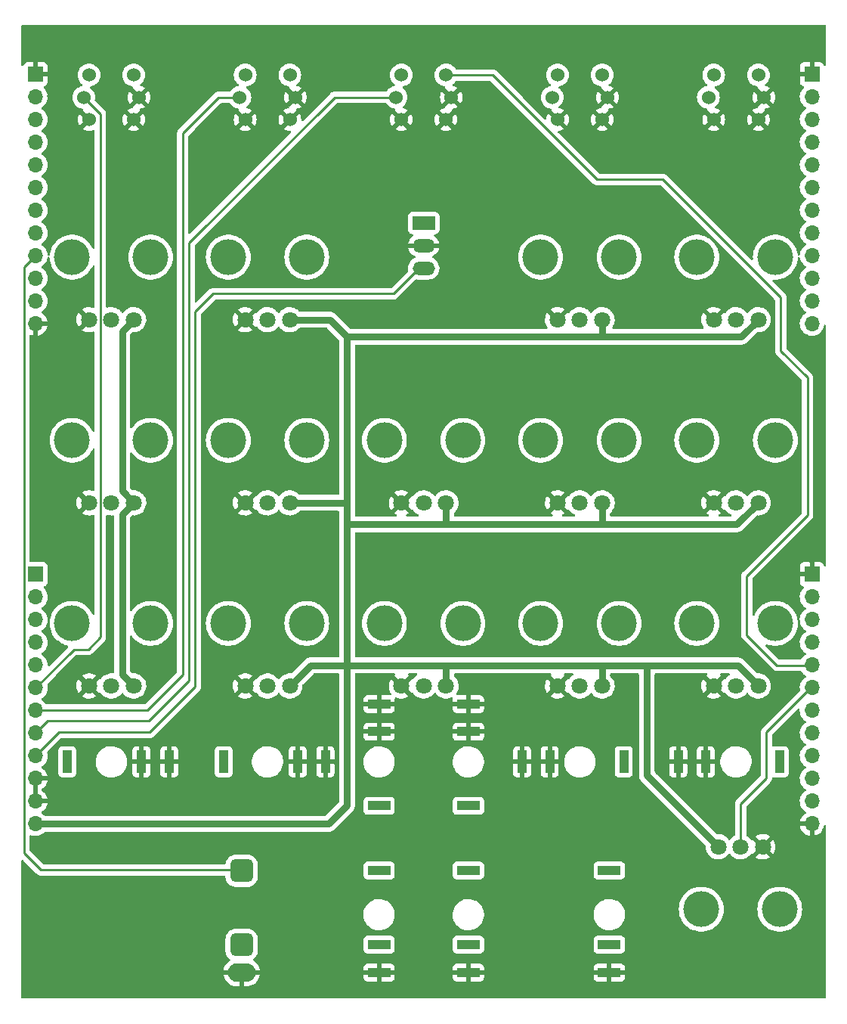
<source format=gbr>
%TF.GenerationSoftware,KiCad,Pcbnew,(6.0.8)*%
%TF.CreationDate,2022-10-20T13:08:20+01:00*%
%TF.ProjectId,Punck_Controls,50756e63-6b5f-4436-9f6e-74726f6c732e,rev?*%
%TF.SameCoordinates,Original*%
%TF.FileFunction,Copper,L2,Bot*%
%TF.FilePolarity,Positive*%
%FSLAX46Y46*%
G04 Gerber Fmt 4.6, Leading zero omitted, Abs format (unit mm)*
G04 Created by KiCad (PCBNEW (6.0.8)) date 2022-10-20 13:08:20*
%MOMM*%
%LPD*%
G01*
G04 APERTURE LIST*
G04 Aperture macros list*
%AMRoundRect*
0 Rectangle with rounded corners*
0 $1 Rounding radius*
0 $2 $3 $4 $5 $6 $7 $8 $9 X,Y pos of 4 corners*
0 Add a 4 corners polygon primitive as box body*
4,1,4,$2,$3,$4,$5,$6,$7,$8,$9,$2,$3,0*
0 Add four circle primitives for the rounded corners*
1,1,$1+$1,$2,$3*
1,1,$1+$1,$4,$5*
1,1,$1+$1,$6,$7*
1,1,$1+$1,$8,$9*
0 Add four rect primitives between the rounded corners*
20,1,$1+$1,$2,$3,$4,$5,0*
20,1,$1+$1,$4,$5,$6,$7,0*
20,1,$1+$1,$6,$7,$8,$9,0*
20,1,$1+$1,$8,$9,$2,$3,0*%
G04 Aperture macros list end*
%TA.AperFunction,ComponentPad*%
%ADD10C,1.524000*%
%TD*%
%TA.AperFunction,ComponentPad*%
%ADD11R,2.500000X1.000000*%
%TD*%
%TA.AperFunction,ComponentPad*%
%ADD12R,1.000000X2.500000*%
%TD*%
%TA.AperFunction,WasherPad*%
%ADD13C,4.000000*%
%TD*%
%TA.AperFunction,ComponentPad*%
%ADD14C,1.800000*%
%TD*%
%TA.AperFunction,ComponentPad*%
%ADD15RoundRect,0.650000X-0.650000X-0.650000X0.650000X-0.650000X0.650000X0.650000X-0.650000X0.650000X0*%
%TD*%
%TA.AperFunction,ComponentPad*%
%ADD16O,3.100000X2.100000*%
%TD*%
%TA.AperFunction,ComponentPad*%
%ADD17R,2.500000X1.500000*%
%TD*%
%TA.AperFunction,ComponentPad*%
%ADD18O,2.500000X1.500000*%
%TD*%
%TA.AperFunction,ComponentPad*%
%ADD19R,1.700000X1.700000*%
%TD*%
%TA.AperFunction,ComponentPad*%
%ADD20O,1.700000X1.700000*%
%TD*%
%TA.AperFunction,ViaPad*%
%ADD21C,0.800000*%
%TD*%
%TA.AperFunction,Conductor*%
%ADD22C,0.250000*%
%TD*%
%TA.AperFunction,Conductor*%
%ADD23C,0.750000*%
%TD*%
G04 APERTURE END LIST*
D10*
%TO.P,BTN4,1,1*%
%TO.N,/SA_BTN*%
X130600000Y-56100000D03*
%TO.P,BTN4,2,2*%
X135600000Y-56100000D03*
%TO.P,BTN4,3,3*%
%TO.N,GND*%
X130600000Y-61100000D03*
%TO.P,BTN4,4,4*%
X135600000Y-61100000D03*
%TO.P,BTN4,5,A*%
%TO.N,/SA_LED*%
X130000000Y-58600000D03*
%TO.P,BTN4,6,K*%
%TO.N,GND*%
X136200000Y-58600000D03*
%TD*%
%TO.P,BTN2,1,1*%
%TO.N,/SN_BTN*%
X95600000Y-56100000D03*
%TO.P,BTN2,2,2*%
X100600000Y-56100000D03*
%TO.P,BTN2,3,3*%
%TO.N,GND*%
X95600000Y-61100000D03*
%TO.P,BTN2,4,4*%
X100600000Y-61100000D03*
%TO.P,BTN2,5,A*%
%TO.N,/SN_LED*%
X95000000Y-58600000D03*
%TO.P,BTN2,6,K*%
%TO.N,GND*%
X101200000Y-58600000D03*
%TD*%
D11*
%TO.P,J14,1*%
%TO.N,GND*%
X120600000Y-156580000D03*
%TO.P,J14,2*%
%TO.N,unconnected-(J14-Pad2)*%
X120600000Y-153480000D03*
%TO.P,J14,3*%
%TO.N,/AUDIO_OUT_R*%
X120600000Y-145180000D03*
%TD*%
%TO.P,J6,1*%
%TO.N,GND*%
X110600000Y-126520000D03*
%TO.P,J6,2*%
X110600000Y-129620000D03*
%TO.P,J6,3*%
%TO.N,/CH_IN*%
X110600000Y-137920000D03*
%TD*%
D12*
%TO.P,J10,1*%
%TO.N,GND*%
X87080000Y-133000000D03*
%TO.P,J10,2*%
X83980000Y-133000000D03*
%TO.P,J10,3*%
%TO.N,/KICK_IN*%
X75680000Y-133000000D03*
%TD*%
D13*
%TO.P,Kick_Decay_Pot1,*%
%TO.N,*%
X76200000Y-97000000D03*
X85000000Y-97000000D03*
D14*
%TO.P,Kick_Decay_Pot1,1,1*%
%TO.N,+3.3VA*%
X83100000Y-104000000D03*
%TO.P,Kick_Decay_Pot1,2,2*%
%TO.N,/KICK_DECAY_POT*%
X80600000Y-104000000D03*
%TO.P,Kick_Decay_Pot1,3,3*%
%TO.N,GND*%
X78100000Y-104000000D03*
%TD*%
D11*
%TO.P,J12,1*%
%TO.N,GND*%
X136400000Y-156580000D03*
%TO.P,J12,2*%
%TO.N,unconnected-(J12-Pad2)*%
X136400000Y-153480000D03*
%TO.P,J12,3*%
%TO.N,/TEMPO_OUT*%
X136400000Y-145180000D03*
%TD*%
D15*
%TO.P,J15,R*%
%TO.N,unconnected-(J15-PadR)*%
X95200000Y-153480000D03*
D16*
%TO.P,J15,S*%
%TO.N,GND*%
X95200000Y-156580000D03*
D15*
%TO.P,J15,T*%
%TO.N,/MIDI_IN*%
X95200000Y-145180000D03*
%TD*%
D13*
%TO.P,SampleB_Level_Pot1,*%
%TO.N,*%
X146200000Y-117500000D03*
X155000000Y-117500000D03*
D14*
%TO.P,SampleB_Level_Pot1,1,1*%
%TO.N,+3.3VA*%
X153100000Y-124500000D03*
%TO.P,SampleB_Level_Pot1,2,2*%
%TO.N,/SAMPLER_B_VOL_POT*%
X150600000Y-124500000D03*
%TO.P,SampleB_Level_Pot1,3,3*%
%TO.N,GND*%
X148100000Y-124500000D03*
%TD*%
D11*
%TO.P,J13,1*%
%TO.N,GND*%
X110600000Y-156580000D03*
%TO.P,J13,2*%
%TO.N,unconnected-(J13-Pad2)*%
X110600000Y-153480000D03*
%TO.P,J13,3*%
%TO.N,/AUDIO_OUT_L*%
X110600000Y-145180000D03*
%TD*%
D13*
%TO.P,SampleB_Speed_Pot1,*%
%TO.N,*%
X146200000Y-97000000D03*
X155000000Y-97000000D03*
D14*
%TO.P,SampleB_Speed_Pot1,1,1*%
%TO.N,+3.3VA*%
X153100000Y-104000000D03*
%TO.P,SampleB_Speed_Pot1,2,2*%
%TO.N,/SAMPLER_B_SPEED_POT*%
X150600000Y-104000000D03*
%TO.P,SampleB_Speed_Pot1,3,3*%
%TO.N,GND*%
X148100000Y-104000000D03*
%TD*%
D13*
%TO.P,SampleA_Level_Pot1,*%
%TO.N,*%
X128700000Y-117500000D03*
X137500000Y-117500000D03*
D14*
%TO.P,SampleA_Level_Pot1,1,1*%
%TO.N,+3.3VA*%
X135600000Y-124500000D03*
%TO.P,SampleA_Level_Pot1,2,2*%
%TO.N,/SAMPLER_A_VOL_POT*%
X133100000Y-124500000D03*
%TO.P,SampleA_Level_Pot1,3,3*%
%TO.N,GND*%
X130600000Y-124500000D03*
%TD*%
D13*
%TO.P,Kick_Attack_Pot1,*%
%TO.N,*%
X85000000Y-76500000D03*
X76200000Y-76500000D03*
D14*
%TO.P,Kick_Attack_Pot1,1,1*%
%TO.N,+3.3VA*%
X83100000Y-83500000D03*
%TO.P,Kick_Attack_Pot1,2,2*%
%TO.N,/KICK_ATTACK_POT*%
X80600000Y-83500000D03*
%TO.P,Kick_Attack_Pot1,3,3*%
%TO.N,GND*%
X78100000Y-83500000D03*
%TD*%
D13*
%TO.P,Snare_Tuning_Pot1,*%
%TO.N,*%
X102500000Y-97000000D03*
X93700000Y-97000000D03*
D14*
%TO.P,Snare_Tuning_Pot1,1,1*%
%TO.N,+3.3VA*%
X100600000Y-104000000D03*
%TO.P,Snare_Tuning_Pot1,2,2*%
%TO.N,/SNARE_TUNING_POT*%
X98100000Y-104000000D03*
%TO.P,Snare_Tuning_Pot1,3,3*%
%TO.N,GND*%
X95600000Y-104000000D03*
%TD*%
D12*
%TO.P,J5,1*%
%TO.N,GND*%
X104580000Y-133000000D03*
%TO.P,J5,2*%
X101480000Y-133000000D03*
%TO.P,J5,3*%
%TO.N,/SNARE_IN*%
X93180000Y-133000000D03*
%TD*%
D10*
%TO.P,BTN5,1,1*%
%TO.N,/SB_BTN*%
X148100000Y-56100000D03*
%TO.P,BTN5,2,2*%
X153100000Y-56100000D03*
%TO.P,BTN5,3,3*%
%TO.N,GND*%
X148100000Y-61100000D03*
%TO.P,BTN5,4,4*%
X153100000Y-61100000D03*
%TO.P,BTN5,5,A*%
%TO.N,/SB_LED*%
X147500000Y-58600000D03*
%TO.P,BTN5,6,K*%
%TO.N,GND*%
X153700000Y-58600000D03*
%TD*%
D11*
%TO.P,J7,1*%
%TO.N,GND*%
X120600000Y-126520000D03*
%TO.P,J7,2*%
X120600000Y-129620000D03*
%TO.P,J7,3*%
%TO.N,/OH_IN*%
X120600000Y-137920000D03*
%TD*%
D10*
%TO.P,BTN3,1,1*%
%TO.N,/HH_BTN*%
X113100000Y-56100000D03*
%TO.P,BTN3,2,2*%
X118100000Y-56100000D03*
%TO.P,BTN3,3,3*%
%TO.N,GND*%
X113100000Y-61100000D03*
%TO.P,BTN3,4,4*%
X118100000Y-61100000D03*
%TO.P,BTN3,5,A*%
%TO.N,/HH_LED*%
X112500000Y-58600000D03*
%TO.P,BTN3,6,K*%
%TO.N,GND*%
X118700000Y-58600000D03*
%TD*%
%TO.P,BTN1,1,1*%
%TO.N,/KI_BTN*%
X78100000Y-56100000D03*
%TO.P,BTN1,2,2*%
X83100000Y-56100000D03*
%TO.P,BTN1,3,3*%
%TO.N,GND*%
X78100000Y-61100000D03*
%TO.P,BTN1,4,4*%
X83100000Y-61100000D03*
%TO.P,BTN1,5,A*%
%TO.N,/KI_LED*%
X77500000Y-58600000D03*
%TO.P,BTN1,6,K*%
%TO.N,GND*%
X83700000Y-58600000D03*
%TD*%
D13*
%TO.P,Snare_Filter_Pot1,*%
%TO.N,*%
X102500000Y-76500000D03*
X93700000Y-76500000D03*
D14*
%TO.P,Snare_Filter_Pot1,1,1*%
%TO.N,+3.3VA*%
X100600000Y-83500000D03*
%TO.P,Snare_Filter_Pot1,2,2*%
%TO.N,/SNARE_FILTER_POT*%
X98100000Y-83500000D03*
%TO.P,Snare_Filter_Pot1,3,3*%
%TO.N,GND*%
X95600000Y-83500000D03*
%TD*%
D13*
%TO.P,SampleB_Voice_Pot1,*%
%TO.N,*%
X155000000Y-76500000D03*
X146200000Y-76500000D03*
D14*
%TO.P,SampleB_Voice_Pot1,1,1*%
%TO.N,+3.3VA*%
X153100000Y-83500000D03*
%TO.P,SampleB_Voice_Pot1,2,2*%
%TO.N,/SAMPLER_B_VOICE_POT*%
X150600000Y-83500000D03*
%TO.P,SampleB_Voice_Pot1,3,3*%
%TO.N,GND*%
X148100000Y-83500000D03*
%TD*%
D17*
%TO.P,BTN_MODE1,1,1*%
%TO.N,/MIDI_LEARN*%
X115600000Y-72660000D03*
D18*
%TO.P,BTN_MODE1,2,2*%
%TO.N,GND*%
X115600000Y-75200000D03*
%TO.P,BTN_MODE1,3,3*%
%TO.N,/SEQ_SELECT*%
X115600000Y-77740000D03*
%TD*%
D13*
%TO.P,Kick_Level_Pot1,*%
%TO.N,*%
X76200000Y-117500000D03*
X85000000Y-117500000D03*
D14*
%TO.P,Kick_Level_Pot1,1,1*%
%TO.N,+3.3VA*%
X83100000Y-124500000D03*
%TO.P,Kick_Level_Pot1,2,2*%
%TO.N,/KICK_VOL_POT*%
X80600000Y-124500000D03*
%TO.P,Kick_Level_Pot1,3,3*%
%TO.N,GND*%
X78100000Y-124500000D03*
%TD*%
D13*
%TO.P,HiHat_Decay_Pot1,*%
%TO.N,*%
X111200000Y-97000000D03*
X120000000Y-97000000D03*
D14*
%TO.P,HiHat_Decay_Pot1,1,1*%
%TO.N,+3.3VA*%
X118100000Y-104000000D03*
%TO.P,HiHat_Decay_Pot1,2,2*%
%TO.N,/HIHAT_DECAY_POT*%
X115600000Y-104000000D03*
%TO.P,HiHat_Decay_Pot1,3,3*%
%TO.N,GND*%
X113100000Y-104000000D03*
%TD*%
D13*
%TO.P,Tempo_Pot1,*%
%TO.N,*%
X146700000Y-149500000D03*
X155500000Y-149500000D03*
D14*
%TO.P,Tempo_Pot1,1,1*%
%TO.N,+3.3VA*%
X148600000Y-142500000D03*
%TO.P,Tempo_Pot1,2,2*%
%TO.N,/TEMPO_POT*%
X151100000Y-142500000D03*
%TO.P,Tempo_Pot1,3,3*%
%TO.N,GND*%
X153600000Y-142500000D03*
%TD*%
D12*
%TO.P,J9,1*%
%TO.N,GND*%
X144120000Y-133000000D03*
%TO.P,J9,2*%
X147220000Y-133000000D03*
%TO.P,J9,3*%
%TO.N,/SAMPLER_B_IN*%
X155520000Y-133000000D03*
%TD*%
D13*
%TO.P,Snare_Level_Pot1,*%
%TO.N,*%
X102500000Y-117500000D03*
X93700000Y-117500000D03*
D14*
%TO.P,Snare_Level_Pot1,1,1*%
%TO.N,+3.3VA*%
X100600000Y-124500000D03*
%TO.P,Snare_Level_Pot1,2,2*%
%TO.N,/SNARE_VOL_POT*%
X98100000Y-124500000D03*
%TO.P,Snare_Level_Pot1,3,3*%
%TO.N,GND*%
X95600000Y-124500000D03*
%TD*%
D13*
%TO.P,HiHat_Level_Pot1,*%
%TO.N,*%
X111200000Y-117500000D03*
X120000000Y-117500000D03*
D14*
%TO.P,HiHat_Level_Pot1,1,1*%
%TO.N,+3.3VA*%
X118100000Y-124500000D03*
%TO.P,HiHat_Level_Pot1,2,2*%
%TO.N,/HIHAT_VOL_POT*%
X115600000Y-124500000D03*
%TO.P,HiHat_Level_Pot1,3,3*%
%TO.N,GND*%
X113100000Y-124500000D03*
%TD*%
D12*
%TO.P,J8,1*%
%TO.N,GND*%
X126620000Y-133000000D03*
%TO.P,J8,2*%
X129720000Y-133000000D03*
%TO.P,J8,3*%
%TO.N,/SAMPLER_A_IN*%
X138020000Y-133000000D03*
%TD*%
D13*
%TO.P,SampleA_Speed_Pot1,*%
%TO.N,*%
X128700000Y-97000000D03*
X137500000Y-97000000D03*
D14*
%TO.P,SampleA_Speed_Pot1,1,1*%
%TO.N,+3.3VA*%
X135600000Y-104000000D03*
%TO.P,SampleA_Speed_Pot1,2,2*%
%TO.N,/SAMPLER_A_SPEED_POT*%
X133100000Y-104000000D03*
%TO.P,SampleA_Speed_Pot1,3,3*%
%TO.N,GND*%
X130600000Y-104000000D03*
%TD*%
D13*
%TO.P,SampleA_Voice_Pot1,*%
%TO.N,*%
X137500000Y-76500000D03*
X128700000Y-76500000D03*
D14*
%TO.P,SampleA_Voice_Pot1,1,1*%
%TO.N,+3.3VA*%
X135600000Y-83500000D03*
%TO.P,SampleA_Voice_Pot1,2,2*%
%TO.N,/SAMPLER_A_VOICE_POT*%
X133100000Y-83500000D03*
%TO.P,SampleA_Voice_Pot1,3,3*%
%TO.N,GND*%
X130600000Y-83500000D03*
%TD*%
D19*
%TO.P,J2,1,Pin_1*%
%TO.N,GND*%
X159100000Y-112000000D03*
D20*
%TO.P,J2,2,Pin_2*%
%TO.N,/HIHAT_VOL_POT*%
X159100000Y-114540000D03*
%TO.P,J2,3,Pin_3*%
%TO.N,/SAMPLER_A_VOL_POT*%
X159100000Y-117080000D03*
%TO.P,J2,4,Pin_4*%
%TO.N,/SAMPLER_B_VOL_POT*%
X159100000Y-119620000D03*
%TO.P,J2,5,Pin_5*%
%TO.N,/HH_BTN*%
X159100000Y-122160000D03*
%TO.P,J2,6,Pin_6*%
%TO.N,/TEMPO_POT*%
X159100000Y-124700000D03*
%TO.P,J2,7,Pin_7*%
%TO.N,/SAMPLER_A_IN*%
X159100000Y-127240000D03*
%TO.P,J2,8,Pin_8*%
%TO.N,/SAMPLER_B_IN*%
X159100000Y-129780000D03*
%TO.P,J2,9,Pin_9*%
%TO.N,/AUDIO_OUT_R*%
X159100000Y-132320000D03*
%TO.P,J2,10,Pin_10*%
%TO.N,/TEMPO_OUT*%
X159100000Y-134860000D03*
%TO.P,J2,11,Pin_11*%
%TO.N,/AUDIO_OUT_L*%
X159100000Y-137400000D03*
%TO.P,J2,12,Pin_12*%
%TO.N,GND*%
X159100000Y-139940000D03*
%TD*%
D19*
%TO.P,J4,1,Pin_1*%
%TO.N,/SNARE_IN*%
X72100000Y-112000000D03*
D20*
%TO.P,J4,2,Pin_2*%
%TO.N,/KICK_IN*%
X72100000Y-114540000D03*
%TO.P,J4,3,Pin_3*%
%TO.N,/USB_DP*%
X72100000Y-117080000D03*
%TO.P,J4,4,Pin_4*%
%TO.N,/USB_DM*%
X72100000Y-119620000D03*
%TO.P,J4,5,Pin_5*%
%TO.N,/USB_VBUS*%
X72100000Y-122160000D03*
%TO.P,J4,6,Pin_6*%
%TO.N,/KI_LED*%
X72100000Y-124700000D03*
%TO.P,J4,7,Pin_7*%
%TO.N,/SN_LED*%
X72100000Y-127240000D03*
%TO.P,J4,8,Pin_8*%
%TO.N,/HH_LED*%
X72100000Y-129780000D03*
%TO.P,J4,9,Pin_9*%
%TO.N,/SEQ_SELECT*%
X72100000Y-132320000D03*
%TO.P,J4,10,Pin_10*%
%TO.N,GND*%
X72100000Y-134860000D03*
%TO.P,J4,11,Pin_11*%
X72100000Y-137400000D03*
%TO.P,J4,12,Pin_12*%
%TO.N,+3.3VA*%
X72100000Y-139940000D03*
%TD*%
D19*
%TO.P,J3,1,Pin_1*%
%TO.N,GND*%
X72100000Y-56000000D03*
D20*
%TO.P,J3,2,Pin_2*%
%TO.N,/SA_BTN*%
X72100000Y-58540000D03*
%TO.P,J3,3,Pin_3*%
%TO.N,/KI_BTN*%
X72100000Y-61080000D03*
%TO.P,J3,4,Pin_4*%
%TO.N,/SN_BTN*%
X72100000Y-63620000D03*
%TO.P,J3,5,Pin_5*%
%TO.N,/SA_LED*%
X72100000Y-66160000D03*
%TO.P,J3,6,Pin_6*%
%TO.N,/SB_BTN*%
X72100000Y-68700000D03*
%TO.P,J3,7,Pin_7*%
%TO.N,/SB_LED*%
X72100000Y-71240000D03*
%TO.P,J3,8,Pin_8*%
%TO.N,/MIDI_LEARN*%
X72100000Y-73780000D03*
%TO.P,J3,9,Pin_9*%
%TO.N,/MIDI_IN*%
X72100000Y-76320000D03*
%TO.P,J3,10,Pin_10*%
%TO.N,/CH_IN*%
X72100000Y-78860000D03*
%TO.P,J3,11,Pin_11*%
%TO.N,/OH_IN*%
X72100000Y-81400000D03*
%TO.P,J3,12,Pin_12*%
%TO.N,GND*%
X72100000Y-83940000D03*
%TD*%
D19*
%TO.P,J1,1,Pin_1*%
%TO.N,GND*%
X159100000Y-56000000D03*
D20*
%TO.P,J1,2,Pin_2*%
%TO.N,/SNARE_FILTER_POT*%
X159100000Y-58540000D03*
%TO.P,J1,3,Pin_3*%
%TO.N,/SAMPLER_A_VOICE_POT*%
X159100000Y-61080000D03*
%TO.P,J1,4,Pin_4*%
%TO.N,/KICK_ATTACK_POT*%
X159100000Y-63620000D03*
%TO.P,J1,5,Pin_5*%
%TO.N,/KICK_DECAY_POT*%
X159100000Y-66160000D03*
%TO.P,J1,6,Pin_6*%
%TO.N,/KICK_VOL_POT*%
X159100000Y-68700000D03*
%TO.P,J1,7,Pin_7*%
%TO.N,/SNARE_TUNING_POT*%
X159100000Y-71240000D03*
%TO.P,J1,8,Pin_8*%
%TO.N,/HIHAT_DECAY_POT*%
X159100000Y-73780000D03*
%TO.P,J1,9,Pin_9*%
%TO.N,/SAMPLER_B_VOICE_POT*%
X159100000Y-76320000D03*
%TO.P,J1,10,Pin_10*%
%TO.N,/SNARE_VOL_POT*%
X159100000Y-78860000D03*
%TO.P,J1,11,Pin_11*%
%TO.N,/SAMPLER_A_SPEED_POT*%
X159100000Y-81400000D03*
%TO.P,J1,12,Pin_12*%
%TO.N,/SAMPLER_B_SPEED_POT*%
X159100000Y-83940000D03*
%TD*%
D21*
%TO.N,GND*%
X81600000Y-146800000D03*
X102800000Y-158600000D03*
X82200000Y-158600000D03*
X84200000Y-155900000D03*
X158200000Y-157800000D03*
X109300000Y-108400000D03*
X104900000Y-93300000D03*
X109100000Y-93300000D03*
X159800000Y-86400000D03*
X142300000Y-90100000D03*
X132600000Y-87500000D03*
X86800000Y-70500000D03*
X90300000Y-70400000D03*
X73800000Y-58500000D03*
X86600000Y-87600000D03*
X102900000Y-145200000D03*
X128700000Y-145200000D03*
X140000000Y-70700000D03*
X146300000Y-65300000D03*
X107900000Y-83400000D03*
X75600000Y-109400000D03*
X154200000Y-67600000D03*
X77200000Y-154800000D03*
X105100000Y-87500000D03*
X143700000Y-145100000D03*
X74900000Y-142800000D03*
X109000000Y-87500000D03*
X72100000Y-142100000D03*
X92800000Y-137800000D03*
X152600000Y-139100000D03*
X149900000Y-72600000D03*
X74800000Y-137400000D03*
X121000000Y-81900000D03*
X83600000Y-141600000D03*
X79200000Y-141300000D03*
X77400000Y-131100000D03*
X132000000Y-94300000D03*
X76300000Y-146800000D03*
%TD*%
D22*
%TO.N,/KI_LED*%
X79375000Y-60475000D02*
X79375000Y-86375000D01*
X78000000Y-120400000D02*
X76400000Y-120400000D01*
X79400000Y-86400000D02*
X79375000Y-86425000D01*
X79375000Y-86425000D02*
X79375000Y-119025000D01*
X76400000Y-120400000D02*
X72100000Y-124700000D01*
X79375000Y-86375000D02*
X79400000Y-86400000D01*
X79375000Y-119025000D02*
X78000000Y-120400000D01*
X77500000Y-58600000D02*
X79375000Y-60475000D01*
%TO.N,/SN_LED*%
X88600000Y-62600000D02*
X88600000Y-123200000D01*
X92600000Y-58600000D02*
X88600000Y-62600000D01*
X95000000Y-58600000D02*
X92600000Y-58600000D01*
X84600000Y-127200000D02*
X72040000Y-127200000D01*
X88600000Y-123200000D02*
X84600000Y-127200000D01*
%TO.N,/HH_BTN*%
X158960000Y-122200000D02*
X155200000Y-122200000D01*
X151800000Y-118800000D02*
X151800000Y-112200000D01*
X158600000Y-90000000D02*
X155600000Y-87000000D01*
X135000000Y-67800000D02*
X123300000Y-56100000D01*
X142400000Y-67800000D02*
X135000000Y-67800000D01*
X159000000Y-122160000D02*
X158960000Y-122200000D01*
X158600000Y-105400000D02*
X158600000Y-90000000D01*
X155600000Y-87000000D02*
X155600000Y-81000000D01*
X155200000Y-122200000D02*
X151800000Y-118800000D01*
X155600000Y-81000000D02*
X142400000Y-67800000D01*
X123300000Y-56100000D02*
X118100000Y-56100000D01*
X151800000Y-112200000D02*
X158600000Y-105400000D01*
%TO.N,/SEQ_SELECT*%
X84900000Y-129700000D02*
X74700000Y-129700000D01*
X112200000Y-80600000D02*
X92000000Y-80600000D01*
X115600000Y-77740000D02*
X115060000Y-77740000D01*
X115060000Y-77740000D02*
X112200000Y-80600000D01*
X74700000Y-129700000D02*
X72080000Y-132320000D01*
X90000000Y-82600000D02*
X90000000Y-124600000D01*
X92000000Y-80600000D02*
X90000000Y-82600000D01*
X90000000Y-124600000D02*
X84900000Y-129700000D01*
%TO.N,/HH_LED*%
X84800000Y-128400000D02*
X73480000Y-128400000D01*
X89300000Y-74900000D02*
X89300000Y-123900000D01*
X89300000Y-123900000D02*
X84800000Y-128400000D01*
X112500000Y-58600000D02*
X105600000Y-58600000D01*
X105600000Y-58600000D02*
X89300000Y-74900000D01*
X73480000Y-128400000D02*
X72100000Y-129780000D01*
D23*
%TO.N,+3.3VA*%
X102900000Y-122200000D02*
X140600000Y-122200000D01*
X150700000Y-106400000D02*
X135600000Y-106400000D01*
X81800000Y-105300000D02*
X83100000Y-104000000D01*
X107000000Y-122000000D02*
X107000000Y-106500000D01*
X148600000Y-142500000D02*
X140600000Y-134500000D01*
X135600000Y-83500000D02*
X135600000Y-85200000D01*
X118100000Y-104000000D02*
X118100000Y-106300000D01*
X107000000Y-137900000D02*
X104960000Y-139940000D01*
X118100000Y-124500000D02*
X118100000Y-122200000D01*
X153100000Y-124500000D02*
X150800000Y-122200000D01*
X135600000Y-106400000D02*
X118200000Y-106400000D01*
X81800000Y-84800000D02*
X83100000Y-83500000D01*
X107000000Y-106500000D02*
X107100000Y-106400000D01*
X153100000Y-104000000D02*
X150700000Y-106400000D01*
X135600000Y-124500000D02*
X135600000Y-122200000D01*
X118200000Y-106400000D02*
X107100000Y-106400000D01*
X140600000Y-134500000D02*
X140600000Y-122200000D01*
X81800000Y-102700000D02*
X81800000Y-84800000D01*
X118100000Y-106300000D02*
X118200000Y-106400000D01*
X100600000Y-104000000D02*
X107000000Y-104000000D01*
X107000000Y-85400000D02*
X107000000Y-137900000D01*
X81800000Y-123200000D02*
X81800000Y-105300000D01*
X135600000Y-85200000D02*
X135400000Y-85400000D01*
X83100000Y-104000000D02*
X81800000Y-102700000D01*
X140600000Y-122200000D02*
X150800000Y-122200000D01*
X83100000Y-124500000D02*
X81800000Y-123200000D01*
X135400000Y-85400000D02*
X107000000Y-85400000D01*
X100600000Y-83500000D02*
X105100000Y-83500000D01*
X135600000Y-104000000D02*
X135600000Y-106400000D01*
X104960000Y-139940000D02*
X72000000Y-139940000D01*
X151200000Y-85400000D02*
X153100000Y-83500000D01*
X102900000Y-122200000D02*
X100600000Y-124500000D01*
X135400000Y-85400000D02*
X151200000Y-85400000D01*
X105100000Y-83500000D02*
X107100000Y-85500000D01*
D22*
%TO.N,/MIDI_IN*%
X70800000Y-77620000D02*
X70800000Y-143200000D01*
X70800000Y-143200000D02*
X72680000Y-145080000D01*
X95100000Y-145080000D02*
X95200000Y-145180000D01*
X72680000Y-145080000D02*
X95100000Y-145080000D01*
X72100000Y-76320000D02*
X70800000Y-77620000D01*
%TO.N,/TEMPO_POT*%
X151100000Y-137700000D02*
X154000000Y-134800000D01*
X154000000Y-129700000D02*
X159000000Y-124700000D01*
X154000000Y-134800000D02*
X154000000Y-129700000D01*
X151100000Y-142500000D02*
X151100000Y-137700000D01*
%TD*%
%TA.AperFunction,Conductor*%
%TO.N,GND*%
G36*
X112331903Y-123103502D02*
G01*
X112378396Y-123157158D01*
X112388500Y-123227432D01*
X112359006Y-123292012D01*
X112339434Y-123310261D01*
X112313961Y-123329386D01*
X112305508Y-123340711D01*
X112312251Y-123353040D01*
X113087189Y-124127979D01*
X113101132Y-124135592D01*
X113102966Y-124135461D01*
X113109580Y-124131210D01*
X113888994Y-123351795D01*
X113896011Y-123338944D01*
X113888237Y-123328274D01*
X113885902Y-123326430D01*
X113877320Y-123320729D01*
X113875656Y-123319810D01*
X113875114Y-123319263D01*
X113873013Y-123317867D01*
X113873301Y-123317433D01*
X113825684Y-123269378D01*
X113810911Y-123199936D01*
X113836026Y-123133530D01*
X113893056Y-123091244D01*
X113936547Y-123083500D01*
X114762951Y-123083500D01*
X114831072Y-123103502D01*
X114877565Y-123157158D01*
X114887669Y-123227432D01*
X114858175Y-123292012D01*
X114838605Y-123310259D01*
X114813766Y-123328909D01*
X114666526Y-123439460D01*
X114661655Y-123443117D01*
X114501639Y-123610564D01*
X114498730Y-123614829D01*
X114498724Y-123614837D01*
X114450199Y-123685972D01*
X114395288Y-123730975D01*
X114324763Y-123739146D01*
X114263884Y-123710439D01*
X114258538Y-123705835D01*
X114248973Y-123710238D01*
X113472021Y-124487189D01*
X113464408Y-124501132D01*
X113464539Y-124502966D01*
X113468790Y-124509580D01*
X114246307Y-125287096D01*
X114258313Y-125293652D01*
X114267244Y-125286829D01*
X114333519Y-125261370D01*
X114403037Y-125275783D01*
X114451165Y-125321117D01*
X114456800Y-125330311D01*
X114459501Y-125334719D01*
X114611147Y-125509784D01*
X114789349Y-125657730D01*
X114989322Y-125774584D01*
X114994147Y-125776426D01*
X114994148Y-125776427D01*
X115045617Y-125796081D01*
X115205694Y-125857209D01*
X115210760Y-125858240D01*
X115210761Y-125858240D01*
X115244106Y-125865024D01*
X115432656Y-125903385D01*
X115563324Y-125908176D01*
X115658949Y-125911683D01*
X115658953Y-125911683D01*
X115664113Y-125911872D01*
X115669233Y-125911216D01*
X115669235Y-125911216D01*
X115742291Y-125901857D01*
X115893847Y-125882442D01*
X115898795Y-125880957D01*
X115898802Y-125880956D01*
X116110747Y-125817369D01*
X116115690Y-125815886D01*
X116135131Y-125806362D01*
X116319049Y-125716262D01*
X116319052Y-125716260D01*
X116323684Y-125713991D01*
X116512243Y-125579494D01*
X116676303Y-125416005D01*
X116745370Y-125319888D01*
X116801365Y-125276240D01*
X116872068Y-125269794D01*
X116935033Y-125302597D01*
X116955128Y-125327584D01*
X116956799Y-125330311D01*
X116956802Y-125330315D01*
X116959501Y-125334719D01*
X117111147Y-125509784D01*
X117289349Y-125657730D01*
X117489322Y-125774584D01*
X117494147Y-125776426D01*
X117494148Y-125776427D01*
X117545617Y-125796081D01*
X117705694Y-125857209D01*
X117710760Y-125858240D01*
X117710761Y-125858240D01*
X117744106Y-125865024D01*
X117932656Y-125903385D01*
X118063324Y-125908176D01*
X118158949Y-125911683D01*
X118158953Y-125911683D01*
X118164113Y-125911872D01*
X118169233Y-125911216D01*
X118169235Y-125911216D01*
X118242291Y-125901857D01*
X118393847Y-125882442D01*
X118398795Y-125880957D01*
X118398802Y-125880956D01*
X118610747Y-125817369D01*
X118615690Y-125815886D01*
X118620323Y-125813616D01*
X118620329Y-125813614D01*
X118667226Y-125790639D01*
X118737200Y-125778632D01*
X118802557Y-125806362D01*
X118842547Y-125865024D01*
X118847922Y-125917398D01*
X118842369Y-125968514D01*
X118842000Y-125975328D01*
X118842000Y-126247885D01*
X118846475Y-126263124D01*
X118847865Y-126264329D01*
X118855548Y-126266000D01*
X120327885Y-126266000D01*
X120343124Y-126261525D01*
X120344329Y-126260135D01*
X120346000Y-126252452D01*
X120346000Y-126247885D01*
X120854000Y-126247885D01*
X120858475Y-126263124D01*
X120859865Y-126264329D01*
X120867548Y-126266000D01*
X122339884Y-126266000D01*
X122355123Y-126261525D01*
X122356328Y-126260135D01*
X122357999Y-126252452D01*
X122357999Y-125975331D01*
X122357629Y-125968510D01*
X122352105Y-125917648D01*
X122348479Y-125902396D01*
X122303324Y-125781946D01*
X122294786Y-125766351D01*
X122218285Y-125664276D01*
X122215415Y-125661406D01*
X129803423Y-125661406D01*
X129808704Y-125668461D01*
X129985080Y-125771527D01*
X129994363Y-125775974D01*
X130201003Y-125854883D01*
X130210901Y-125857759D01*
X130427653Y-125901857D01*
X130437883Y-125903076D01*
X130658914Y-125911182D01*
X130669223Y-125910714D01*
X130888623Y-125882608D01*
X130898688Y-125880468D01*
X131110557Y-125816905D01*
X131120152Y-125813144D01*
X131318778Y-125715838D01*
X131327636Y-125710559D01*
X131385097Y-125669572D01*
X131393497Y-125658874D01*
X131386510Y-125645721D01*
X130612811Y-124872021D01*
X130598868Y-124864408D01*
X130597034Y-124864539D01*
X130590420Y-124868790D01*
X129810180Y-125649031D01*
X129803423Y-125661406D01*
X122215415Y-125661406D01*
X122205724Y-125651715D01*
X122103649Y-125575214D01*
X122088054Y-125566676D01*
X121967606Y-125521522D01*
X121952351Y-125517895D01*
X121901486Y-125512369D01*
X121894672Y-125512000D01*
X120872115Y-125512000D01*
X120856876Y-125516475D01*
X120855671Y-125517865D01*
X120854000Y-125525548D01*
X120854000Y-126247885D01*
X120346000Y-126247885D01*
X120346000Y-125530116D01*
X120341525Y-125514877D01*
X120340135Y-125513672D01*
X120332452Y-125512001D01*
X119353020Y-125512001D01*
X119284899Y-125491999D01*
X119238406Y-125438343D01*
X119228302Y-125368069D01*
X119250697Y-125312475D01*
X119265799Y-125291458D01*
X119311458Y-125227917D01*
X119324361Y-125201811D01*
X119411784Y-125024922D01*
X119411785Y-125024920D01*
X119414078Y-125020280D01*
X119481408Y-124798671D01*
X119511640Y-124569041D01*
X119513327Y-124500000D01*
X119510913Y-124470638D01*
X129187893Y-124470638D01*
X129200627Y-124691468D01*
X129202061Y-124701670D01*
X129250685Y-124917439D01*
X129253773Y-124927292D01*
X129336986Y-125132220D01*
X129341634Y-125141421D01*
X129430097Y-125285781D01*
X129440553Y-125295242D01*
X129449331Y-125291458D01*
X130227979Y-124512811D01*
X130235592Y-124498868D01*
X130235461Y-124497034D01*
X130231210Y-124490420D01*
X129453862Y-123713073D01*
X129442330Y-123706776D01*
X129430048Y-123716399D01*
X129374467Y-123797877D01*
X129369379Y-123806833D01*
X129276252Y-124007459D01*
X129272689Y-124017146D01*
X129213581Y-124230280D01*
X129211650Y-124240400D01*
X129188145Y-124460349D01*
X129187893Y-124470638D01*
X119510913Y-124470638D01*
X119496595Y-124296485D01*
X119494773Y-124274318D01*
X119494772Y-124274312D01*
X119494349Y-124269167D01*
X119460797Y-124135592D01*
X119439184Y-124049544D01*
X119439183Y-124049540D01*
X119437925Y-124044533D01*
X119432204Y-124031375D01*
X119347630Y-123836868D01*
X119347628Y-123836865D01*
X119345570Y-123832131D01*
X119219764Y-123637665D01*
X119063887Y-123466358D01*
X119059832Y-123463155D01*
X119059826Y-123463150D01*
X119031409Y-123440708D01*
X118990345Y-123382792D01*
X118983500Y-123341826D01*
X118983500Y-123209500D01*
X119003502Y-123141379D01*
X119057158Y-123094886D01*
X119109500Y-123083500D01*
X129763782Y-123083500D01*
X129831903Y-123103502D01*
X129878396Y-123157158D01*
X129888500Y-123227432D01*
X129859006Y-123292012D01*
X129839434Y-123310261D01*
X129813961Y-123329386D01*
X129805508Y-123340711D01*
X129812251Y-123353040D01*
X130587189Y-124127979D01*
X130601132Y-124135592D01*
X130602966Y-124135461D01*
X130609580Y-124131210D01*
X131388994Y-123351795D01*
X131396011Y-123338944D01*
X131388237Y-123328274D01*
X131385902Y-123326430D01*
X131377320Y-123320729D01*
X131375656Y-123319810D01*
X131375114Y-123319263D01*
X131373013Y-123317867D01*
X131373301Y-123317433D01*
X131325684Y-123269378D01*
X131310911Y-123199936D01*
X131336026Y-123133530D01*
X131393056Y-123091244D01*
X131436547Y-123083500D01*
X132262951Y-123083500D01*
X132331072Y-123103502D01*
X132377565Y-123157158D01*
X132387669Y-123227432D01*
X132358175Y-123292012D01*
X132338605Y-123310259D01*
X132313766Y-123328909D01*
X132166526Y-123439460D01*
X132161655Y-123443117D01*
X132001639Y-123610564D01*
X131998730Y-123614829D01*
X131998724Y-123614837D01*
X131950199Y-123685972D01*
X131895288Y-123730975D01*
X131824763Y-123739146D01*
X131763884Y-123710439D01*
X131758538Y-123705835D01*
X131748973Y-123710238D01*
X130972021Y-124487189D01*
X130964408Y-124501132D01*
X130964539Y-124502966D01*
X130968790Y-124509580D01*
X131746307Y-125287096D01*
X131758313Y-125293652D01*
X131767244Y-125286829D01*
X131833519Y-125261370D01*
X131903037Y-125275783D01*
X131951165Y-125321117D01*
X131956800Y-125330311D01*
X131959501Y-125334719D01*
X132111147Y-125509784D01*
X132289349Y-125657730D01*
X132489322Y-125774584D01*
X132494147Y-125776426D01*
X132494148Y-125776427D01*
X132545617Y-125796081D01*
X132705694Y-125857209D01*
X132710760Y-125858240D01*
X132710761Y-125858240D01*
X132744106Y-125865024D01*
X132932656Y-125903385D01*
X133063324Y-125908176D01*
X133158949Y-125911683D01*
X133158953Y-125911683D01*
X133164113Y-125911872D01*
X133169233Y-125911216D01*
X133169235Y-125911216D01*
X133242291Y-125901857D01*
X133393847Y-125882442D01*
X133398795Y-125880957D01*
X133398802Y-125880956D01*
X133610747Y-125817369D01*
X133615690Y-125815886D01*
X133635131Y-125806362D01*
X133819049Y-125716262D01*
X133819052Y-125716260D01*
X133823684Y-125713991D01*
X134012243Y-125579494D01*
X134176303Y-125416005D01*
X134245370Y-125319888D01*
X134301365Y-125276240D01*
X134372068Y-125269794D01*
X134435033Y-125302597D01*
X134455128Y-125327584D01*
X134456799Y-125330311D01*
X134456802Y-125330315D01*
X134459501Y-125334719D01*
X134611147Y-125509784D01*
X134789349Y-125657730D01*
X134989322Y-125774584D01*
X134994147Y-125776426D01*
X134994148Y-125776427D01*
X135045617Y-125796081D01*
X135205694Y-125857209D01*
X135210760Y-125858240D01*
X135210761Y-125858240D01*
X135244106Y-125865024D01*
X135432656Y-125903385D01*
X135563324Y-125908176D01*
X135658949Y-125911683D01*
X135658953Y-125911683D01*
X135664113Y-125911872D01*
X135669233Y-125911216D01*
X135669235Y-125911216D01*
X135742291Y-125901857D01*
X135893847Y-125882442D01*
X135898795Y-125880957D01*
X135898802Y-125880956D01*
X136110747Y-125817369D01*
X136115690Y-125815886D01*
X136135131Y-125806362D01*
X136319049Y-125716262D01*
X136319052Y-125716260D01*
X136323684Y-125713991D01*
X136512243Y-125579494D01*
X136676303Y-125416005D01*
X136811458Y-125227917D01*
X136824361Y-125201811D01*
X136911784Y-125024922D01*
X136911785Y-125024920D01*
X136914078Y-125020280D01*
X136981408Y-124798671D01*
X137011640Y-124569041D01*
X137013327Y-124500000D01*
X136996595Y-124296485D01*
X136994773Y-124274318D01*
X136994772Y-124274312D01*
X136994349Y-124269167D01*
X136960797Y-124135592D01*
X136939184Y-124049544D01*
X136939183Y-124049540D01*
X136937925Y-124044533D01*
X136932204Y-124031375D01*
X136847630Y-123836868D01*
X136847628Y-123836865D01*
X136845570Y-123832131D01*
X136719764Y-123637665D01*
X136563887Y-123466358D01*
X136559832Y-123463155D01*
X136559826Y-123463150D01*
X136531409Y-123440708D01*
X136490345Y-123382792D01*
X136483500Y-123341826D01*
X136483500Y-123209500D01*
X136503502Y-123141379D01*
X136557158Y-123094886D01*
X136609500Y-123083500D01*
X139590500Y-123083500D01*
X139658621Y-123103502D01*
X139705114Y-123157158D01*
X139716500Y-123209500D01*
X139716500Y-134420543D01*
X139714949Y-134440255D01*
X139712850Y-134453507D01*
X139713195Y-134460094D01*
X139713195Y-134460098D01*
X139716327Y-134519850D01*
X139716500Y-134526445D01*
X139716500Y-134546306D01*
X139716844Y-134549577D01*
X139718576Y-134566059D01*
X139719093Y-134572633D01*
X139721486Y-134618285D01*
X139722570Y-134638971D01*
X139726042Y-134651929D01*
X139729645Y-134671372D01*
X139731046Y-134684702D01*
X139751578Y-134747894D01*
X139753444Y-134754196D01*
X139754513Y-134758184D01*
X139770638Y-134818363D01*
X139773634Y-134824242D01*
X139773637Y-134824251D01*
X139776728Y-134830317D01*
X139784292Y-134848579D01*
X139786392Y-134855043D01*
X139786395Y-134855051D01*
X139788436Y-134861331D01*
X139791738Y-134867050D01*
X139791740Y-134867055D01*
X139821654Y-134918867D01*
X139824787Y-134924637D01*
X139854953Y-134983839D01*
X139859109Y-134988971D01*
X139863391Y-134994259D01*
X139874589Y-135010552D01*
X139881296Y-135022169D01*
X139885713Y-135027075D01*
X139885717Y-135027080D01*
X139925747Y-135071538D01*
X139930031Y-135076554D01*
X139936444Y-135084473D01*
X139942528Y-135091986D01*
X139956573Y-135106031D01*
X139961114Y-135110816D01*
X139999016Y-135152910D01*
X140005566Y-135160185D01*
X140016426Y-135168075D01*
X140031454Y-135180912D01*
X147156949Y-142306407D01*
X147190975Y-142368719D01*
X147193141Y-142408890D01*
X147189648Y-142441578D01*
X147187095Y-142465469D01*
X147187392Y-142470622D01*
X147187392Y-142470625D01*
X147192872Y-142565663D01*
X147200427Y-142696697D01*
X147201564Y-142701743D01*
X147201565Y-142701749D01*
X147222228Y-142793436D01*
X147251346Y-142922642D01*
X147253288Y-142927424D01*
X147253289Y-142927428D01*
X147292802Y-143024737D01*
X147338484Y-143137237D01*
X147459501Y-143334719D01*
X147611147Y-143509784D01*
X147789349Y-143657730D01*
X147989322Y-143774584D01*
X147994147Y-143776426D01*
X147994148Y-143776427D01*
X148067412Y-143804404D01*
X148205694Y-143857209D01*
X148210760Y-143858240D01*
X148210761Y-143858240D01*
X148263846Y-143869040D01*
X148432656Y-143903385D01*
X148563324Y-143908176D01*
X148658949Y-143911683D01*
X148658953Y-143911683D01*
X148664113Y-143911872D01*
X148669233Y-143911216D01*
X148669235Y-143911216D01*
X148742291Y-143901857D01*
X148893847Y-143882442D01*
X148898795Y-143880957D01*
X148898802Y-143880956D01*
X149110747Y-143817369D01*
X149115690Y-143815886D01*
X149168506Y-143790012D01*
X149319049Y-143716262D01*
X149319052Y-143716260D01*
X149323684Y-143713991D01*
X149512243Y-143579494D01*
X149676303Y-143416005D01*
X149745370Y-143319888D01*
X149801365Y-143276240D01*
X149872068Y-143269794D01*
X149935033Y-143302597D01*
X149955128Y-143327584D01*
X149956799Y-143330311D01*
X149956804Y-143330317D01*
X149959501Y-143334719D01*
X150111147Y-143509784D01*
X150289349Y-143657730D01*
X150489322Y-143774584D01*
X150494147Y-143776426D01*
X150494148Y-143776427D01*
X150567412Y-143804404D01*
X150705694Y-143857209D01*
X150710760Y-143858240D01*
X150710761Y-143858240D01*
X150763846Y-143869040D01*
X150932656Y-143903385D01*
X151063324Y-143908176D01*
X151158949Y-143911683D01*
X151158953Y-143911683D01*
X151164113Y-143911872D01*
X151169233Y-143911216D01*
X151169235Y-143911216D01*
X151242291Y-143901857D01*
X151393847Y-143882442D01*
X151398795Y-143880957D01*
X151398802Y-143880956D01*
X151610747Y-143817369D01*
X151615690Y-143815886D01*
X151668506Y-143790012D01*
X151819049Y-143716262D01*
X151819052Y-143716260D01*
X151823684Y-143713991D01*
X151897406Y-143661406D01*
X152803423Y-143661406D01*
X152808704Y-143668461D01*
X152985080Y-143771527D01*
X152994363Y-143775974D01*
X153201003Y-143854883D01*
X153210901Y-143857759D01*
X153427653Y-143901857D01*
X153437883Y-143903076D01*
X153658914Y-143911182D01*
X153669223Y-143910714D01*
X153888623Y-143882608D01*
X153898688Y-143880468D01*
X154110557Y-143816905D01*
X154120152Y-143813144D01*
X154318778Y-143715838D01*
X154327636Y-143710559D01*
X154385097Y-143669572D01*
X154393497Y-143658874D01*
X154386510Y-143645721D01*
X153612811Y-142872021D01*
X153598868Y-142864408D01*
X153597034Y-142864539D01*
X153590420Y-142868790D01*
X152810180Y-143649031D01*
X152803423Y-143661406D01*
X151897406Y-143661406D01*
X152012243Y-143579494D01*
X152176303Y-143416005D01*
X152250714Y-143312451D01*
X152306709Y-143268803D01*
X152377412Y-143262357D01*
X152437572Y-143292543D01*
X152440555Y-143295242D01*
X152449330Y-143291459D01*
X153227979Y-142512811D01*
X153234356Y-142501132D01*
X153964408Y-142501132D01*
X153964539Y-142502966D01*
X153968790Y-142509580D01*
X154746307Y-143287096D01*
X154758313Y-143293652D01*
X154770052Y-143284684D01*
X154808010Y-143231859D01*
X154813321Y-143223020D01*
X154911318Y-143024737D01*
X154915117Y-143015142D01*
X154979415Y-142803517D01*
X154981594Y-142793436D01*
X155010702Y-142572338D01*
X155011221Y-142565663D01*
X155012744Y-142503364D01*
X155012550Y-142496646D01*
X154994279Y-142274400D01*
X154992596Y-142264238D01*
X154938710Y-142049708D01*
X154935389Y-142039953D01*
X154847193Y-141837118D01*
X154842315Y-141828020D01*
X154769224Y-141715038D01*
X154758538Y-141705835D01*
X154748973Y-141710238D01*
X153972021Y-142487189D01*
X153964408Y-142501132D01*
X153234356Y-142501132D01*
X153235592Y-142498868D01*
X153235461Y-142497034D01*
X153231210Y-142490420D01*
X152453862Y-141713073D01*
X152442331Y-141706776D01*
X152432877Y-141714183D01*
X152366918Y-141740450D01*
X152297229Y-141726887D01*
X152249377Y-141683440D01*
X152222571Y-141642004D01*
X152219764Y-141637665D01*
X152063887Y-141466358D01*
X152059836Y-141463159D01*
X152059832Y-141463155D01*
X151904790Y-141340711D01*
X152805508Y-141340711D01*
X152812251Y-141353040D01*
X153587189Y-142127979D01*
X153601132Y-142135592D01*
X153602966Y-142135461D01*
X153609580Y-142131210D01*
X154388994Y-141351795D01*
X154396011Y-141338944D01*
X154388237Y-141328274D01*
X154385902Y-141326430D01*
X154377320Y-141320729D01*
X154183678Y-141213833D01*
X154174272Y-141209606D01*
X153965772Y-141135772D01*
X153955809Y-141133140D01*
X153738047Y-141094350D01*
X153727796Y-141093381D01*
X153506616Y-141090679D01*
X153496332Y-141091399D01*
X153277693Y-141124855D01*
X153267666Y-141127244D01*
X153057426Y-141195961D01*
X153047916Y-141199958D01*
X152851725Y-141302089D01*
X152843007Y-141307578D01*
X152813961Y-141329386D01*
X152805508Y-141340711D01*
X151904790Y-141340711D01*
X151886178Y-141326012D01*
X151886175Y-141326010D01*
X151882123Y-141322810D01*
X151798607Y-141276707D01*
X151748636Y-141226274D01*
X151733500Y-141166398D01*
X151733500Y-140207966D01*
X157768257Y-140207966D01*
X157798565Y-140342446D01*
X157801645Y-140352275D01*
X157881770Y-140549603D01*
X157886413Y-140558794D01*
X157997694Y-140740388D01*
X158003777Y-140748699D01*
X158143213Y-140909667D01*
X158150580Y-140916883D01*
X158314434Y-141052916D01*
X158322881Y-141058831D01*
X158506756Y-141166279D01*
X158516042Y-141170729D01*
X158715001Y-141246703D01*
X158724899Y-141249579D01*
X158828250Y-141270606D01*
X158842299Y-141269410D01*
X158846000Y-141259065D01*
X158846000Y-140212115D01*
X158841525Y-140196876D01*
X158840135Y-140195671D01*
X158832452Y-140194000D01*
X157783225Y-140194000D01*
X157769694Y-140197973D01*
X157768257Y-140207966D01*
X151733500Y-140207966D01*
X151733500Y-138014594D01*
X151753502Y-137946473D01*
X151770405Y-137925499D01*
X154392247Y-135303657D01*
X154400537Y-135296113D01*
X154407018Y-135292000D01*
X154453659Y-135242332D01*
X154456413Y-135239491D01*
X154476134Y-135219770D01*
X154478612Y-135216575D01*
X154486318Y-135207553D01*
X154511158Y-135181101D01*
X154516586Y-135175321D01*
X154526346Y-135157568D01*
X154537199Y-135141045D01*
X154544753Y-135131306D01*
X154549613Y-135125041D01*
X154567176Y-135084457D01*
X154572383Y-135073827D01*
X154593695Y-135035060D01*
X154595666Y-135027383D01*
X154595668Y-135027378D01*
X154598732Y-135015442D01*
X154605138Y-134996730D01*
X154606208Y-134994259D01*
X154613181Y-134978145D01*
X154620097Y-134934481D01*
X154622504Y-134922860D01*
X154631528Y-134887711D01*
X154631528Y-134887710D01*
X154633500Y-134880030D01*
X154633500Y-134859769D01*
X154635051Y-134840058D01*
X154636979Y-134827886D01*
X154638219Y-134820057D01*
X154638219Y-134820056D01*
X154639328Y-134820232D01*
X154659126Y-134759881D01*
X154714214Y-134715094D01*
X154784770Y-134707201D01*
X154807163Y-134713312D01*
X154902282Y-134748971D01*
X154902288Y-134748973D01*
X154909684Y-134751745D01*
X154971866Y-134758500D01*
X156068134Y-134758500D01*
X156130316Y-134751745D01*
X156266705Y-134700615D01*
X156383261Y-134613261D01*
X156470615Y-134496705D01*
X156521745Y-134360316D01*
X156528500Y-134298134D01*
X156528500Y-131701866D01*
X156521745Y-131639684D01*
X156470615Y-131503295D01*
X156383261Y-131386739D01*
X156266705Y-131299385D01*
X156130316Y-131248255D01*
X156068134Y-131241500D01*
X154971866Y-131241500D01*
X154909684Y-131248255D01*
X154902288Y-131251027D01*
X154902282Y-131251029D01*
X154803729Y-131287975D01*
X154732922Y-131293158D01*
X154670553Y-131259237D01*
X154636424Y-131196981D01*
X154633500Y-131169993D01*
X154633500Y-130014594D01*
X154653502Y-129946473D01*
X154670405Y-129925499D01*
X157526599Y-127069305D01*
X157588911Y-127035279D01*
X157659726Y-127040344D01*
X157716562Y-127082891D01*
X157741373Y-127149411D01*
X157740981Y-127171788D01*
X157737251Y-127206695D01*
X157750110Y-127429715D01*
X157751247Y-127434761D01*
X157751248Y-127434767D01*
X157770114Y-127518478D01*
X157799222Y-127647639D01*
X157883266Y-127854616D01*
X157999987Y-128045088D01*
X158146250Y-128213938D01*
X158318126Y-128356632D01*
X158388595Y-128397811D01*
X158391445Y-128399476D01*
X158440169Y-128451114D01*
X158453240Y-128520897D01*
X158426509Y-128586669D01*
X158386055Y-128620027D01*
X158373607Y-128626507D01*
X158369474Y-128629610D01*
X158369471Y-128629612D01*
X158308735Y-128675214D01*
X158194965Y-128760635D01*
X158040629Y-128922138D01*
X158037715Y-128926410D01*
X158037714Y-128926411D01*
X157975476Y-129017649D01*
X157914743Y-129106680D01*
X157899003Y-129140590D01*
X157830522Y-129288120D01*
X157820688Y-129309305D01*
X157760989Y-129524570D01*
X157737251Y-129746695D01*
X157737548Y-129751848D01*
X157737548Y-129751851D01*
X157744757Y-129876876D01*
X157750110Y-129969715D01*
X157751247Y-129974761D01*
X157751248Y-129974767D01*
X157758225Y-130005725D01*
X157799222Y-130187639D01*
X157883266Y-130394616D01*
X157999987Y-130585088D01*
X158146250Y-130753938D01*
X158318126Y-130896632D01*
X158388595Y-130937811D01*
X158391445Y-130939476D01*
X158440169Y-130991114D01*
X158453240Y-131060897D01*
X158426509Y-131126669D01*
X158386055Y-131160027D01*
X158373607Y-131166507D01*
X158369474Y-131169610D01*
X158369471Y-131169612D01*
X158199100Y-131297530D01*
X158194965Y-131300635D01*
X158040629Y-131462138D01*
X158037715Y-131466410D01*
X158037714Y-131466411D01*
X158006818Y-131511703D01*
X157914743Y-131646680D01*
X157820688Y-131849305D01*
X157760989Y-132064570D01*
X157737251Y-132286695D01*
X157737548Y-132291848D01*
X157737548Y-132291851D01*
X157743202Y-132389908D01*
X157750110Y-132509715D01*
X157751247Y-132514761D01*
X157751248Y-132514767D01*
X157758225Y-132545725D01*
X157799222Y-132727639D01*
X157883266Y-132934616D01*
X157999987Y-133125088D01*
X158146250Y-133293938D01*
X158318126Y-133436632D01*
X158388595Y-133477811D01*
X158391445Y-133479476D01*
X158440169Y-133531114D01*
X158453240Y-133600897D01*
X158426509Y-133666669D01*
X158386055Y-133700027D01*
X158373607Y-133706507D01*
X158369474Y-133709610D01*
X158369471Y-133709612D01*
X158345247Y-133727800D01*
X158194965Y-133840635D01*
X158040629Y-134002138D01*
X157914743Y-134186680D01*
X157899003Y-134220590D01*
X157830710Y-134367715D01*
X157820688Y-134389305D01*
X157760989Y-134604570D01*
X157737251Y-134826695D01*
X157737548Y-134831848D01*
X157737548Y-134831851D01*
X157745983Y-134978145D01*
X157750110Y-135049715D01*
X157751247Y-135054761D01*
X157751248Y-135054767D01*
X157768645Y-135131962D01*
X157799222Y-135267639D01*
X157883266Y-135474616D01*
X157999987Y-135665088D01*
X158146250Y-135833938D01*
X158318126Y-135976632D01*
X158388595Y-136017811D01*
X158391445Y-136019476D01*
X158440169Y-136071114D01*
X158453240Y-136140897D01*
X158426509Y-136206669D01*
X158386055Y-136240027D01*
X158373607Y-136246507D01*
X158369474Y-136249610D01*
X158369471Y-136249612D01*
X158345247Y-136267800D01*
X158194965Y-136380635D01*
X158040629Y-136542138D01*
X157914743Y-136726680D01*
X157899003Y-136760590D01*
X157824530Y-136921029D01*
X157820688Y-136929305D01*
X157760989Y-137144570D01*
X157737251Y-137366695D01*
X157737548Y-137371848D01*
X157737548Y-137371851D01*
X157743011Y-137466590D01*
X157750110Y-137589715D01*
X157751247Y-137594761D01*
X157751248Y-137594767D01*
X157761493Y-137640224D01*
X157799222Y-137807639D01*
X157883266Y-138014616D01*
X157999987Y-138205088D01*
X158146250Y-138373938D01*
X158269851Y-138476553D01*
X158311109Y-138510806D01*
X158318126Y-138516632D01*
X158384254Y-138555274D01*
X158391955Y-138559774D01*
X158440679Y-138611412D01*
X158453750Y-138681195D01*
X158427019Y-138746967D01*
X158386562Y-138780327D01*
X158378457Y-138784546D01*
X158369738Y-138790036D01*
X158199433Y-138917905D01*
X158191726Y-138924748D01*
X158044590Y-139078717D01*
X158038104Y-139086727D01*
X157918098Y-139262649D01*
X157913000Y-139271623D01*
X157823338Y-139464783D01*
X157819775Y-139474470D01*
X157764389Y-139674183D01*
X157765912Y-139682607D01*
X157778292Y-139686000D01*
X159228000Y-139686000D01*
X159296121Y-139706002D01*
X159342614Y-139759658D01*
X159354000Y-139812000D01*
X159354000Y-141258517D01*
X159358064Y-141272359D01*
X159371478Y-141274393D01*
X159378184Y-141273534D01*
X159388262Y-141271392D01*
X159592255Y-141210191D01*
X159601842Y-141206433D01*
X159793095Y-141112739D01*
X159801945Y-141107464D01*
X159975328Y-140983792D01*
X159983200Y-140977139D01*
X160134052Y-140826812D01*
X160140730Y-140818965D01*
X160265003Y-140646020D01*
X160270313Y-140637183D01*
X160364670Y-140446267D01*
X160368469Y-140436672D01*
X160430376Y-140232915D01*
X160432555Y-140222834D01*
X160440578Y-140161894D01*
X160469300Y-140096967D01*
X160528565Y-140057875D01*
X160599557Y-140057030D01*
X160659736Y-140094700D01*
X160689995Y-140158925D01*
X160691500Y-140178340D01*
X160691500Y-159365500D01*
X160671498Y-159433621D01*
X160617842Y-159480114D01*
X160565500Y-159491500D01*
X70634500Y-159491500D01*
X70566379Y-159471498D01*
X70519886Y-159417842D01*
X70508500Y-159365500D01*
X70508500Y-156851114D01*
X93162940Y-156851114D01*
X93166117Y-156878572D01*
X93168078Y-156888476D01*
X93233587Y-157119975D01*
X93237101Y-157129424D01*
X93338782Y-157347483D01*
X93343761Y-157356247D01*
X93478993Y-157555234D01*
X93485325Y-157563109D01*
X93650621Y-157737905D01*
X93658130Y-157744666D01*
X93849253Y-157890791D01*
X93857732Y-157896255D01*
X94069764Y-158009945D01*
X94079016Y-158013987D01*
X94306493Y-158092313D01*
X94316269Y-158094824D01*
X94554428Y-158135961D01*
X94562295Y-158136816D01*
X94586953Y-158137936D01*
X94589786Y-158138000D01*
X94927885Y-158138000D01*
X94943124Y-158133525D01*
X94944329Y-158132135D01*
X94946000Y-158124452D01*
X94946000Y-158119885D01*
X95454000Y-158119885D01*
X95458475Y-158135124D01*
X95459865Y-158136329D01*
X95467548Y-158138000D01*
X95760482Y-158138000D01*
X95765514Y-158137798D01*
X95944863Y-158123368D01*
X95954816Y-158121756D01*
X96188467Y-158064366D01*
X96198037Y-158061183D01*
X96419506Y-157967174D01*
X96428448Y-157962499D01*
X96632036Y-157834293D01*
X96640109Y-157828253D01*
X96820585Y-157669143D01*
X96827588Y-157661891D01*
X96980301Y-157475975D01*
X96986057Y-157467693D01*
X97107080Y-157259754D01*
X97111440Y-157250655D01*
X97159802Y-157124669D01*
X108842001Y-157124669D01*
X108842371Y-157131490D01*
X108847895Y-157182352D01*
X108851521Y-157197604D01*
X108896676Y-157318054D01*
X108905214Y-157333649D01*
X108981715Y-157435724D01*
X108994276Y-157448285D01*
X109096351Y-157524786D01*
X109111946Y-157533324D01*
X109232394Y-157578478D01*
X109247649Y-157582105D01*
X109298514Y-157587631D01*
X109305328Y-157588000D01*
X110327885Y-157588000D01*
X110343124Y-157583525D01*
X110344329Y-157582135D01*
X110346000Y-157574452D01*
X110346000Y-157569884D01*
X110854000Y-157569884D01*
X110858475Y-157585123D01*
X110859865Y-157586328D01*
X110867548Y-157587999D01*
X111894669Y-157587999D01*
X111901490Y-157587629D01*
X111952352Y-157582105D01*
X111967604Y-157578479D01*
X112088054Y-157533324D01*
X112103649Y-157524786D01*
X112205724Y-157448285D01*
X112218285Y-157435724D01*
X112294786Y-157333649D01*
X112303324Y-157318054D01*
X112348478Y-157197606D01*
X112352105Y-157182351D01*
X112357631Y-157131486D01*
X112358000Y-157124672D01*
X112358000Y-157124669D01*
X118842001Y-157124669D01*
X118842371Y-157131490D01*
X118847895Y-157182352D01*
X118851521Y-157197604D01*
X118896676Y-157318054D01*
X118905214Y-157333649D01*
X118981715Y-157435724D01*
X118994276Y-157448285D01*
X119096351Y-157524786D01*
X119111946Y-157533324D01*
X119232394Y-157578478D01*
X119247649Y-157582105D01*
X119298514Y-157587631D01*
X119305328Y-157588000D01*
X120327885Y-157588000D01*
X120343124Y-157583525D01*
X120344329Y-157582135D01*
X120346000Y-157574452D01*
X120346000Y-157569884D01*
X120854000Y-157569884D01*
X120858475Y-157585123D01*
X120859865Y-157586328D01*
X120867548Y-157587999D01*
X121894669Y-157587999D01*
X121901490Y-157587629D01*
X121952352Y-157582105D01*
X121967604Y-157578479D01*
X122088054Y-157533324D01*
X122103649Y-157524786D01*
X122205724Y-157448285D01*
X122218285Y-157435724D01*
X122294786Y-157333649D01*
X122303324Y-157318054D01*
X122348478Y-157197606D01*
X122352105Y-157182351D01*
X122357631Y-157131486D01*
X122358000Y-157124672D01*
X122358000Y-157124669D01*
X134642001Y-157124669D01*
X134642371Y-157131490D01*
X134647895Y-157182352D01*
X134651521Y-157197604D01*
X134696676Y-157318054D01*
X134705214Y-157333649D01*
X134781715Y-157435724D01*
X134794276Y-157448285D01*
X134896351Y-157524786D01*
X134911946Y-157533324D01*
X135032394Y-157578478D01*
X135047649Y-157582105D01*
X135098514Y-157587631D01*
X135105328Y-157588000D01*
X136127885Y-157588000D01*
X136143124Y-157583525D01*
X136144329Y-157582135D01*
X136146000Y-157574452D01*
X136146000Y-157569884D01*
X136654000Y-157569884D01*
X136658475Y-157585123D01*
X136659865Y-157586328D01*
X136667548Y-157587999D01*
X137694669Y-157587999D01*
X137701490Y-157587629D01*
X137752352Y-157582105D01*
X137767604Y-157578479D01*
X137888054Y-157533324D01*
X137903649Y-157524786D01*
X138005724Y-157448285D01*
X138018285Y-157435724D01*
X138094786Y-157333649D01*
X138103324Y-157318054D01*
X138148478Y-157197606D01*
X138152105Y-157182351D01*
X138157631Y-157131486D01*
X138158000Y-157124672D01*
X138158000Y-156852115D01*
X138153525Y-156836876D01*
X138152135Y-156835671D01*
X138144452Y-156834000D01*
X136672115Y-156834000D01*
X136656876Y-156838475D01*
X136655671Y-156839865D01*
X136654000Y-156847548D01*
X136654000Y-157569884D01*
X136146000Y-157569884D01*
X136146000Y-156852115D01*
X136141525Y-156836876D01*
X136140135Y-156835671D01*
X136132452Y-156834000D01*
X134660116Y-156834000D01*
X134644877Y-156838475D01*
X134643672Y-156839865D01*
X134642001Y-156847548D01*
X134642001Y-157124669D01*
X122358000Y-157124669D01*
X122358000Y-156852115D01*
X122353525Y-156836876D01*
X122352135Y-156835671D01*
X122344452Y-156834000D01*
X120872115Y-156834000D01*
X120856876Y-156838475D01*
X120855671Y-156839865D01*
X120854000Y-156847548D01*
X120854000Y-157569884D01*
X120346000Y-157569884D01*
X120346000Y-156852115D01*
X120341525Y-156836876D01*
X120340135Y-156835671D01*
X120332452Y-156834000D01*
X118860116Y-156834000D01*
X118844877Y-156838475D01*
X118843672Y-156839865D01*
X118842001Y-156847548D01*
X118842001Y-157124669D01*
X112358000Y-157124669D01*
X112358000Y-156852115D01*
X112353525Y-156836876D01*
X112352135Y-156835671D01*
X112344452Y-156834000D01*
X110872115Y-156834000D01*
X110856876Y-156838475D01*
X110855671Y-156839865D01*
X110854000Y-156847548D01*
X110854000Y-157569884D01*
X110346000Y-157569884D01*
X110346000Y-156852115D01*
X110341525Y-156836876D01*
X110340135Y-156835671D01*
X110332452Y-156834000D01*
X108860116Y-156834000D01*
X108844877Y-156838475D01*
X108843672Y-156839865D01*
X108842001Y-156847548D01*
X108842001Y-157124669D01*
X97159802Y-157124669D01*
X97197660Y-157026045D01*
X97200509Y-157016363D01*
X97234902Y-156851736D01*
X97233779Y-156837675D01*
X97223672Y-156834000D01*
X95472115Y-156834000D01*
X95456876Y-156838475D01*
X95455671Y-156839865D01*
X95454000Y-156847548D01*
X95454000Y-158119885D01*
X94946000Y-158119885D01*
X94946000Y-156852115D01*
X94941525Y-156836876D01*
X94940135Y-156835671D01*
X94932452Y-156834000D01*
X93179075Y-156834000D01*
X93164989Y-156838136D01*
X93162940Y-156851114D01*
X70508500Y-156851114D01*
X70508500Y-156308264D01*
X93165098Y-156308264D01*
X93166221Y-156322325D01*
X93176328Y-156326000D01*
X97220925Y-156326000D01*
X97235011Y-156321864D01*
X97237060Y-156308886D01*
X97236944Y-156307885D01*
X108842000Y-156307885D01*
X108846475Y-156323124D01*
X108847865Y-156324329D01*
X108855548Y-156326000D01*
X110327885Y-156326000D01*
X110343124Y-156321525D01*
X110344329Y-156320135D01*
X110346000Y-156312452D01*
X110346000Y-156307885D01*
X110854000Y-156307885D01*
X110858475Y-156323124D01*
X110859865Y-156324329D01*
X110867548Y-156326000D01*
X112339884Y-156326000D01*
X112355123Y-156321525D01*
X112356328Y-156320135D01*
X112357999Y-156312452D01*
X112357999Y-156307885D01*
X118842000Y-156307885D01*
X118846475Y-156323124D01*
X118847865Y-156324329D01*
X118855548Y-156326000D01*
X120327885Y-156326000D01*
X120343124Y-156321525D01*
X120344329Y-156320135D01*
X120346000Y-156312452D01*
X120346000Y-156307885D01*
X120854000Y-156307885D01*
X120858475Y-156323124D01*
X120859865Y-156324329D01*
X120867548Y-156326000D01*
X122339884Y-156326000D01*
X122355123Y-156321525D01*
X122356328Y-156320135D01*
X122357999Y-156312452D01*
X122357999Y-156307885D01*
X134642000Y-156307885D01*
X134646475Y-156323124D01*
X134647865Y-156324329D01*
X134655548Y-156326000D01*
X136127885Y-156326000D01*
X136143124Y-156321525D01*
X136144329Y-156320135D01*
X136146000Y-156312452D01*
X136146000Y-156307885D01*
X136654000Y-156307885D01*
X136658475Y-156323124D01*
X136659865Y-156324329D01*
X136667548Y-156326000D01*
X138139884Y-156326000D01*
X138155123Y-156321525D01*
X138156328Y-156320135D01*
X138157999Y-156312452D01*
X138157999Y-156035331D01*
X138157629Y-156028510D01*
X138152105Y-155977648D01*
X138148479Y-155962396D01*
X138103324Y-155841946D01*
X138094786Y-155826351D01*
X138018285Y-155724276D01*
X138005724Y-155711715D01*
X137903649Y-155635214D01*
X137888054Y-155626676D01*
X137767606Y-155581522D01*
X137752351Y-155577895D01*
X137701486Y-155572369D01*
X137694672Y-155572000D01*
X136672115Y-155572000D01*
X136656876Y-155576475D01*
X136655671Y-155577865D01*
X136654000Y-155585548D01*
X136654000Y-156307885D01*
X136146000Y-156307885D01*
X136146000Y-155590116D01*
X136141525Y-155574877D01*
X136140135Y-155573672D01*
X136132452Y-155572001D01*
X135105331Y-155572001D01*
X135098510Y-155572371D01*
X135047648Y-155577895D01*
X135032396Y-155581521D01*
X134911946Y-155626676D01*
X134896351Y-155635214D01*
X134794276Y-155711715D01*
X134781715Y-155724276D01*
X134705214Y-155826351D01*
X134696676Y-155841946D01*
X134651522Y-155962394D01*
X134647895Y-155977649D01*
X134642369Y-156028514D01*
X134642000Y-156035328D01*
X134642000Y-156307885D01*
X122357999Y-156307885D01*
X122357999Y-156035331D01*
X122357629Y-156028510D01*
X122352105Y-155977648D01*
X122348479Y-155962396D01*
X122303324Y-155841946D01*
X122294786Y-155826351D01*
X122218285Y-155724276D01*
X122205724Y-155711715D01*
X122103649Y-155635214D01*
X122088054Y-155626676D01*
X121967606Y-155581522D01*
X121952351Y-155577895D01*
X121901486Y-155572369D01*
X121894672Y-155572000D01*
X120872115Y-155572000D01*
X120856876Y-155576475D01*
X120855671Y-155577865D01*
X120854000Y-155585548D01*
X120854000Y-156307885D01*
X120346000Y-156307885D01*
X120346000Y-155590116D01*
X120341525Y-155574877D01*
X120340135Y-155573672D01*
X120332452Y-155572001D01*
X119305331Y-155572001D01*
X119298510Y-155572371D01*
X119247648Y-155577895D01*
X119232396Y-155581521D01*
X119111946Y-155626676D01*
X119096351Y-155635214D01*
X118994276Y-155711715D01*
X118981715Y-155724276D01*
X118905214Y-155826351D01*
X118896676Y-155841946D01*
X118851522Y-155962394D01*
X118847895Y-155977649D01*
X118842369Y-156028514D01*
X118842000Y-156035328D01*
X118842000Y-156307885D01*
X112357999Y-156307885D01*
X112357999Y-156035331D01*
X112357629Y-156028510D01*
X112352105Y-155977648D01*
X112348479Y-155962396D01*
X112303324Y-155841946D01*
X112294786Y-155826351D01*
X112218285Y-155724276D01*
X112205724Y-155711715D01*
X112103649Y-155635214D01*
X112088054Y-155626676D01*
X111967606Y-155581522D01*
X111952351Y-155577895D01*
X111901486Y-155572369D01*
X111894672Y-155572000D01*
X110872115Y-155572000D01*
X110856876Y-155576475D01*
X110855671Y-155577865D01*
X110854000Y-155585548D01*
X110854000Y-156307885D01*
X110346000Y-156307885D01*
X110346000Y-155590116D01*
X110341525Y-155574877D01*
X110340135Y-155573672D01*
X110332452Y-155572001D01*
X109305331Y-155572001D01*
X109298510Y-155572371D01*
X109247648Y-155577895D01*
X109232396Y-155581521D01*
X109111946Y-155626676D01*
X109096351Y-155635214D01*
X108994276Y-155711715D01*
X108981715Y-155724276D01*
X108905214Y-155826351D01*
X108896676Y-155841946D01*
X108851522Y-155962394D01*
X108847895Y-155977649D01*
X108842369Y-156028514D01*
X108842000Y-156035328D01*
X108842000Y-156307885D01*
X97236944Y-156307885D01*
X97233883Y-156281428D01*
X97231922Y-156271524D01*
X97166413Y-156040025D01*
X97162899Y-156030576D01*
X97061218Y-155812517D01*
X97056239Y-155803753D01*
X96921007Y-155604766D01*
X96914675Y-155596891D01*
X96749379Y-155422095D01*
X96741870Y-155415334D01*
X96550747Y-155269209D01*
X96548383Y-155267686D01*
X96547660Y-155266849D01*
X96546727Y-155266136D01*
X96546875Y-155265942D01*
X96501958Y-155213972D01*
X96491943Y-155143685D01*
X96521518Y-155079142D01*
X96545180Y-155057997D01*
X96589988Y-155027144D01*
X96589989Y-155027143D01*
X96594744Y-155023869D01*
X96598825Y-155019781D01*
X96741089Y-154877270D01*
X96741093Y-154877265D01*
X96745168Y-154873183D01*
X96865613Y-154697607D01*
X96952044Y-154503021D01*
X96969360Y-154430615D01*
X97000373Y-154300941D01*
X97000374Y-154300937D01*
X97001568Y-154295943D01*
X97008500Y-154199237D01*
X97008500Y-154028134D01*
X108841500Y-154028134D01*
X108848255Y-154090316D01*
X108899385Y-154226705D01*
X108986739Y-154343261D01*
X109103295Y-154430615D01*
X109239684Y-154481745D01*
X109301866Y-154488500D01*
X111898134Y-154488500D01*
X111960316Y-154481745D01*
X112096705Y-154430615D01*
X112213261Y-154343261D01*
X112300615Y-154226705D01*
X112351745Y-154090316D01*
X112358500Y-154028134D01*
X118841500Y-154028134D01*
X118848255Y-154090316D01*
X118899385Y-154226705D01*
X118986739Y-154343261D01*
X119103295Y-154430615D01*
X119239684Y-154481745D01*
X119301866Y-154488500D01*
X121898134Y-154488500D01*
X121960316Y-154481745D01*
X122096705Y-154430615D01*
X122213261Y-154343261D01*
X122300615Y-154226705D01*
X122351745Y-154090316D01*
X122358500Y-154028134D01*
X134641500Y-154028134D01*
X134648255Y-154090316D01*
X134699385Y-154226705D01*
X134786739Y-154343261D01*
X134903295Y-154430615D01*
X135039684Y-154481745D01*
X135101866Y-154488500D01*
X137698134Y-154488500D01*
X137760316Y-154481745D01*
X137896705Y-154430615D01*
X138013261Y-154343261D01*
X138100615Y-154226705D01*
X138151745Y-154090316D01*
X138158500Y-154028134D01*
X138158500Y-152931866D01*
X138151745Y-152869684D01*
X138100615Y-152733295D01*
X138013261Y-152616739D01*
X137896705Y-152529385D01*
X137760316Y-152478255D01*
X137698134Y-152471500D01*
X135101866Y-152471500D01*
X135039684Y-152478255D01*
X134903295Y-152529385D01*
X134786739Y-152616739D01*
X134699385Y-152733295D01*
X134648255Y-152869684D01*
X134641500Y-152931866D01*
X134641500Y-154028134D01*
X122358500Y-154028134D01*
X122358500Y-152931866D01*
X122351745Y-152869684D01*
X122300615Y-152733295D01*
X122213261Y-152616739D01*
X122096705Y-152529385D01*
X121960316Y-152478255D01*
X121898134Y-152471500D01*
X119301866Y-152471500D01*
X119239684Y-152478255D01*
X119103295Y-152529385D01*
X118986739Y-152616739D01*
X118899385Y-152733295D01*
X118848255Y-152869684D01*
X118841500Y-152931866D01*
X118841500Y-154028134D01*
X112358500Y-154028134D01*
X112358500Y-152931866D01*
X112351745Y-152869684D01*
X112300615Y-152733295D01*
X112213261Y-152616739D01*
X112096705Y-152529385D01*
X111960316Y-152478255D01*
X111898134Y-152471500D01*
X109301866Y-152471500D01*
X109239684Y-152478255D01*
X109103295Y-152529385D01*
X108986739Y-152616739D01*
X108899385Y-152733295D01*
X108848255Y-152869684D01*
X108841500Y-152931866D01*
X108841500Y-154028134D01*
X97008500Y-154028134D01*
X97008499Y-152760764D01*
X97007105Y-152741703D01*
X97001653Y-152667182D01*
X97001652Y-152667178D01*
X97001277Y-152662047D01*
X96951391Y-152455056D01*
X96864620Y-152260622D01*
X96743869Y-152085256D01*
X96739781Y-152081175D01*
X96597270Y-151938911D01*
X96597265Y-151938907D01*
X96593183Y-151934832D01*
X96417607Y-151814387D01*
X96318793Y-151770496D01*
X96228299Y-151730300D01*
X96228295Y-151730299D01*
X96223021Y-151727956D01*
X96185753Y-151719043D01*
X96020941Y-151679627D01*
X96020937Y-151679626D01*
X96015943Y-151678432D01*
X95979715Y-151675835D01*
X95921487Y-151671661D01*
X95921479Y-151671661D01*
X95919237Y-151671500D01*
X95206457Y-151671500D01*
X94480764Y-151671501D01*
X94478471Y-151671669D01*
X94478464Y-151671669D01*
X94387182Y-151678347D01*
X94387178Y-151678348D01*
X94382047Y-151678723D01*
X94175056Y-151728609D01*
X93980622Y-151815380D01*
X93975868Y-151818653D01*
X93975867Y-151818654D01*
X93811886Y-151931566D01*
X93805256Y-151936131D01*
X93801176Y-151940218D01*
X93801175Y-151940219D01*
X93658911Y-152082730D01*
X93658907Y-152082735D01*
X93654832Y-152086817D01*
X93534387Y-152262393D01*
X93447956Y-152456979D01*
X93446612Y-152462599D01*
X93429352Y-152534771D01*
X93398432Y-152664057D01*
X93391500Y-152760763D01*
X93391501Y-154199236D01*
X93391669Y-154201529D01*
X93391669Y-154201536D01*
X93393511Y-154226705D01*
X93398723Y-154297953D01*
X93448609Y-154504944D01*
X93535380Y-154699378D01*
X93656131Y-154874744D01*
X93660218Y-154878824D01*
X93660219Y-154878825D01*
X93802730Y-155021089D01*
X93802735Y-155021093D01*
X93806817Y-155025168D01*
X93811578Y-155028434D01*
X93858616Y-155060702D01*
X93903474Y-155115731D01*
X93911461Y-155186277D01*
X93880040Y-155249942D01*
X93854481Y-155271224D01*
X93767969Y-155325703D01*
X93759891Y-155331747D01*
X93579415Y-155490857D01*
X93572412Y-155498109D01*
X93419699Y-155684025D01*
X93413943Y-155692307D01*
X93292920Y-155900246D01*
X93288560Y-155909345D01*
X93202340Y-156133955D01*
X93199491Y-156143637D01*
X93165098Y-156308264D01*
X70508500Y-156308264D01*
X70508500Y-150207655D01*
X108839858Y-150207655D01*
X108875104Y-150466638D01*
X108876412Y-150471124D01*
X108876412Y-150471126D01*
X108896098Y-150538664D01*
X108948243Y-150717567D01*
X109057668Y-150954928D01*
X109060231Y-150958837D01*
X109198410Y-151169596D01*
X109198414Y-151169601D01*
X109200976Y-151173509D01*
X109375018Y-151368506D01*
X109575970Y-151535637D01*
X109579973Y-151538066D01*
X109795422Y-151668804D01*
X109795426Y-151668806D01*
X109799419Y-151671229D01*
X110040455Y-151772303D01*
X110293783Y-151836641D01*
X110298434Y-151837109D01*
X110298438Y-151837110D01*
X110491308Y-151856531D01*
X110510867Y-151858500D01*
X110666354Y-151858500D01*
X110668679Y-151858327D01*
X110668685Y-151858327D01*
X110856000Y-151844407D01*
X110856004Y-151844406D01*
X110860652Y-151844061D01*
X110865200Y-151843032D01*
X110865206Y-151843031D01*
X111051601Y-151800853D01*
X111115577Y-151786377D01*
X111148814Y-151773452D01*
X111354824Y-151693340D01*
X111354827Y-151693339D01*
X111359177Y-151691647D01*
X111379680Y-151679929D01*
X111484783Y-151619857D01*
X111586098Y-151561951D01*
X111791357Y-151400138D01*
X111970443Y-151209763D01*
X112119424Y-150995009D01*
X112235025Y-150760593D01*
X112314707Y-150511665D01*
X112356721Y-150253693D01*
X112357324Y-150207655D01*
X118839858Y-150207655D01*
X118875104Y-150466638D01*
X118876412Y-150471124D01*
X118876412Y-150471126D01*
X118896098Y-150538664D01*
X118948243Y-150717567D01*
X119057668Y-150954928D01*
X119060231Y-150958837D01*
X119198410Y-151169596D01*
X119198414Y-151169601D01*
X119200976Y-151173509D01*
X119375018Y-151368506D01*
X119575970Y-151535637D01*
X119579973Y-151538066D01*
X119795422Y-151668804D01*
X119795426Y-151668806D01*
X119799419Y-151671229D01*
X120040455Y-151772303D01*
X120293783Y-151836641D01*
X120298434Y-151837109D01*
X120298438Y-151837110D01*
X120491308Y-151856531D01*
X120510867Y-151858500D01*
X120666354Y-151858500D01*
X120668679Y-151858327D01*
X120668685Y-151858327D01*
X120856000Y-151844407D01*
X120856004Y-151844406D01*
X120860652Y-151844061D01*
X120865200Y-151843032D01*
X120865206Y-151843031D01*
X121051601Y-151800853D01*
X121115577Y-151786377D01*
X121148814Y-151773452D01*
X121354824Y-151693340D01*
X121354827Y-151693339D01*
X121359177Y-151691647D01*
X121379680Y-151679929D01*
X121484783Y-151619857D01*
X121586098Y-151561951D01*
X121791357Y-151400138D01*
X121970443Y-151209763D01*
X122119424Y-150995009D01*
X122235025Y-150760593D01*
X122314707Y-150511665D01*
X122356721Y-150253693D01*
X122357324Y-150207655D01*
X134639858Y-150207655D01*
X134675104Y-150466638D01*
X134676412Y-150471124D01*
X134676412Y-150471126D01*
X134696098Y-150538664D01*
X134748243Y-150717567D01*
X134857668Y-150954928D01*
X134860231Y-150958837D01*
X134998410Y-151169596D01*
X134998414Y-151169601D01*
X135000976Y-151173509D01*
X135175018Y-151368506D01*
X135375970Y-151535637D01*
X135379973Y-151538066D01*
X135595422Y-151668804D01*
X135595426Y-151668806D01*
X135599419Y-151671229D01*
X135840455Y-151772303D01*
X136093783Y-151836641D01*
X136098434Y-151837109D01*
X136098438Y-151837110D01*
X136291308Y-151856531D01*
X136310867Y-151858500D01*
X136466354Y-151858500D01*
X136468679Y-151858327D01*
X136468685Y-151858327D01*
X136656000Y-151844407D01*
X136656004Y-151844406D01*
X136660652Y-151844061D01*
X136665200Y-151843032D01*
X136665206Y-151843031D01*
X136851601Y-151800853D01*
X136915577Y-151786377D01*
X136948814Y-151773452D01*
X137154824Y-151693340D01*
X137154827Y-151693339D01*
X137159177Y-151691647D01*
X137179680Y-151679929D01*
X137284783Y-151619857D01*
X137386098Y-151561951D01*
X137591357Y-151400138D01*
X137770443Y-151209763D01*
X137919424Y-150995009D01*
X138035025Y-150760593D01*
X138114707Y-150511665D01*
X138156721Y-150253693D01*
X138160142Y-149992345D01*
X138124896Y-149733362D01*
X138110473Y-149683877D01*
X138056877Y-149500000D01*
X144186540Y-149500000D01*
X144206359Y-149815020D01*
X144265505Y-150125072D01*
X144363044Y-150425266D01*
X144364731Y-150428852D01*
X144364733Y-150428856D01*
X144495750Y-150707283D01*
X144495754Y-150707290D01*
X144497438Y-150710869D01*
X144666568Y-150977375D01*
X144681156Y-150995009D01*
X144831714Y-151177001D01*
X144867767Y-151220582D01*
X145097860Y-151436654D01*
X145353221Y-151622184D01*
X145356690Y-151624091D01*
X145356693Y-151624093D01*
X145544343Y-151727255D01*
X145629821Y-151774247D01*
X145633490Y-151775700D01*
X145633495Y-151775702D01*
X145841821Y-151858184D01*
X145923298Y-151890443D01*
X146229025Y-151968940D01*
X146542179Y-152008500D01*
X146857821Y-152008500D01*
X147170975Y-151968940D01*
X147476702Y-151890443D01*
X147558179Y-151858184D01*
X147766505Y-151775702D01*
X147766510Y-151775700D01*
X147770179Y-151774247D01*
X147855657Y-151727255D01*
X148043307Y-151624093D01*
X148043310Y-151624091D01*
X148046779Y-151622184D01*
X148302140Y-151436654D01*
X148532233Y-151220582D01*
X148568287Y-151177001D01*
X148718844Y-150995009D01*
X148733432Y-150977375D01*
X148902562Y-150710869D01*
X148904246Y-150707290D01*
X148904250Y-150707283D01*
X149035267Y-150428856D01*
X149035269Y-150428852D01*
X149036956Y-150425266D01*
X149134495Y-150125072D01*
X149193641Y-149815020D01*
X149213460Y-149500000D01*
X152986540Y-149500000D01*
X153006359Y-149815020D01*
X153065505Y-150125072D01*
X153163044Y-150425266D01*
X153164731Y-150428852D01*
X153164733Y-150428856D01*
X153295750Y-150707283D01*
X153295754Y-150707290D01*
X153297438Y-150710869D01*
X153466568Y-150977375D01*
X153481156Y-150995009D01*
X153631714Y-151177001D01*
X153667767Y-151220582D01*
X153897860Y-151436654D01*
X154153221Y-151622184D01*
X154156690Y-151624091D01*
X154156693Y-151624093D01*
X154344343Y-151727255D01*
X154429821Y-151774247D01*
X154433490Y-151775700D01*
X154433495Y-151775702D01*
X154641821Y-151858184D01*
X154723298Y-151890443D01*
X155029025Y-151968940D01*
X155342179Y-152008500D01*
X155657821Y-152008500D01*
X155970975Y-151968940D01*
X156276702Y-151890443D01*
X156358179Y-151858184D01*
X156566505Y-151775702D01*
X156566510Y-151775700D01*
X156570179Y-151774247D01*
X156655657Y-151727255D01*
X156843307Y-151624093D01*
X156843310Y-151624091D01*
X156846779Y-151622184D01*
X157102140Y-151436654D01*
X157332233Y-151220582D01*
X157368287Y-151177001D01*
X157518844Y-150995009D01*
X157533432Y-150977375D01*
X157702562Y-150710869D01*
X157704246Y-150707290D01*
X157704250Y-150707283D01*
X157835267Y-150428856D01*
X157835269Y-150428852D01*
X157836956Y-150425266D01*
X157934495Y-150125072D01*
X157993641Y-149815020D01*
X158013460Y-149500000D01*
X157993641Y-149184980D01*
X157934495Y-148874928D01*
X157836956Y-148574734D01*
X157815328Y-148528771D01*
X157704250Y-148292717D01*
X157704246Y-148292710D01*
X157702562Y-148289131D01*
X157533432Y-148022625D01*
X157332233Y-147779418D01*
X157102140Y-147563346D01*
X156846779Y-147377816D01*
X156570179Y-147225753D01*
X156566510Y-147224300D01*
X156566505Y-147224298D01*
X156280372Y-147111010D01*
X156280371Y-147111010D01*
X156276702Y-147109557D01*
X155970975Y-147031060D01*
X155657821Y-146991500D01*
X155342179Y-146991500D01*
X155029025Y-147031060D01*
X154723298Y-147109557D01*
X154719629Y-147111010D01*
X154719628Y-147111010D01*
X154433495Y-147224298D01*
X154433490Y-147224300D01*
X154429821Y-147225753D01*
X154153221Y-147377816D01*
X153897860Y-147563346D01*
X153667767Y-147779418D01*
X153466568Y-148022625D01*
X153297438Y-148289131D01*
X153295754Y-148292710D01*
X153295750Y-148292717D01*
X153184672Y-148528771D01*
X153163044Y-148574734D01*
X153065505Y-148874928D01*
X153006359Y-149184980D01*
X152986540Y-149500000D01*
X149213460Y-149500000D01*
X149193641Y-149184980D01*
X149134495Y-148874928D01*
X149036956Y-148574734D01*
X149015328Y-148528771D01*
X148904250Y-148292717D01*
X148904246Y-148292710D01*
X148902562Y-148289131D01*
X148733432Y-148022625D01*
X148532233Y-147779418D01*
X148302140Y-147563346D01*
X148046779Y-147377816D01*
X147770179Y-147225753D01*
X147766510Y-147224300D01*
X147766505Y-147224298D01*
X147480372Y-147111010D01*
X147480371Y-147111010D01*
X147476702Y-147109557D01*
X147170975Y-147031060D01*
X146857821Y-146991500D01*
X146542179Y-146991500D01*
X146229025Y-147031060D01*
X145923298Y-147109557D01*
X145919629Y-147111010D01*
X145919628Y-147111010D01*
X145633495Y-147224298D01*
X145633490Y-147224300D01*
X145629821Y-147225753D01*
X145353221Y-147377816D01*
X145097860Y-147563346D01*
X144867767Y-147779418D01*
X144666568Y-148022625D01*
X144497438Y-148289131D01*
X144495754Y-148292710D01*
X144495750Y-148292717D01*
X144384672Y-148528771D01*
X144363044Y-148574734D01*
X144265505Y-148874928D01*
X144206359Y-149184980D01*
X144186540Y-149500000D01*
X138056877Y-149500000D01*
X138051757Y-149482433D01*
X137942332Y-149245072D01*
X137900378Y-149181082D01*
X137801590Y-149030404D01*
X137801586Y-149030399D01*
X137799024Y-149026491D01*
X137624982Y-148831494D01*
X137424030Y-148664363D01*
X137270410Y-148571144D01*
X137204578Y-148531196D01*
X137204574Y-148531194D01*
X137200581Y-148528771D01*
X136959545Y-148427697D01*
X136706217Y-148363359D01*
X136701566Y-148362891D01*
X136701562Y-148362890D01*
X136492271Y-148341816D01*
X136489133Y-148341500D01*
X136333646Y-148341500D01*
X136331321Y-148341673D01*
X136331315Y-148341673D01*
X136144000Y-148355593D01*
X136143996Y-148355594D01*
X136139348Y-148355939D01*
X136134800Y-148356968D01*
X136134794Y-148356969D01*
X135948399Y-148399147D01*
X135884423Y-148413623D01*
X135880071Y-148415315D01*
X135880069Y-148415316D01*
X135645176Y-148506660D01*
X135645173Y-148506661D01*
X135640823Y-148508353D01*
X135413902Y-148638049D01*
X135208643Y-148799862D01*
X135029557Y-148990237D01*
X134880576Y-149204991D01*
X134764975Y-149439407D01*
X134685293Y-149688335D01*
X134643279Y-149946307D01*
X134643218Y-149950980D01*
X134640890Y-150128848D01*
X134639858Y-150207655D01*
X122357324Y-150207655D01*
X122360142Y-149992345D01*
X122324896Y-149733362D01*
X122310473Y-149683877D01*
X122256877Y-149500000D01*
X122251757Y-149482433D01*
X122142332Y-149245072D01*
X122100378Y-149181082D01*
X122001590Y-149030404D01*
X122001586Y-149030399D01*
X121999024Y-149026491D01*
X121824982Y-148831494D01*
X121624030Y-148664363D01*
X121470410Y-148571144D01*
X121404578Y-148531196D01*
X121404574Y-148531194D01*
X121400581Y-148528771D01*
X121159545Y-148427697D01*
X120906217Y-148363359D01*
X120901566Y-148362891D01*
X120901562Y-148362890D01*
X120692271Y-148341816D01*
X120689133Y-148341500D01*
X120533646Y-148341500D01*
X120531321Y-148341673D01*
X120531315Y-148341673D01*
X120344000Y-148355593D01*
X120343996Y-148355594D01*
X120339348Y-148355939D01*
X120334800Y-148356968D01*
X120334794Y-148356969D01*
X120148399Y-148399147D01*
X120084423Y-148413623D01*
X120080071Y-148415315D01*
X120080069Y-148415316D01*
X119845176Y-148506660D01*
X119845173Y-148506661D01*
X119840823Y-148508353D01*
X119613902Y-148638049D01*
X119408643Y-148799862D01*
X119229557Y-148990237D01*
X119080576Y-149204991D01*
X118964975Y-149439407D01*
X118885293Y-149688335D01*
X118843279Y-149946307D01*
X118843218Y-149950980D01*
X118840890Y-150128848D01*
X118839858Y-150207655D01*
X112357324Y-150207655D01*
X112360142Y-149992345D01*
X112324896Y-149733362D01*
X112310473Y-149683877D01*
X112256877Y-149500000D01*
X112251757Y-149482433D01*
X112142332Y-149245072D01*
X112100378Y-149181082D01*
X112001590Y-149030404D01*
X112001586Y-149030399D01*
X111999024Y-149026491D01*
X111824982Y-148831494D01*
X111624030Y-148664363D01*
X111470410Y-148571144D01*
X111404578Y-148531196D01*
X111404574Y-148531194D01*
X111400581Y-148528771D01*
X111159545Y-148427697D01*
X110906217Y-148363359D01*
X110901566Y-148362891D01*
X110901562Y-148362890D01*
X110692271Y-148341816D01*
X110689133Y-148341500D01*
X110533646Y-148341500D01*
X110531321Y-148341673D01*
X110531315Y-148341673D01*
X110344000Y-148355593D01*
X110343996Y-148355594D01*
X110339348Y-148355939D01*
X110334800Y-148356968D01*
X110334794Y-148356969D01*
X110148399Y-148399147D01*
X110084423Y-148413623D01*
X110080071Y-148415315D01*
X110080069Y-148415316D01*
X109845176Y-148506660D01*
X109845173Y-148506661D01*
X109840823Y-148508353D01*
X109613902Y-148638049D01*
X109408643Y-148799862D01*
X109229557Y-148990237D01*
X109080576Y-149204991D01*
X108964975Y-149439407D01*
X108885293Y-149688335D01*
X108843279Y-149946307D01*
X108843218Y-149950980D01*
X108840890Y-150128848D01*
X108839858Y-150207655D01*
X70508500Y-150207655D01*
X70508500Y-144108594D01*
X70528502Y-144040473D01*
X70582158Y-143993980D01*
X70652432Y-143983876D01*
X70717012Y-144013370D01*
X70723595Y-144019499D01*
X72176343Y-145472247D01*
X72183887Y-145480537D01*
X72188000Y-145487018D01*
X72193777Y-145492443D01*
X72237667Y-145533658D01*
X72240509Y-145536413D01*
X72260230Y-145556134D01*
X72263425Y-145558612D01*
X72272447Y-145566318D01*
X72304679Y-145596586D01*
X72311628Y-145600406D01*
X72322432Y-145606346D01*
X72338956Y-145617199D01*
X72354959Y-145629613D01*
X72395543Y-145647176D01*
X72406173Y-145652383D01*
X72444940Y-145673695D01*
X72452617Y-145675666D01*
X72452622Y-145675668D01*
X72464558Y-145678732D01*
X72483266Y-145685137D01*
X72501855Y-145693181D01*
X72509680Y-145694420D01*
X72509682Y-145694421D01*
X72545519Y-145700097D01*
X72557140Y-145702504D01*
X72592289Y-145711528D01*
X72599970Y-145713500D01*
X72620231Y-145713500D01*
X72639940Y-145715051D01*
X72659943Y-145718219D01*
X72667835Y-145717473D01*
X72673062Y-145716979D01*
X72703954Y-145714059D01*
X72715811Y-145713500D01*
X93265501Y-145713500D01*
X93333622Y-145733502D01*
X93380115Y-145787158D01*
X93391501Y-145839500D01*
X93391501Y-145899236D01*
X93391669Y-145901529D01*
X93391669Y-145901536D01*
X93393511Y-145926705D01*
X93398723Y-145997953D01*
X93448609Y-146204944D01*
X93535380Y-146399378D01*
X93656131Y-146574744D01*
X93660218Y-146578824D01*
X93660219Y-146578825D01*
X93802730Y-146721089D01*
X93802735Y-146721093D01*
X93806817Y-146725168D01*
X93982393Y-146845613D01*
X94079686Y-146888828D01*
X94171701Y-146929700D01*
X94171705Y-146929701D01*
X94176979Y-146932044D01*
X94182600Y-146933388D01*
X94182599Y-146933388D01*
X94379059Y-146980373D01*
X94379063Y-146980374D01*
X94384057Y-146981568D01*
X94420285Y-146984165D01*
X94478513Y-146988339D01*
X94478521Y-146988339D01*
X94480763Y-146988500D01*
X95193543Y-146988500D01*
X95919236Y-146988499D01*
X95921529Y-146988331D01*
X95921536Y-146988331D01*
X96012818Y-146981653D01*
X96012822Y-146981652D01*
X96017953Y-146981277D01*
X96224944Y-146931391D01*
X96419378Y-146844620D01*
X96424133Y-146841346D01*
X96589988Y-146727144D01*
X96589989Y-146727143D01*
X96594744Y-146723869D01*
X96598825Y-146719781D01*
X96741089Y-146577270D01*
X96741093Y-146577265D01*
X96745168Y-146573183D01*
X96865613Y-146397607D01*
X96952044Y-146203021D01*
X96969360Y-146130615D01*
X97000373Y-146000941D01*
X97000374Y-146000937D01*
X97001568Y-145995943D01*
X97008500Y-145899237D01*
X97008500Y-145728134D01*
X108841500Y-145728134D01*
X108848255Y-145790316D01*
X108899385Y-145926705D01*
X108986739Y-146043261D01*
X109103295Y-146130615D01*
X109239684Y-146181745D01*
X109301866Y-146188500D01*
X111898134Y-146188500D01*
X111960316Y-146181745D01*
X112096705Y-146130615D01*
X112213261Y-146043261D01*
X112300615Y-145926705D01*
X112351745Y-145790316D01*
X112358500Y-145728134D01*
X118841500Y-145728134D01*
X118848255Y-145790316D01*
X118899385Y-145926705D01*
X118986739Y-146043261D01*
X119103295Y-146130615D01*
X119239684Y-146181745D01*
X119301866Y-146188500D01*
X121898134Y-146188500D01*
X121960316Y-146181745D01*
X122096705Y-146130615D01*
X122213261Y-146043261D01*
X122300615Y-145926705D01*
X122351745Y-145790316D01*
X122358500Y-145728134D01*
X134641500Y-145728134D01*
X134648255Y-145790316D01*
X134699385Y-145926705D01*
X134786739Y-146043261D01*
X134903295Y-146130615D01*
X135039684Y-146181745D01*
X135101866Y-146188500D01*
X137698134Y-146188500D01*
X137760316Y-146181745D01*
X137896705Y-146130615D01*
X138013261Y-146043261D01*
X138100615Y-145926705D01*
X138151745Y-145790316D01*
X138158500Y-145728134D01*
X138158500Y-144631866D01*
X138151745Y-144569684D01*
X138100615Y-144433295D01*
X138013261Y-144316739D01*
X137896705Y-144229385D01*
X137760316Y-144178255D01*
X137698134Y-144171500D01*
X135101866Y-144171500D01*
X135039684Y-144178255D01*
X134903295Y-144229385D01*
X134786739Y-144316739D01*
X134699385Y-144433295D01*
X134648255Y-144569684D01*
X134641500Y-144631866D01*
X134641500Y-145728134D01*
X122358500Y-145728134D01*
X122358500Y-144631866D01*
X122351745Y-144569684D01*
X122300615Y-144433295D01*
X122213261Y-144316739D01*
X122096705Y-144229385D01*
X121960316Y-144178255D01*
X121898134Y-144171500D01*
X119301866Y-144171500D01*
X119239684Y-144178255D01*
X119103295Y-144229385D01*
X118986739Y-144316739D01*
X118899385Y-144433295D01*
X118848255Y-144569684D01*
X118841500Y-144631866D01*
X118841500Y-145728134D01*
X112358500Y-145728134D01*
X112358500Y-144631866D01*
X112351745Y-144569684D01*
X112300615Y-144433295D01*
X112213261Y-144316739D01*
X112096705Y-144229385D01*
X111960316Y-144178255D01*
X111898134Y-144171500D01*
X109301866Y-144171500D01*
X109239684Y-144178255D01*
X109103295Y-144229385D01*
X108986739Y-144316739D01*
X108899385Y-144433295D01*
X108848255Y-144569684D01*
X108841500Y-144631866D01*
X108841500Y-145728134D01*
X97008500Y-145728134D01*
X97008499Y-144460764D01*
X97008331Y-144458464D01*
X97001653Y-144367182D01*
X97001652Y-144367178D01*
X97001277Y-144362047D01*
X96951391Y-144155056D01*
X96864620Y-143960622D01*
X96861346Y-143955867D01*
X96747144Y-143790012D01*
X96747143Y-143790011D01*
X96743869Y-143785256D01*
X96734571Y-143775974D01*
X96597270Y-143638911D01*
X96597265Y-143638907D01*
X96593183Y-143634832D01*
X96417607Y-143514387D01*
X96320314Y-143471171D01*
X96228299Y-143430300D01*
X96228295Y-143430299D01*
X96223021Y-143427956D01*
X96185753Y-143419043D01*
X96020941Y-143379627D01*
X96020937Y-143379626D01*
X96015943Y-143378432D01*
X95979715Y-143375835D01*
X95921487Y-143371661D01*
X95921479Y-143371661D01*
X95919237Y-143371500D01*
X95206457Y-143371500D01*
X94480764Y-143371501D01*
X94478471Y-143371669D01*
X94478464Y-143371669D01*
X94387182Y-143378347D01*
X94387178Y-143378348D01*
X94382047Y-143378723D01*
X94175056Y-143428609D01*
X93980622Y-143515380D01*
X93975868Y-143518653D01*
X93975867Y-143518654D01*
X93811886Y-143631566D01*
X93805256Y-143636131D01*
X93801176Y-143640218D01*
X93801175Y-143640219D01*
X93658911Y-143782730D01*
X93658907Y-143782735D01*
X93654832Y-143786817D01*
X93534387Y-143962393D01*
X93532043Y-143967671D01*
X93469448Y-144108594D01*
X93447956Y-144156979D01*
X93430640Y-144229385D01*
X93401840Y-144349807D01*
X93366542Y-144411407D01*
X93303544Y-144444145D01*
X93279296Y-144446500D01*
X72994595Y-144446500D01*
X72926474Y-144426498D01*
X72905500Y-144409595D01*
X71470405Y-142974500D01*
X71436379Y-142912188D01*
X71433500Y-142885405D01*
X71433500Y-141322733D01*
X71453502Y-141254612D01*
X71507158Y-141208119D01*
X71577432Y-141198015D01*
X71604449Y-141205023D01*
X71616451Y-141209606D01*
X71719692Y-141249030D01*
X71724760Y-141250061D01*
X71724763Y-141250062D01*
X71819862Y-141269410D01*
X71938597Y-141293567D01*
X71943772Y-141293757D01*
X71943774Y-141293757D01*
X72156673Y-141301564D01*
X72156677Y-141301564D01*
X72161837Y-141301753D01*
X72166957Y-141301097D01*
X72166959Y-141301097D01*
X72378288Y-141274025D01*
X72378289Y-141274025D01*
X72383416Y-141273368D01*
X72388366Y-141271883D01*
X72592429Y-141210661D01*
X72592434Y-141210659D01*
X72597384Y-141209174D01*
X72797994Y-141110896D01*
X72979860Y-140981173D01*
X73101208Y-140860249D01*
X73163579Y-140826333D01*
X73190147Y-140823500D01*
X104880543Y-140823500D01*
X104900255Y-140825051D01*
X104913507Y-140827150D01*
X104920094Y-140826805D01*
X104920098Y-140826805D01*
X104979850Y-140823673D01*
X104986445Y-140823500D01*
X105006306Y-140823500D01*
X105026069Y-140821423D01*
X105032628Y-140820907D01*
X105048427Y-140820079D01*
X105092377Y-140817776D01*
X105092381Y-140817775D01*
X105098971Y-140817430D01*
X105111929Y-140813958D01*
X105131372Y-140810355D01*
X105131795Y-140810311D01*
X105144702Y-140808954D01*
X105207894Y-140788422D01*
X105214196Y-140786556D01*
X105271985Y-140771071D01*
X105278363Y-140769362D01*
X105284242Y-140766366D01*
X105284251Y-140766363D01*
X105290317Y-140763272D01*
X105308579Y-140755708D01*
X105315043Y-140753608D01*
X105315051Y-140753605D01*
X105321331Y-140751564D01*
X105327050Y-140748262D01*
X105327055Y-140748260D01*
X105378867Y-140718346D01*
X105384637Y-140715213D01*
X105443839Y-140685047D01*
X105454259Y-140676609D01*
X105470552Y-140665411D01*
X105470903Y-140665209D01*
X105482169Y-140658704D01*
X105487075Y-140654287D01*
X105487080Y-140654283D01*
X105531538Y-140614253D01*
X105536554Y-140609969D01*
X105549409Y-140599559D01*
X105549412Y-140599556D01*
X105551986Y-140597472D01*
X105566031Y-140583427D01*
X105570816Y-140578886D01*
X105615274Y-140538856D01*
X105615275Y-140538855D01*
X105620185Y-140534434D01*
X105628075Y-140523574D01*
X105640912Y-140508546D01*
X107568542Y-138580915D01*
X107583577Y-138568074D01*
X107589084Y-138564073D01*
X107589090Y-138564068D01*
X107594434Y-138560185D01*
X107638895Y-138510806D01*
X107643436Y-138506021D01*
X107657472Y-138491985D01*
X107669969Y-138476553D01*
X107674253Y-138471538D01*
X107677318Y-138468134D01*
X108841500Y-138468134D01*
X108848255Y-138530316D01*
X108899385Y-138666705D01*
X108986739Y-138783261D01*
X109103295Y-138870615D01*
X109239684Y-138921745D01*
X109301866Y-138928500D01*
X111898134Y-138928500D01*
X111960316Y-138921745D01*
X112096705Y-138870615D01*
X112213261Y-138783261D01*
X112300615Y-138666705D01*
X112351745Y-138530316D01*
X112358500Y-138468134D01*
X118841500Y-138468134D01*
X118848255Y-138530316D01*
X118899385Y-138666705D01*
X118986739Y-138783261D01*
X119103295Y-138870615D01*
X119239684Y-138921745D01*
X119301866Y-138928500D01*
X121898134Y-138928500D01*
X121960316Y-138921745D01*
X122096705Y-138870615D01*
X122213261Y-138783261D01*
X122300615Y-138666705D01*
X122351745Y-138530316D01*
X122358500Y-138468134D01*
X122358500Y-137371866D01*
X122351745Y-137309684D01*
X122300615Y-137173295D01*
X122213261Y-137056739D01*
X122096705Y-136969385D01*
X121960316Y-136918255D01*
X121898134Y-136911500D01*
X119301866Y-136911500D01*
X119239684Y-136918255D01*
X119103295Y-136969385D01*
X118986739Y-137056739D01*
X118899385Y-137173295D01*
X118848255Y-137309684D01*
X118841500Y-137371866D01*
X118841500Y-138468134D01*
X112358500Y-138468134D01*
X112358500Y-137371866D01*
X112351745Y-137309684D01*
X112300615Y-137173295D01*
X112213261Y-137056739D01*
X112096705Y-136969385D01*
X111960316Y-136918255D01*
X111898134Y-136911500D01*
X109301866Y-136911500D01*
X109239684Y-136918255D01*
X109103295Y-136969385D01*
X108986739Y-137056739D01*
X108899385Y-137173295D01*
X108848255Y-137309684D01*
X108841500Y-137371866D01*
X108841500Y-138468134D01*
X107677318Y-138468134D01*
X107714283Y-138427080D01*
X107714287Y-138427075D01*
X107718704Y-138422169D01*
X107725412Y-138410551D01*
X107736607Y-138394263D01*
X107740890Y-138388974D01*
X107740891Y-138388973D01*
X107745048Y-138383839D01*
X107775214Y-138324634D01*
X107778337Y-138318881D01*
X107811564Y-138261331D01*
X107813606Y-138255047D01*
X107813608Y-138255042D01*
X107815708Y-138248579D01*
X107823272Y-138230317D01*
X107826363Y-138224251D01*
X107826366Y-138224242D01*
X107829362Y-138218363D01*
X107846556Y-138154196D01*
X107848422Y-138147894D01*
X107868954Y-138084702D01*
X107870355Y-138071372D01*
X107873958Y-138051929D01*
X107877430Y-138038971D01*
X107878958Y-138009829D01*
X107880907Y-137972633D01*
X107881424Y-137966059D01*
X107883156Y-137949577D01*
X107883500Y-137946306D01*
X107883500Y-137926445D01*
X107883673Y-137919850D01*
X107886805Y-137860098D01*
X107886805Y-137860094D01*
X107887150Y-137853507D01*
X107885051Y-137840253D01*
X107883500Y-137820544D01*
X107883500Y-133107655D01*
X108839858Y-133107655D01*
X108875104Y-133366638D01*
X108876412Y-133371124D01*
X108876412Y-133371126D01*
X108894542Y-133433327D01*
X108948243Y-133617567D01*
X108950203Y-133621820D01*
X108950204Y-133621821D01*
X108964747Y-133653368D01*
X109057668Y-133854928D01*
X109060231Y-133858837D01*
X109198410Y-134069596D01*
X109198414Y-134069601D01*
X109200976Y-134073509D01*
X109375018Y-134268506D01*
X109575970Y-134435637D01*
X109605419Y-134453507D01*
X109795422Y-134568804D01*
X109795426Y-134568806D01*
X109799419Y-134571229D01*
X110040455Y-134672303D01*
X110293783Y-134736641D01*
X110298434Y-134737109D01*
X110298438Y-134737110D01*
X110489297Y-134756328D01*
X110510867Y-134758500D01*
X110666354Y-134758500D01*
X110668679Y-134758327D01*
X110668685Y-134758327D01*
X110856000Y-134744407D01*
X110856004Y-134744406D01*
X110860652Y-134744061D01*
X110865200Y-134743032D01*
X110865206Y-134743031D01*
X111078415Y-134694786D01*
X111115577Y-134686377D01*
X111154163Y-134671372D01*
X111354824Y-134593340D01*
X111354827Y-134593339D01*
X111359177Y-134591647D01*
X111586098Y-134461951D01*
X111791357Y-134300138D01*
X111970443Y-134109763D01*
X112119424Y-133895009D01*
X112135184Y-133863051D01*
X112232960Y-133664781D01*
X112232961Y-133664778D01*
X112235025Y-133660593D01*
X112314707Y-133411665D01*
X112356721Y-133153693D01*
X112357324Y-133107655D01*
X118839858Y-133107655D01*
X118875104Y-133366638D01*
X118876412Y-133371124D01*
X118876412Y-133371126D01*
X118894542Y-133433327D01*
X118948243Y-133617567D01*
X118950203Y-133621820D01*
X118950204Y-133621821D01*
X118964747Y-133653368D01*
X119057668Y-133854928D01*
X119060231Y-133858837D01*
X119198410Y-134069596D01*
X119198414Y-134069601D01*
X119200976Y-134073509D01*
X119375018Y-134268506D01*
X119575970Y-134435637D01*
X119605419Y-134453507D01*
X119795422Y-134568804D01*
X119795426Y-134568806D01*
X119799419Y-134571229D01*
X120040455Y-134672303D01*
X120293783Y-134736641D01*
X120298434Y-134737109D01*
X120298438Y-134737110D01*
X120489297Y-134756328D01*
X120510867Y-134758500D01*
X120666354Y-134758500D01*
X120668679Y-134758327D01*
X120668685Y-134758327D01*
X120856000Y-134744407D01*
X120856004Y-134744406D01*
X120860652Y-134744061D01*
X120865200Y-134743032D01*
X120865206Y-134743031D01*
X121078415Y-134694786D01*
X121115577Y-134686377D01*
X121154163Y-134671372D01*
X121354824Y-134593340D01*
X121354827Y-134593339D01*
X121359177Y-134591647D01*
X121586098Y-134461951D01*
X121791357Y-134300138D01*
X121796502Y-134294669D01*
X125612001Y-134294669D01*
X125612371Y-134301490D01*
X125617895Y-134352352D01*
X125621521Y-134367604D01*
X125666676Y-134488054D01*
X125675214Y-134503649D01*
X125751715Y-134605724D01*
X125764276Y-134618285D01*
X125866351Y-134694786D01*
X125881946Y-134703324D01*
X126002394Y-134748478D01*
X126017649Y-134752105D01*
X126068514Y-134757631D01*
X126075328Y-134758000D01*
X126347885Y-134758000D01*
X126363124Y-134753525D01*
X126364329Y-134752135D01*
X126366000Y-134744452D01*
X126366000Y-134739884D01*
X126874000Y-134739884D01*
X126878475Y-134755123D01*
X126879865Y-134756328D01*
X126887548Y-134757999D01*
X127164669Y-134757999D01*
X127171490Y-134757629D01*
X127222352Y-134752105D01*
X127237604Y-134748479D01*
X127358054Y-134703324D01*
X127373649Y-134694786D01*
X127475724Y-134618285D01*
X127488285Y-134605724D01*
X127564786Y-134503649D01*
X127573324Y-134488054D01*
X127618478Y-134367606D01*
X127622105Y-134352351D01*
X127627631Y-134301486D01*
X127628000Y-134294672D01*
X127628000Y-134294669D01*
X128712001Y-134294669D01*
X128712371Y-134301490D01*
X128717895Y-134352352D01*
X128721521Y-134367604D01*
X128766676Y-134488054D01*
X128775214Y-134503649D01*
X128851715Y-134605724D01*
X128864276Y-134618285D01*
X128966351Y-134694786D01*
X128981946Y-134703324D01*
X129102394Y-134748478D01*
X129117649Y-134752105D01*
X129168514Y-134757631D01*
X129175328Y-134758000D01*
X129447885Y-134758000D01*
X129463124Y-134753525D01*
X129464329Y-134752135D01*
X129466000Y-134744452D01*
X129466000Y-134739884D01*
X129974000Y-134739884D01*
X129978475Y-134755123D01*
X129979865Y-134756328D01*
X129987548Y-134757999D01*
X130264669Y-134757999D01*
X130271490Y-134757629D01*
X130322352Y-134752105D01*
X130337604Y-134748479D01*
X130458054Y-134703324D01*
X130473649Y-134694786D01*
X130575724Y-134618285D01*
X130588285Y-134605724D01*
X130664786Y-134503649D01*
X130673324Y-134488054D01*
X130718478Y-134367606D01*
X130722105Y-134352351D01*
X130727631Y-134301486D01*
X130728000Y-134294672D01*
X130728000Y-133272115D01*
X130723525Y-133256876D01*
X130722135Y-133255671D01*
X130714452Y-133254000D01*
X129992115Y-133254000D01*
X129976876Y-133258475D01*
X129975671Y-133259865D01*
X129974000Y-133267548D01*
X129974000Y-134739884D01*
X129466000Y-134739884D01*
X129466000Y-133272115D01*
X129461525Y-133256876D01*
X129460135Y-133255671D01*
X129452452Y-133254000D01*
X128730116Y-133254000D01*
X128714877Y-133258475D01*
X128713672Y-133259865D01*
X128712001Y-133267548D01*
X128712001Y-134294669D01*
X127628000Y-134294669D01*
X127628000Y-133272115D01*
X127623525Y-133256876D01*
X127622135Y-133255671D01*
X127614452Y-133254000D01*
X126892115Y-133254000D01*
X126876876Y-133258475D01*
X126875671Y-133259865D01*
X126874000Y-133267548D01*
X126874000Y-134739884D01*
X126366000Y-134739884D01*
X126366000Y-133272115D01*
X126361525Y-133256876D01*
X126360135Y-133255671D01*
X126352452Y-133254000D01*
X125630116Y-133254000D01*
X125614877Y-133258475D01*
X125613672Y-133259865D01*
X125612001Y-133267548D01*
X125612001Y-134294669D01*
X121796502Y-134294669D01*
X121970443Y-134109763D01*
X122119424Y-133895009D01*
X122135184Y-133863051D01*
X122232960Y-133664781D01*
X122232961Y-133664778D01*
X122235025Y-133660593D01*
X122314707Y-133411665D01*
X122356721Y-133153693D01*
X122357324Y-133107655D01*
X131339858Y-133107655D01*
X131375104Y-133366638D01*
X131376412Y-133371124D01*
X131376412Y-133371126D01*
X131394542Y-133433327D01*
X131448243Y-133617567D01*
X131450203Y-133621820D01*
X131450204Y-133621821D01*
X131464747Y-133653368D01*
X131557668Y-133854928D01*
X131560231Y-133858837D01*
X131698410Y-134069596D01*
X131698414Y-134069601D01*
X131700976Y-134073509D01*
X131875018Y-134268506D01*
X132075970Y-134435637D01*
X132105419Y-134453507D01*
X132295422Y-134568804D01*
X132295426Y-134568806D01*
X132299419Y-134571229D01*
X132540455Y-134672303D01*
X132793783Y-134736641D01*
X132798434Y-134737109D01*
X132798438Y-134737110D01*
X132989297Y-134756328D01*
X133010867Y-134758500D01*
X133166354Y-134758500D01*
X133168679Y-134758327D01*
X133168685Y-134758327D01*
X133356000Y-134744407D01*
X133356004Y-134744406D01*
X133360652Y-134744061D01*
X133365200Y-134743032D01*
X133365206Y-134743031D01*
X133578415Y-134694786D01*
X133615577Y-134686377D01*
X133654163Y-134671372D01*
X133854824Y-134593340D01*
X133854827Y-134593339D01*
X133859177Y-134591647D01*
X134086098Y-134461951D01*
X134291357Y-134300138D01*
X134293242Y-134298134D01*
X137011500Y-134298134D01*
X137018255Y-134360316D01*
X137069385Y-134496705D01*
X137156739Y-134613261D01*
X137273295Y-134700615D01*
X137409684Y-134751745D01*
X137471866Y-134758500D01*
X138568134Y-134758500D01*
X138630316Y-134751745D01*
X138766705Y-134700615D01*
X138883261Y-134613261D01*
X138970615Y-134496705D01*
X139021745Y-134360316D01*
X139028500Y-134298134D01*
X139028500Y-131701866D01*
X139021745Y-131639684D01*
X138970615Y-131503295D01*
X138883261Y-131386739D01*
X138766705Y-131299385D01*
X138630316Y-131248255D01*
X138568134Y-131241500D01*
X137471866Y-131241500D01*
X137409684Y-131248255D01*
X137273295Y-131299385D01*
X137156739Y-131386739D01*
X137069385Y-131503295D01*
X137018255Y-131639684D01*
X137011500Y-131701866D01*
X137011500Y-134298134D01*
X134293242Y-134298134D01*
X134470443Y-134109763D01*
X134619424Y-133895009D01*
X134635184Y-133863051D01*
X134732960Y-133664781D01*
X134732961Y-133664778D01*
X134735025Y-133660593D01*
X134814707Y-133411665D01*
X134856721Y-133153693D01*
X134859589Y-132934616D01*
X134860081Y-132897022D01*
X134860081Y-132897019D01*
X134860142Y-132892345D01*
X134824896Y-132633362D01*
X134810473Y-132583877D01*
X134780428Y-132480798D01*
X134751757Y-132382433D01*
X134642332Y-132145072D01*
X134589553Y-132064570D01*
X134501590Y-131930404D01*
X134501586Y-131930399D01*
X134499024Y-131926491D01*
X134324982Y-131731494D01*
X134124030Y-131564363D01*
X134076844Y-131535730D01*
X133904578Y-131431196D01*
X133904574Y-131431194D01*
X133900581Y-131428771D01*
X133659545Y-131327697D01*
X133406217Y-131263359D01*
X133401566Y-131262891D01*
X133401562Y-131262890D01*
X133194108Y-131242001D01*
X133189133Y-131241500D01*
X133033646Y-131241500D01*
X133031321Y-131241673D01*
X133031315Y-131241673D01*
X132844000Y-131255593D01*
X132843996Y-131255594D01*
X132839348Y-131255939D01*
X132834800Y-131256968D01*
X132834794Y-131256969D01*
X132661275Y-131296233D01*
X132584423Y-131313623D01*
X132580071Y-131315315D01*
X132580069Y-131315316D01*
X132345176Y-131406660D01*
X132345173Y-131406661D01*
X132340823Y-131408353D01*
X132113902Y-131538049D01*
X131908643Y-131699862D01*
X131729557Y-131890237D01*
X131623884Y-132042563D01*
X131605054Y-132069707D01*
X131580576Y-132104991D01*
X131578510Y-132109181D01*
X131578508Y-132109184D01*
X131490970Y-132286695D01*
X131464975Y-132339407D01*
X131463553Y-132343850D01*
X131463552Y-132343852D01*
X131432499Y-132440862D01*
X131385293Y-132588335D01*
X131343279Y-132846307D01*
X131339858Y-133107655D01*
X122357324Y-133107655D01*
X122359589Y-132934616D01*
X122360081Y-132897022D01*
X122360081Y-132897019D01*
X122360142Y-132892345D01*
X122337760Y-132727885D01*
X125612000Y-132727885D01*
X125616475Y-132743124D01*
X125617865Y-132744329D01*
X125625548Y-132746000D01*
X126347885Y-132746000D01*
X126363124Y-132741525D01*
X126364329Y-132740135D01*
X126366000Y-132732452D01*
X126366000Y-132727885D01*
X126874000Y-132727885D01*
X126878475Y-132743124D01*
X126879865Y-132744329D01*
X126887548Y-132746000D01*
X127609884Y-132746000D01*
X127625123Y-132741525D01*
X127626328Y-132740135D01*
X127627999Y-132732452D01*
X127627999Y-132727885D01*
X128712000Y-132727885D01*
X128716475Y-132743124D01*
X128717865Y-132744329D01*
X128725548Y-132746000D01*
X129447885Y-132746000D01*
X129463124Y-132741525D01*
X129464329Y-132740135D01*
X129466000Y-132732452D01*
X129466000Y-132727885D01*
X129974000Y-132727885D01*
X129978475Y-132743124D01*
X129979865Y-132744329D01*
X129987548Y-132746000D01*
X130709884Y-132746000D01*
X130725123Y-132741525D01*
X130726328Y-132740135D01*
X130727999Y-132732452D01*
X130727999Y-131705331D01*
X130727629Y-131698510D01*
X130722105Y-131647648D01*
X130718479Y-131632396D01*
X130673324Y-131511946D01*
X130664786Y-131496351D01*
X130588285Y-131394276D01*
X130575724Y-131381715D01*
X130473649Y-131305214D01*
X130458054Y-131296676D01*
X130337606Y-131251522D01*
X130322351Y-131247895D01*
X130271486Y-131242369D01*
X130264672Y-131242000D01*
X129992115Y-131242000D01*
X129976876Y-131246475D01*
X129975671Y-131247865D01*
X129974000Y-131255548D01*
X129974000Y-132727885D01*
X129466000Y-132727885D01*
X129466000Y-131260116D01*
X129461525Y-131244877D01*
X129460135Y-131243672D01*
X129452452Y-131242001D01*
X129175331Y-131242001D01*
X129168510Y-131242371D01*
X129117648Y-131247895D01*
X129102396Y-131251521D01*
X128981946Y-131296676D01*
X128966351Y-131305214D01*
X128864276Y-131381715D01*
X128851715Y-131394276D01*
X128775214Y-131496351D01*
X128766676Y-131511946D01*
X128721522Y-131632394D01*
X128717895Y-131647649D01*
X128712369Y-131698514D01*
X128712000Y-131705328D01*
X128712000Y-132727885D01*
X127627999Y-132727885D01*
X127627999Y-131705331D01*
X127627629Y-131698510D01*
X127622105Y-131647648D01*
X127618479Y-131632396D01*
X127573324Y-131511946D01*
X127564786Y-131496351D01*
X127488285Y-131394276D01*
X127475724Y-131381715D01*
X127373649Y-131305214D01*
X127358054Y-131296676D01*
X127237606Y-131251522D01*
X127222351Y-131247895D01*
X127171486Y-131242369D01*
X127164672Y-131242000D01*
X126892115Y-131242000D01*
X126876876Y-131246475D01*
X126875671Y-131247865D01*
X126874000Y-131255548D01*
X126874000Y-132727885D01*
X126366000Y-132727885D01*
X126366000Y-131260116D01*
X126361525Y-131244877D01*
X126360135Y-131243672D01*
X126352452Y-131242001D01*
X126075331Y-131242001D01*
X126068510Y-131242371D01*
X126017648Y-131247895D01*
X126002396Y-131251521D01*
X125881946Y-131296676D01*
X125866351Y-131305214D01*
X125764276Y-131381715D01*
X125751715Y-131394276D01*
X125675214Y-131496351D01*
X125666676Y-131511946D01*
X125621522Y-131632394D01*
X125617895Y-131647649D01*
X125612369Y-131698514D01*
X125612000Y-131705328D01*
X125612000Y-132727885D01*
X122337760Y-132727885D01*
X122324896Y-132633362D01*
X122310473Y-132583877D01*
X122280428Y-132480798D01*
X122251757Y-132382433D01*
X122142332Y-132145072D01*
X122089553Y-132064570D01*
X122001590Y-131930404D01*
X122001586Y-131930399D01*
X121999024Y-131926491D01*
X121824982Y-131731494D01*
X121624030Y-131564363D01*
X121576844Y-131535730D01*
X121404578Y-131431196D01*
X121404574Y-131431194D01*
X121400581Y-131428771D01*
X121159545Y-131327697D01*
X120906217Y-131263359D01*
X120901566Y-131262891D01*
X120901562Y-131262890D01*
X120694108Y-131242001D01*
X120689133Y-131241500D01*
X120533646Y-131241500D01*
X120531321Y-131241673D01*
X120531315Y-131241673D01*
X120344000Y-131255593D01*
X120343996Y-131255594D01*
X120339348Y-131255939D01*
X120334800Y-131256968D01*
X120334794Y-131256969D01*
X120161275Y-131296233D01*
X120084423Y-131313623D01*
X120080071Y-131315315D01*
X120080069Y-131315316D01*
X119845176Y-131406660D01*
X119845173Y-131406661D01*
X119840823Y-131408353D01*
X119613902Y-131538049D01*
X119408643Y-131699862D01*
X119229557Y-131890237D01*
X119123884Y-132042563D01*
X119105054Y-132069707D01*
X119080576Y-132104991D01*
X119078510Y-132109181D01*
X119078508Y-132109184D01*
X118990970Y-132286695D01*
X118964975Y-132339407D01*
X118963553Y-132343850D01*
X118963552Y-132343852D01*
X118932499Y-132440862D01*
X118885293Y-132588335D01*
X118843279Y-132846307D01*
X118839858Y-133107655D01*
X112357324Y-133107655D01*
X112359589Y-132934616D01*
X112360081Y-132897022D01*
X112360081Y-132897019D01*
X112360142Y-132892345D01*
X112324896Y-132633362D01*
X112310473Y-132583877D01*
X112280428Y-132480798D01*
X112251757Y-132382433D01*
X112142332Y-132145072D01*
X112089553Y-132064570D01*
X112001590Y-131930404D01*
X112001586Y-131930399D01*
X111999024Y-131926491D01*
X111824982Y-131731494D01*
X111624030Y-131564363D01*
X111576844Y-131535730D01*
X111404578Y-131431196D01*
X111404574Y-131431194D01*
X111400581Y-131428771D01*
X111159545Y-131327697D01*
X110906217Y-131263359D01*
X110901566Y-131262891D01*
X110901562Y-131262890D01*
X110694108Y-131242001D01*
X110689133Y-131241500D01*
X110533646Y-131241500D01*
X110531321Y-131241673D01*
X110531315Y-131241673D01*
X110344000Y-131255593D01*
X110343996Y-131255594D01*
X110339348Y-131255939D01*
X110334800Y-131256968D01*
X110334794Y-131256969D01*
X110161275Y-131296233D01*
X110084423Y-131313623D01*
X110080071Y-131315315D01*
X110080069Y-131315316D01*
X109845176Y-131406660D01*
X109845173Y-131406661D01*
X109840823Y-131408353D01*
X109613902Y-131538049D01*
X109408643Y-131699862D01*
X109229557Y-131890237D01*
X109123884Y-132042563D01*
X109105054Y-132069707D01*
X109080576Y-132104991D01*
X109078510Y-132109181D01*
X109078508Y-132109184D01*
X108990970Y-132286695D01*
X108964975Y-132339407D01*
X108963553Y-132343850D01*
X108963552Y-132343852D01*
X108932499Y-132440862D01*
X108885293Y-132588335D01*
X108843279Y-132846307D01*
X108839858Y-133107655D01*
X107883500Y-133107655D01*
X107883500Y-130164669D01*
X108842001Y-130164669D01*
X108842371Y-130171490D01*
X108847895Y-130222352D01*
X108851521Y-130237604D01*
X108896676Y-130358054D01*
X108905214Y-130373649D01*
X108981715Y-130475724D01*
X108994276Y-130488285D01*
X109096351Y-130564786D01*
X109111946Y-130573324D01*
X109232394Y-130618478D01*
X109247649Y-130622105D01*
X109298514Y-130627631D01*
X109305328Y-130628000D01*
X110327885Y-130628000D01*
X110343124Y-130623525D01*
X110344329Y-130622135D01*
X110346000Y-130614452D01*
X110346000Y-130609884D01*
X110854000Y-130609884D01*
X110858475Y-130625123D01*
X110859865Y-130626328D01*
X110867548Y-130627999D01*
X111894669Y-130627999D01*
X111901490Y-130627629D01*
X111952352Y-130622105D01*
X111967604Y-130618479D01*
X112088054Y-130573324D01*
X112103649Y-130564786D01*
X112205724Y-130488285D01*
X112218285Y-130475724D01*
X112294786Y-130373649D01*
X112303324Y-130358054D01*
X112348478Y-130237606D01*
X112352105Y-130222351D01*
X112357631Y-130171486D01*
X112358000Y-130164672D01*
X112358000Y-130164669D01*
X118842001Y-130164669D01*
X118842371Y-130171490D01*
X118847895Y-130222352D01*
X118851521Y-130237604D01*
X118896676Y-130358054D01*
X118905214Y-130373649D01*
X118981715Y-130475724D01*
X118994276Y-130488285D01*
X119096351Y-130564786D01*
X119111946Y-130573324D01*
X119232394Y-130618478D01*
X119247649Y-130622105D01*
X119298514Y-130627631D01*
X119305328Y-130628000D01*
X120327885Y-130628000D01*
X120343124Y-130623525D01*
X120344329Y-130622135D01*
X120346000Y-130614452D01*
X120346000Y-130609884D01*
X120854000Y-130609884D01*
X120858475Y-130625123D01*
X120859865Y-130626328D01*
X120867548Y-130627999D01*
X121894669Y-130627999D01*
X121901490Y-130627629D01*
X121952352Y-130622105D01*
X121967604Y-130618479D01*
X122088054Y-130573324D01*
X122103649Y-130564786D01*
X122205724Y-130488285D01*
X122218285Y-130475724D01*
X122294786Y-130373649D01*
X122303324Y-130358054D01*
X122348478Y-130237606D01*
X122352105Y-130222351D01*
X122357631Y-130171486D01*
X122358000Y-130164672D01*
X122358000Y-129892115D01*
X122353525Y-129876876D01*
X122352135Y-129875671D01*
X122344452Y-129874000D01*
X120872115Y-129874000D01*
X120856876Y-129878475D01*
X120855671Y-129879865D01*
X120854000Y-129887548D01*
X120854000Y-130609884D01*
X120346000Y-130609884D01*
X120346000Y-129892115D01*
X120341525Y-129876876D01*
X120340135Y-129875671D01*
X120332452Y-129874000D01*
X118860116Y-129874000D01*
X118844877Y-129878475D01*
X118843672Y-129879865D01*
X118842001Y-129887548D01*
X118842001Y-130164669D01*
X112358000Y-130164669D01*
X112358000Y-129892115D01*
X112353525Y-129876876D01*
X112352135Y-129875671D01*
X112344452Y-129874000D01*
X110872115Y-129874000D01*
X110856876Y-129878475D01*
X110855671Y-129879865D01*
X110854000Y-129887548D01*
X110854000Y-130609884D01*
X110346000Y-130609884D01*
X110346000Y-129892115D01*
X110341525Y-129876876D01*
X110340135Y-129875671D01*
X110332452Y-129874000D01*
X108860116Y-129874000D01*
X108844877Y-129878475D01*
X108843672Y-129879865D01*
X108842001Y-129887548D01*
X108842001Y-130164669D01*
X107883500Y-130164669D01*
X107883500Y-129347885D01*
X108842000Y-129347885D01*
X108846475Y-129363124D01*
X108847865Y-129364329D01*
X108855548Y-129366000D01*
X110327885Y-129366000D01*
X110343124Y-129361525D01*
X110344329Y-129360135D01*
X110346000Y-129352452D01*
X110346000Y-129347885D01*
X110854000Y-129347885D01*
X110858475Y-129363124D01*
X110859865Y-129364329D01*
X110867548Y-129366000D01*
X112339884Y-129366000D01*
X112355123Y-129361525D01*
X112356328Y-129360135D01*
X112357999Y-129352452D01*
X112357999Y-129347885D01*
X118842000Y-129347885D01*
X118846475Y-129363124D01*
X118847865Y-129364329D01*
X118855548Y-129366000D01*
X120327885Y-129366000D01*
X120343124Y-129361525D01*
X120344329Y-129360135D01*
X120346000Y-129352452D01*
X120346000Y-129347885D01*
X120854000Y-129347885D01*
X120858475Y-129363124D01*
X120859865Y-129364329D01*
X120867548Y-129366000D01*
X122339884Y-129366000D01*
X122355123Y-129361525D01*
X122356328Y-129360135D01*
X122357999Y-129352452D01*
X122357999Y-129075331D01*
X122357629Y-129068510D01*
X122352105Y-129017648D01*
X122348479Y-129002396D01*
X122303324Y-128881946D01*
X122294786Y-128866351D01*
X122218285Y-128764276D01*
X122205724Y-128751715D01*
X122103649Y-128675214D01*
X122088054Y-128666676D01*
X121967606Y-128621522D01*
X121952351Y-128617895D01*
X121901486Y-128612369D01*
X121894672Y-128612000D01*
X120872115Y-128612000D01*
X120856876Y-128616475D01*
X120855671Y-128617865D01*
X120854000Y-128625548D01*
X120854000Y-129347885D01*
X120346000Y-129347885D01*
X120346000Y-128630116D01*
X120341525Y-128614877D01*
X120340135Y-128613672D01*
X120332452Y-128612001D01*
X119305331Y-128612001D01*
X119298510Y-128612371D01*
X119247648Y-128617895D01*
X119232396Y-128621521D01*
X119111946Y-128666676D01*
X119096351Y-128675214D01*
X118994276Y-128751715D01*
X118981715Y-128764276D01*
X118905214Y-128866351D01*
X118896676Y-128881946D01*
X118851522Y-129002394D01*
X118847895Y-129017649D01*
X118842369Y-129068514D01*
X118842000Y-129075328D01*
X118842000Y-129347885D01*
X112357999Y-129347885D01*
X112357999Y-129075331D01*
X112357629Y-129068510D01*
X112352105Y-129017648D01*
X112348479Y-129002396D01*
X112303324Y-128881946D01*
X112294786Y-128866351D01*
X112218285Y-128764276D01*
X112205724Y-128751715D01*
X112103649Y-128675214D01*
X112088054Y-128666676D01*
X111967606Y-128621522D01*
X111952351Y-128617895D01*
X111901486Y-128612369D01*
X111894672Y-128612000D01*
X110872115Y-128612000D01*
X110856876Y-128616475D01*
X110855671Y-128617865D01*
X110854000Y-128625548D01*
X110854000Y-129347885D01*
X110346000Y-129347885D01*
X110346000Y-128630116D01*
X110341525Y-128614877D01*
X110340135Y-128613672D01*
X110332452Y-128612001D01*
X109305331Y-128612001D01*
X109298510Y-128612371D01*
X109247648Y-128617895D01*
X109232396Y-128621521D01*
X109111946Y-128666676D01*
X109096351Y-128675214D01*
X108994276Y-128751715D01*
X108981715Y-128764276D01*
X108905214Y-128866351D01*
X108896676Y-128881946D01*
X108851522Y-129002394D01*
X108847895Y-129017649D01*
X108842369Y-129068514D01*
X108842000Y-129075328D01*
X108842000Y-129347885D01*
X107883500Y-129347885D01*
X107883500Y-127064669D01*
X108842001Y-127064669D01*
X108842371Y-127071490D01*
X108847895Y-127122352D01*
X108851521Y-127137604D01*
X108896676Y-127258054D01*
X108905214Y-127273649D01*
X108981715Y-127375724D01*
X108994276Y-127388285D01*
X109096351Y-127464786D01*
X109111946Y-127473324D01*
X109232394Y-127518478D01*
X109247649Y-127522105D01*
X109298514Y-127527631D01*
X109305328Y-127528000D01*
X110327885Y-127528000D01*
X110343124Y-127523525D01*
X110344329Y-127522135D01*
X110346000Y-127514452D01*
X110346000Y-127509884D01*
X110854000Y-127509884D01*
X110858475Y-127525123D01*
X110859865Y-127526328D01*
X110867548Y-127527999D01*
X111894669Y-127527999D01*
X111901490Y-127527629D01*
X111952352Y-127522105D01*
X111967604Y-127518479D01*
X112088054Y-127473324D01*
X112103649Y-127464786D01*
X112205724Y-127388285D01*
X112218285Y-127375724D01*
X112294786Y-127273649D01*
X112303324Y-127258054D01*
X112348478Y-127137606D01*
X112352105Y-127122351D01*
X112357631Y-127071486D01*
X112358000Y-127064672D01*
X112358000Y-127064669D01*
X118842001Y-127064669D01*
X118842371Y-127071490D01*
X118847895Y-127122352D01*
X118851521Y-127137604D01*
X118896676Y-127258054D01*
X118905214Y-127273649D01*
X118981715Y-127375724D01*
X118994276Y-127388285D01*
X119096351Y-127464786D01*
X119111946Y-127473324D01*
X119232394Y-127518478D01*
X119247649Y-127522105D01*
X119298514Y-127527631D01*
X119305328Y-127528000D01*
X120327885Y-127528000D01*
X120343124Y-127523525D01*
X120344329Y-127522135D01*
X120346000Y-127514452D01*
X120346000Y-127509884D01*
X120854000Y-127509884D01*
X120858475Y-127525123D01*
X120859865Y-127526328D01*
X120867548Y-127527999D01*
X121894669Y-127527999D01*
X121901490Y-127527629D01*
X121952352Y-127522105D01*
X121967604Y-127518479D01*
X122088054Y-127473324D01*
X122103649Y-127464786D01*
X122205724Y-127388285D01*
X122218285Y-127375724D01*
X122294786Y-127273649D01*
X122303324Y-127258054D01*
X122348478Y-127137606D01*
X122352105Y-127122351D01*
X122357631Y-127071486D01*
X122358000Y-127064672D01*
X122358000Y-126792115D01*
X122353525Y-126776876D01*
X122352135Y-126775671D01*
X122344452Y-126774000D01*
X120872115Y-126774000D01*
X120856876Y-126778475D01*
X120855671Y-126779865D01*
X120854000Y-126787548D01*
X120854000Y-127509884D01*
X120346000Y-127509884D01*
X120346000Y-126792115D01*
X120341525Y-126776876D01*
X120340135Y-126775671D01*
X120332452Y-126774000D01*
X118860116Y-126774000D01*
X118844877Y-126778475D01*
X118843672Y-126779865D01*
X118842001Y-126787548D01*
X118842001Y-127064669D01*
X112358000Y-127064669D01*
X112358000Y-126792115D01*
X112353525Y-126776876D01*
X112352135Y-126775671D01*
X112344452Y-126774000D01*
X110872115Y-126774000D01*
X110856876Y-126778475D01*
X110855671Y-126779865D01*
X110854000Y-126787548D01*
X110854000Y-127509884D01*
X110346000Y-127509884D01*
X110346000Y-126792115D01*
X110341525Y-126776876D01*
X110340135Y-126775671D01*
X110332452Y-126774000D01*
X108860116Y-126774000D01*
X108844877Y-126778475D01*
X108843672Y-126779865D01*
X108842001Y-126787548D01*
X108842001Y-127064669D01*
X107883500Y-127064669D01*
X107883500Y-126247885D01*
X108842000Y-126247885D01*
X108846475Y-126263124D01*
X108847865Y-126264329D01*
X108855548Y-126266000D01*
X110327885Y-126266000D01*
X110343124Y-126261525D01*
X110344329Y-126260135D01*
X110346000Y-126252452D01*
X110346000Y-126247885D01*
X110854000Y-126247885D01*
X110858475Y-126263124D01*
X110859865Y-126264329D01*
X110867548Y-126266000D01*
X112339884Y-126266000D01*
X112355123Y-126261525D01*
X112356328Y-126260135D01*
X112357999Y-126252452D01*
X112357999Y-125975331D01*
X112357629Y-125968510D01*
X112352141Y-125917978D01*
X112364670Y-125848096D01*
X112412992Y-125796081D01*
X112481764Y-125778448D01*
X112522353Y-125786663D01*
X112701003Y-125854883D01*
X112710901Y-125857759D01*
X112927653Y-125901857D01*
X112937883Y-125903076D01*
X113158914Y-125911182D01*
X113169223Y-125910714D01*
X113388623Y-125882608D01*
X113398688Y-125880468D01*
X113610557Y-125816905D01*
X113620152Y-125813144D01*
X113818778Y-125715838D01*
X113827636Y-125710559D01*
X113885097Y-125669572D01*
X113893497Y-125658874D01*
X113886509Y-125645720D01*
X112740790Y-124500000D01*
X111953864Y-123713075D01*
X111942330Y-123706777D01*
X111930047Y-123716400D01*
X111874467Y-123797877D01*
X111869379Y-123806833D01*
X111776252Y-124007459D01*
X111772689Y-124017146D01*
X111713581Y-124230280D01*
X111711650Y-124240400D01*
X111688145Y-124460349D01*
X111687893Y-124470638D01*
X111700627Y-124691468D01*
X111702061Y-124701670D01*
X111750685Y-124917439D01*
X111753773Y-124927292D01*
X111836989Y-125132226D01*
X111841629Y-125141413D01*
X111951168Y-125320165D01*
X111969706Y-125388699D01*
X111948250Y-125456376D01*
X111893610Y-125501708D01*
X111843735Y-125512000D01*
X110872115Y-125512000D01*
X110856876Y-125516475D01*
X110855671Y-125517865D01*
X110854000Y-125525548D01*
X110854000Y-126247885D01*
X110346000Y-126247885D01*
X110346000Y-125530116D01*
X110341525Y-125514877D01*
X110340135Y-125513672D01*
X110332452Y-125512001D01*
X109305331Y-125512001D01*
X109298510Y-125512371D01*
X109247648Y-125517895D01*
X109232396Y-125521521D01*
X109111946Y-125566676D01*
X109096351Y-125575214D01*
X108994276Y-125651715D01*
X108981715Y-125664276D01*
X108905214Y-125766351D01*
X108896676Y-125781946D01*
X108851522Y-125902394D01*
X108847895Y-125917649D01*
X108842369Y-125968514D01*
X108842000Y-125975328D01*
X108842000Y-126247885D01*
X107883500Y-126247885D01*
X107883500Y-123209500D01*
X107903502Y-123141379D01*
X107957158Y-123094886D01*
X108009500Y-123083500D01*
X112263782Y-123083500D01*
X112331903Y-123103502D01*
G37*
%TD.AperFunction*%
%TA.AperFunction,Conductor*%
G36*
X160633621Y-50528502D02*
G01*
X160680114Y-50582158D01*
X160691500Y-50634500D01*
X160691500Y-54985603D01*
X160671498Y-55053724D01*
X160617842Y-55100217D01*
X160547568Y-55110321D01*
X160482988Y-55080827D01*
X160447518Y-55029833D01*
X160403324Y-54911946D01*
X160394786Y-54896351D01*
X160318285Y-54794276D01*
X160305724Y-54781715D01*
X160203649Y-54705214D01*
X160188054Y-54696676D01*
X160067606Y-54651522D01*
X160052351Y-54647895D01*
X160001486Y-54642369D01*
X159994672Y-54642000D01*
X159372115Y-54642000D01*
X159356876Y-54646475D01*
X159355671Y-54647865D01*
X159354000Y-54655548D01*
X159354000Y-56128000D01*
X159333998Y-56196121D01*
X159280342Y-56242614D01*
X159228000Y-56254000D01*
X157760116Y-56254000D01*
X157744877Y-56258475D01*
X157743672Y-56259865D01*
X157742001Y-56267548D01*
X157742001Y-56894669D01*
X157742371Y-56901490D01*
X157747895Y-56952352D01*
X157751521Y-56967604D01*
X157796676Y-57088054D01*
X157805214Y-57103649D01*
X157881715Y-57205724D01*
X157894276Y-57218285D01*
X157996351Y-57294786D01*
X158011946Y-57303324D01*
X158120827Y-57344142D01*
X158177591Y-57386784D01*
X158202291Y-57453345D01*
X158187083Y-57522694D01*
X158167691Y-57549175D01*
X158044200Y-57678401D01*
X158040629Y-57682138D01*
X157914743Y-57866680D01*
X157872772Y-57957099D01*
X157839239Y-58029341D01*
X157820688Y-58069305D01*
X157760989Y-58284570D01*
X157737251Y-58506695D01*
X157737548Y-58511848D01*
X157737548Y-58511851D01*
X157746140Y-58660862D01*
X157750110Y-58729715D01*
X157751247Y-58734761D01*
X157751248Y-58734767D01*
X157772275Y-58828069D01*
X157799222Y-58947639D01*
X157883266Y-59154616D01*
X157999987Y-59345088D01*
X158146250Y-59513938D01*
X158318126Y-59656632D01*
X158341357Y-59670207D01*
X158391445Y-59699476D01*
X158440169Y-59751114D01*
X158453240Y-59820897D01*
X158426509Y-59886669D01*
X158386055Y-59920027D01*
X158373607Y-59926507D01*
X158369474Y-59929610D01*
X158369471Y-59929612D01*
X158199100Y-60057530D01*
X158194965Y-60060635D01*
X158040629Y-60222138D01*
X157914743Y-60406680D01*
X157887644Y-60465060D01*
X157846470Y-60553763D01*
X157820688Y-60609305D01*
X157760989Y-60824570D01*
X157737251Y-61046695D01*
X157737548Y-61051848D01*
X157737548Y-61051851D01*
X157746140Y-61200862D01*
X157750110Y-61269715D01*
X157751247Y-61274761D01*
X157751248Y-61274767D01*
X157771119Y-61362939D01*
X157799222Y-61487639D01*
X157883266Y-61694616D01*
X157999987Y-61885088D01*
X158146250Y-62053938D01*
X158271173Y-62157651D01*
X158313088Y-62192449D01*
X158318126Y-62196632D01*
X158366123Y-62224679D01*
X158391445Y-62239476D01*
X158440169Y-62291114D01*
X158453240Y-62360897D01*
X158426509Y-62426669D01*
X158386055Y-62460027D01*
X158373607Y-62466507D01*
X158369474Y-62469610D01*
X158369471Y-62469612D01*
X158291840Y-62527899D01*
X158194965Y-62600635D01*
X158040629Y-62762138D01*
X157914743Y-62946680D01*
X157820688Y-63149305D01*
X157760989Y-63364570D01*
X157737251Y-63586695D01*
X157737548Y-63591848D01*
X157737548Y-63591851D01*
X157743011Y-63686590D01*
X157750110Y-63809715D01*
X157751247Y-63814761D01*
X157751248Y-63814767D01*
X157771119Y-63902939D01*
X157799222Y-64027639D01*
X157883266Y-64234616D01*
X157999987Y-64425088D01*
X158146250Y-64593938D01*
X158318126Y-64736632D01*
X158388595Y-64777811D01*
X158391445Y-64779476D01*
X158440169Y-64831114D01*
X158453240Y-64900897D01*
X158426509Y-64966669D01*
X158386055Y-65000027D01*
X158373607Y-65006507D01*
X158369474Y-65009610D01*
X158369471Y-65009612D01*
X158345247Y-65027800D01*
X158194965Y-65140635D01*
X158040629Y-65302138D01*
X157914743Y-65486680D01*
X157820688Y-65689305D01*
X157760989Y-65904570D01*
X157737251Y-66126695D01*
X157737548Y-66131848D01*
X157737548Y-66131851D01*
X157743011Y-66226590D01*
X157750110Y-66349715D01*
X157751247Y-66354761D01*
X157751248Y-66354767D01*
X157771119Y-66442939D01*
X157799222Y-66567639D01*
X157883266Y-66774616D01*
X157999987Y-66965088D01*
X158146250Y-67133938D01*
X158318126Y-67276632D01*
X158381526Y-67313680D01*
X158391445Y-67319476D01*
X158440169Y-67371114D01*
X158453240Y-67440897D01*
X158426509Y-67506669D01*
X158386055Y-67540027D01*
X158373607Y-67546507D01*
X158369474Y-67549610D01*
X158369471Y-67549612D01*
X158345247Y-67567800D01*
X158194965Y-67680635D01*
X158040629Y-67842138D01*
X157914743Y-68026680D01*
X157899003Y-68060590D01*
X157833815Y-68201026D01*
X157820688Y-68229305D01*
X157760989Y-68444570D01*
X157737251Y-68666695D01*
X157737548Y-68671848D01*
X157737548Y-68671851D01*
X157743011Y-68766590D01*
X157750110Y-68889715D01*
X157751247Y-68894761D01*
X157751248Y-68894767D01*
X157771119Y-68982939D01*
X157799222Y-69107639D01*
X157883266Y-69314616D01*
X157999987Y-69505088D01*
X158146250Y-69673938D01*
X158318126Y-69816632D01*
X158388595Y-69857811D01*
X158391445Y-69859476D01*
X158440169Y-69911114D01*
X158453240Y-69980897D01*
X158426509Y-70046669D01*
X158386055Y-70080027D01*
X158373607Y-70086507D01*
X158369474Y-70089610D01*
X158369471Y-70089612D01*
X158345247Y-70107800D01*
X158194965Y-70220635D01*
X158040629Y-70382138D01*
X157914743Y-70566680D01*
X157820688Y-70769305D01*
X157760989Y-70984570D01*
X157737251Y-71206695D01*
X157737548Y-71211848D01*
X157737548Y-71211851D01*
X157743011Y-71306590D01*
X157750110Y-71429715D01*
X157751247Y-71434761D01*
X157751248Y-71434767D01*
X157771119Y-71522939D01*
X157799222Y-71647639D01*
X157883266Y-71854616D01*
X157999987Y-72045088D01*
X158146250Y-72213938D01*
X158318126Y-72356632D01*
X158388595Y-72397811D01*
X158391445Y-72399476D01*
X158440169Y-72451114D01*
X158453240Y-72520897D01*
X158426509Y-72586669D01*
X158386055Y-72620027D01*
X158373607Y-72626507D01*
X158369474Y-72629610D01*
X158369471Y-72629612D01*
X158345247Y-72647800D01*
X158194965Y-72760635D01*
X158040629Y-72922138D01*
X157914743Y-73106680D01*
X157820688Y-73309305D01*
X157760989Y-73524570D01*
X157737251Y-73746695D01*
X157737548Y-73751848D01*
X157737548Y-73751851D01*
X157746817Y-73912598D01*
X157750110Y-73969715D01*
X157751247Y-73974761D01*
X157751248Y-73974767D01*
X157763823Y-74030563D01*
X157799222Y-74187639D01*
X157883266Y-74394616D01*
X157892558Y-74409779D01*
X157986664Y-74563346D01*
X157999987Y-74585088D01*
X158146250Y-74753938D01*
X158318126Y-74896632D01*
X158372463Y-74928384D01*
X158391445Y-74939476D01*
X158440169Y-74991114D01*
X158453240Y-75060897D01*
X158426509Y-75126669D01*
X158386055Y-75160027D01*
X158373607Y-75166507D01*
X158369474Y-75169610D01*
X158369471Y-75169612D01*
X158199100Y-75297530D01*
X158194965Y-75300635D01*
X158191393Y-75304373D01*
X158045033Y-75457530D01*
X158040629Y-75462138D01*
X158037715Y-75466410D01*
X158037714Y-75466411D01*
X157973644Y-75560335D01*
X157914743Y-75646680D01*
X157820688Y-75849305D01*
X157760989Y-76064570D01*
X157760440Y-76069704D01*
X157760440Y-76069706D01*
X157758147Y-76091166D01*
X157745818Y-76206536D01*
X157745738Y-76207283D01*
X157718610Y-76272892D01*
X157660318Y-76313421D01*
X157589368Y-76316000D01*
X157528287Y-76279812D01*
X157496467Y-76216345D01*
X157494700Y-76201809D01*
X157493890Y-76188940D01*
X157493641Y-76184980D01*
X157434495Y-75874928D01*
X157347768Y-75608010D01*
X157338182Y-75578507D01*
X157338182Y-75578506D01*
X157336956Y-75574734D01*
X157334935Y-75570439D01*
X157204250Y-75292717D01*
X157204246Y-75292710D01*
X157202562Y-75289131D01*
X157033432Y-75022625D01*
X156851396Y-74802582D01*
X156834758Y-74782470D01*
X156834757Y-74782469D01*
X156832233Y-74779418D01*
X156602140Y-74563346D01*
X156346779Y-74377816D01*
X156280314Y-74341276D01*
X156073648Y-74227660D01*
X156073647Y-74227659D01*
X156070179Y-74225753D01*
X156066510Y-74224300D01*
X156066505Y-74224298D01*
X155780372Y-74111010D01*
X155780371Y-74111010D01*
X155776702Y-74109557D01*
X155470975Y-74031060D01*
X155157821Y-73991500D01*
X154842179Y-73991500D01*
X154529025Y-74031060D01*
X154223298Y-74109557D01*
X154219629Y-74111010D01*
X154219628Y-74111010D01*
X153933495Y-74224298D01*
X153933490Y-74224300D01*
X153929821Y-74225753D01*
X153926353Y-74227659D01*
X153926352Y-74227660D01*
X153719687Y-74341276D01*
X153653221Y-74377816D01*
X153397860Y-74563346D01*
X153167767Y-74779418D01*
X153165243Y-74782469D01*
X153165242Y-74782470D01*
X153148604Y-74802582D01*
X152966568Y-75022625D01*
X152797438Y-75289131D01*
X152795754Y-75292710D01*
X152795750Y-75292717D01*
X152665065Y-75570439D01*
X152663044Y-75574734D01*
X152661818Y-75578506D01*
X152661818Y-75578507D01*
X152652232Y-75608010D01*
X152565505Y-75874928D01*
X152506359Y-76184980D01*
X152486540Y-76500000D01*
X152486789Y-76503958D01*
X152498543Y-76690787D01*
X152482858Y-76760029D01*
X152432227Y-76809799D01*
X152362727Y-76824295D01*
X152296421Y-76798915D01*
X152283697Y-76787793D01*
X147713145Y-72217240D01*
X142903652Y-67407747D01*
X142896112Y-67399461D01*
X142892000Y-67392982D01*
X142842348Y-67346356D01*
X142839507Y-67343602D01*
X142819770Y-67323865D01*
X142816573Y-67321385D01*
X142807551Y-67313680D01*
X142781100Y-67288841D01*
X142775321Y-67283414D01*
X142768375Y-67279595D01*
X142768372Y-67279593D01*
X142757566Y-67273652D01*
X142741047Y-67262801D01*
X142740583Y-67262441D01*
X142725041Y-67250386D01*
X142717772Y-67247241D01*
X142717768Y-67247238D01*
X142684463Y-67232826D01*
X142673813Y-67227609D01*
X142635060Y-67206305D01*
X142615437Y-67201267D01*
X142596734Y-67194863D01*
X142585420Y-67189967D01*
X142585419Y-67189967D01*
X142578145Y-67186819D01*
X142570322Y-67185580D01*
X142570312Y-67185577D01*
X142534476Y-67179901D01*
X142522856Y-67177495D01*
X142487711Y-67168472D01*
X142487710Y-67168472D01*
X142480030Y-67166500D01*
X142459776Y-67166500D01*
X142440065Y-67164949D01*
X142427886Y-67163020D01*
X142420057Y-67161780D01*
X142412165Y-67162526D01*
X142376039Y-67165941D01*
X142364181Y-67166500D01*
X135314594Y-67166500D01*
X135246473Y-67146498D01*
X135225499Y-67129595D01*
X130672219Y-62576315D01*
X130638193Y-62514003D01*
X130643258Y-62443188D01*
X130685805Y-62386352D01*
X130750332Y-62361700D01*
X130815884Y-62355965D01*
X130826691Y-62354059D01*
X131030715Y-62299391D01*
X131041007Y-62295645D01*
X131232445Y-62206376D01*
X131241931Y-62200898D01*
X131285764Y-62170207D01*
X131294139Y-62159729D01*
X131293639Y-62158777D01*
X134905777Y-62158777D01*
X134915074Y-62170793D01*
X134958069Y-62200898D01*
X134967555Y-62206376D01*
X135158993Y-62295645D01*
X135169285Y-62299391D01*
X135373309Y-62354059D01*
X135384104Y-62355962D01*
X135594525Y-62374372D01*
X135605475Y-62374372D01*
X135815896Y-62355962D01*
X135826691Y-62354059D01*
X136030715Y-62299391D01*
X136041007Y-62295645D01*
X136232445Y-62206376D01*
X136241931Y-62200898D01*
X136285764Y-62170207D01*
X136294139Y-62159729D01*
X136293639Y-62158777D01*
X147405777Y-62158777D01*
X147415074Y-62170793D01*
X147458069Y-62200898D01*
X147467555Y-62206376D01*
X147658993Y-62295645D01*
X147669285Y-62299391D01*
X147873309Y-62354059D01*
X147884104Y-62355962D01*
X148094525Y-62374372D01*
X148105475Y-62374372D01*
X148315896Y-62355962D01*
X148326691Y-62354059D01*
X148530715Y-62299391D01*
X148541007Y-62295645D01*
X148732445Y-62206376D01*
X148741931Y-62200898D01*
X148785764Y-62170207D01*
X148794139Y-62159729D01*
X148793639Y-62158777D01*
X152405777Y-62158777D01*
X152415074Y-62170793D01*
X152458069Y-62200898D01*
X152467555Y-62206376D01*
X152658993Y-62295645D01*
X152669285Y-62299391D01*
X152873309Y-62354059D01*
X152884104Y-62355962D01*
X153094525Y-62374372D01*
X153105475Y-62374372D01*
X153315896Y-62355962D01*
X153326691Y-62354059D01*
X153530715Y-62299391D01*
X153541007Y-62295645D01*
X153732445Y-62206376D01*
X153741931Y-62200898D01*
X153785764Y-62170207D01*
X153794139Y-62159729D01*
X153787071Y-62146281D01*
X153112812Y-61472022D01*
X153098868Y-61464408D01*
X153097035Y-61464539D01*
X153090420Y-61468790D01*
X152412207Y-62147003D01*
X152405777Y-62158777D01*
X148793639Y-62158777D01*
X148787071Y-62146281D01*
X148112812Y-61472022D01*
X148098868Y-61464408D01*
X148097035Y-61464539D01*
X148090420Y-61468790D01*
X147412207Y-62147003D01*
X147405777Y-62158777D01*
X136293639Y-62158777D01*
X136287071Y-62146281D01*
X135612812Y-61472022D01*
X135598868Y-61464408D01*
X135597035Y-61464539D01*
X135590420Y-61468790D01*
X134912207Y-62147003D01*
X134905777Y-62158777D01*
X131293639Y-62158777D01*
X131287071Y-62146281D01*
X130241922Y-61101132D01*
X130964408Y-61101132D01*
X130964539Y-61102965D01*
X130968790Y-61109580D01*
X131647003Y-61787793D01*
X131658777Y-61794223D01*
X131670793Y-61784926D01*
X131700897Y-61741932D01*
X131706377Y-61732441D01*
X131795645Y-61541007D01*
X131799391Y-61530715D01*
X131854059Y-61326691D01*
X131855962Y-61315896D01*
X131874372Y-61105475D01*
X134325628Y-61105475D01*
X134344038Y-61315896D01*
X134345941Y-61326691D01*
X134400609Y-61530715D01*
X134404355Y-61541007D01*
X134493623Y-61732441D01*
X134499103Y-61741932D01*
X134529794Y-61785765D01*
X134540271Y-61794140D01*
X134553718Y-61787072D01*
X135227978Y-61112812D01*
X135234356Y-61101132D01*
X135964408Y-61101132D01*
X135964539Y-61102965D01*
X135968790Y-61109580D01*
X136647003Y-61787793D01*
X136658777Y-61794223D01*
X136670793Y-61784926D01*
X136700897Y-61741932D01*
X136706377Y-61732441D01*
X136795645Y-61541007D01*
X136799391Y-61530715D01*
X136854059Y-61326691D01*
X136855962Y-61315896D01*
X136874372Y-61105475D01*
X146825628Y-61105475D01*
X146844038Y-61315896D01*
X146845941Y-61326691D01*
X146900609Y-61530715D01*
X146904355Y-61541007D01*
X146993623Y-61732441D01*
X146999103Y-61741932D01*
X147029794Y-61785765D01*
X147040271Y-61794140D01*
X147053718Y-61787072D01*
X147727978Y-61112812D01*
X147734356Y-61101132D01*
X148464408Y-61101132D01*
X148464539Y-61102965D01*
X148468790Y-61109580D01*
X149147003Y-61787793D01*
X149158777Y-61794223D01*
X149170793Y-61784926D01*
X149200897Y-61741932D01*
X149206377Y-61732441D01*
X149295645Y-61541007D01*
X149299391Y-61530715D01*
X149354059Y-61326691D01*
X149355962Y-61315896D01*
X149374372Y-61105475D01*
X151825628Y-61105475D01*
X151844038Y-61315896D01*
X151845941Y-61326691D01*
X151900609Y-61530715D01*
X151904355Y-61541007D01*
X151993623Y-61732441D01*
X151999103Y-61741932D01*
X152029794Y-61785765D01*
X152040271Y-61794140D01*
X152053718Y-61787072D01*
X152727978Y-61112812D01*
X152734356Y-61101132D01*
X153464408Y-61101132D01*
X153464539Y-61102965D01*
X153468790Y-61109580D01*
X154147003Y-61787793D01*
X154158777Y-61794223D01*
X154170793Y-61784926D01*
X154200897Y-61741932D01*
X154206377Y-61732441D01*
X154295645Y-61541007D01*
X154299391Y-61530715D01*
X154354059Y-61326691D01*
X154355962Y-61315896D01*
X154374372Y-61105475D01*
X154374372Y-61094525D01*
X154355962Y-60884104D01*
X154354059Y-60873309D01*
X154299391Y-60669285D01*
X154295645Y-60658993D01*
X154206377Y-60467559D01*
X154200897Y-60458068D01*
X154170206Y-60414235D01*
X154159729Y-60405860D01*
X154146282Y-60412928D01*
X153472022Y-61087188D01*
X153464408Y-61101132D01*
X152734356Y-61101132D01*
X152735592Y-61098868D01*
X152735461Y-61097035D01*
X152731210Y-61090420D01*
X152052997Y-60412207D01*
X152041223Y-60405777D01*
X152029207Y-60415074D01*
X151999103Y-60458068D01*
X151993623Y-60467559D01*
X151904355Y-60658993D01*
X151900609Y-60669285D01*
X151845941Y-60873309D01*
X151844038Y-60884104D01*
X151825628Y-61094525D01*
X151825628Y-61105475D01*
X149374372Y-61105475D01*
X149374372Y-61094525D01*
X149355962Y-60884104D01*
X149354059Y-60873309D01*
X149299391Y-60669285D01*
X149295645Y-60658993D01*
X149206377Y-60467559D01*
X149200897Y-60458068D01*
X149170206Y-60414235D01*
X149159729Y-60405860D01*
X149146282Y-60412928D01*
X148472022Y-61087188D01*
X148464408Y-61101132D01*
X147734356Y-61101132D01*
X147735592Y-61098868D01*
X147735461Y-61097035D01*
X147731210Y-61090420D01*
X147052997Y-60412207D01*
X147041223Y-60405777D01*
X147029207Y-60415074D01*
X146999103Y-60458068D01*
X146993623Y-60467559D01*
X146904355Y-60658993D01*
X146900609Y-60669285D01*
X146845941Y-60873309D01*
X146844038Y-60884104D01*
X146825628Y-61094525D01*
X146825628Y-61105475D01*
X136874372Y-61105475D01*
X136874372Y-61094525D01*
X136855962Y-60884104D01*
X136854059Y-60873309D01*
X136799391Y-60669285D01*
X136795645Y-60658993D01*
X136706377Y-60467559D01*
X136700897Y-60458068D01*
X136670206Y-60414235D01*
X136659729Y-60405860D01*
X136646282Y-60412928D01*
X135972022Y-61087188D01*
X135964408Y-61101132D01*
X135234356Y-61101132D01*
X135235592Y-61098868D01*
X135235461Y-61097035D01*
X135231210Y-61090420D01*
X134552997Y-60412207D01*
X134541223Y-60405777D01*
X134529207Y-60415074D01*
X134499103Y-60458068D01*
X134493623Y-60467559D01*
X134404355Y-60658993D01*
X134400609Y-60669285D01*
X134345941Y-60873309D01*
X134344038Y-60884104D01*
X134325628Y-61094525D01*
X134325628Y-61105475D01*
X131874372Y-61105475D01*
X131874372Y-61094525D01*
X131855962Y-60884104D01*
X131854059Y-60873309D01*
X131799391Y-60669285D01*
X131795645Y-60658993D01*
X131706377Y-60467559D01*
X131700897Y-60458068D01*
X131670206Y-60414235D01*
X131659729Y-60405860D01*
X131646282Y-60412928D01*
X130972022Y-61087188D01*
X130964408Y-61101132D01*
X130241922Y-61101132D01*
X129552997Y-60412207D01*
X129541223Y-60405777D01*
X129529207Y-60415074D01*
X129499103Y-60458068D01*
X129493623Y-60467559D01*
X129404355Y-60658993D01*
X129400609Y-60669285D01*
X129345941Y-60873309D01*
X129344036Y-60884115D01*
X129338300Y-60949668D01*
X129312437Y-61015786D01*
X129254933Y-61057425D01*
X129184046Y-61061365D01*
X129123685Y-61027780D01*
X126695905Y-58600000D01*
X128724647Y-58600000D01*
X128744022Y-58821463D01*
X128801560Y-59036196D01*
X128803882Y-59041177D01*
X128803883Y-59041178D01*
X128893186Y-59232689D01*
X128893189Y-59232694D01*
X128895512Y-59237676D01*
X128898668Y-59242183D01*
X128898669Y-59242185D01*
X128973455Y-59348990D01*
X129023023Y-59419781D01*
X129180219Y-59576977D01*
X129184727Y-59580134D01*
X129184730Y-59580136D01*
X129186211Y-59581173D01*
X129362323Y-59704488D01*
X129367305Y-59706811D01*
X129367310Y-59706814D01*
X129557810Y-59795645D01*
X129563804Y-59798440D01*
X129569112Y-59799862D01*
X129569114Y-59799863D01*
X129614992Y-59812156D01*
X129778537Y-59855978D01*
X129800945Y-59857938D01*
X129867062Y-59883800D01*
X129908703Y-59941302D01*
X129912646Y-60012189D01*
X129906009Y-60025853D01*
X129904738Y-60038136D01*
X129912928Y-60053718D01*
X130587188Y-60727978D01*
X130601132Y-60735592D01*
X130602965Y-60735461D01*
X130609580Y-60731210D01*
X131287793Y-60052997D01*
X131294223Y-60041223D01*
X131293486Y-60040271D01*
X134905860Y-60040271D01*
X134912928Y-60053718D01*
X135587188Y-60727978D01*
X135601132Y-60735592D01*
X135602965Y-60735461D01*
X135609580Y-60731210D01*
X136287793Y-60052997D01*
X136295407Y-60039053D01*
X136294239Y-60022722D01*
X136283032Y-59994072D01*
X136297019Y-59924467D01*
X136346417Y-59873473D01*
X136397569Y-59857567D01*
X136415885Y-59855964D01*
X136426691Y-59854059D01*
X136630715Y-59799391D01*
X136641007Y-59795645D01*
X136832445Y-59706376D01*
X136841931Y-59700898D01*
X136885764Y-59670207D01*
X136894139Y-59659729D01*
X136887071Y-59646281D01*
X136212812Y-58972022D01*
X136198868Y-58964408D01*
X136197035Y-58964539D01*
X136190420Y-58968790D01*
X135512207Y-59647003D01*
X135504593Y-59660947D01*
X135505761Y-59677278D01*
X135516968Y-59705928D01*
X135502981Y-59775533D01*
X135453583Y-59826527D01*
X135402431Y-59842433D01*
X135384115Y-59844036D01*
X135373309Y-59845941D01*
X135169285Y-59900609D01*
X135158993Y-59904355D01*
X134967559Y-59993623D01*
X134958068Y-59999103D01*
X134914235Y-60029794D01*
X134905860Y-60040271D01*
X131293486Y-60040271D01*
X131284926Y-60029207D01*
X131241931Y-59999102D01*
X131232445Y-59993624D01*
X131041007Y-59904355D01*
X131030715Y-59900609D01*
X130826691Y-59845941D01*
X130813891Y-59843684D01*
X130750279Y-59812156D01*
X130713810Y-59751241D01*
X130716063Y-59680280D01*
X130756323Y-59621803D01*
X130763501Y-59616385D01*
X130815270Y-59580136D01*
X130815273Y-59580134D01*
X130819781Y-59576977D01*
X130976977Y-59419781D01*
X131026546Y-59348990D01*
X131101331Y-59242185D01*
X131101332Y-59242183D01*
X131104488Y-59237676D01*
X131106811Y-59232694D01*
X131106814Y-59232689D01*
X131196117Y-59041178D01*
X131196118Y-59041177D01*
X131198440Y-59036196D01*
X131255978Y-58821463D01*
X131274874Y-58605475D01*
X134925628Y-58605475D01*
X134944038Y-58815896D01*
X134945941Y-58826691D01*
X135000609Y-59030715D01*
X135004355Y-59041007D01*
X135093623Y-59232441D01*
X135099103Y-59241932D01*
X135129794Y-59285765D01*
X135140271Y-59294140D01*
X135153718Y-59287072D01*
X135827978Y-58612812D01*
X135834356Y-58601132D01*
X136564408Y-58601132D01*
X136564539Y-58602965D01*
X136568790Y-58609580D01*
X137247003Y-59287793D01*
X137258777Y-59294223D01*
X137270793Y-59284926D01*
X137300897Y-59241932D01*
X137306377Y-59232441D01*
X137395645Y-59041007D01*
X137399391Y-59030715D01*
X137454059Y-58826691D01*
X137455962Y-58815896D01*
X137474372Y-58605475D01*
X137474372Y-58600000D01*
X146224647Y-58600000D01*
X146244022Y-58821463D01*
X146301560Y-59036196D01*
X146303882Y-59041177D01*
X146303883Y-59041178D01*
X146393186Y-59232689D01*
X146393189Y-59232694D01*
X146395512Y-59237676D01*
X146398668Y-59242183D01*
X146398669Y-59242185D01*
X146473455Y-59348990D01*
X146523023Y-59419781D01*
X146680219Y-59576977D01*
X146684727Y-59580134D01*
X146684730Y-59580136D01*
X146686211Y-59581173D01*
X146862323Y-59704488D01*
X146867305Y-59706811D01*
X146867310Y-59706814D01*
X147057810Y-59795645D01*
X147063804Y-59798440D01*
X147069112Y-59799862D01*
X147069114Y-59799863D01*
X147114992Y-59812156D01*
X147278537Y-59855978D01*
X147300945Y-59857938D01*
X147367062Y-59883800D01*
X147408703Y-59941302D01*
X147412646Y-60012189D01*
X147406009Y-60025853D01*
X147404738Y-60038136D01*
X147412928Y-60053718D01*
X148087188Y-60727978D01*
X148101132Y-60735592D01*
X148102965Y-60735461D01*
X148109580Y-60731210D01*
X148787793Y-60052997D01*
X148794223Y-60041223D01*
X148793486Y-60040271D01*
X152405860Y-60040271D01*
X152412928Y-60053718D01*
X153087188Y-60727978D01*
X153101132Y-60735592D01*
X153102965Y-60735461D01*
X153109580Y-60731210D01*
X153787793Y-60052997D01*
X153795407Y-60039053D01*
X153794239Y-60022722D01*
X153783032Y-59994072D01*
X153797019Y-59924467D01*
X153846417Y-59873473D01*
X153897569Y-59857567D01*
X153915885Y-59855964D01*
X153926691Y-59854059D01*
X154130715Y-59799391D01*
X154141007Y-59795645D01*
X154332445Y-59706376D01*
X154341931Y-59700898D01*
X154385764Y-59670207D01*
X154394139Y-59659729D01*
X154387071Y-59646281D01*
X153712812Y-58972022D01*
X153698868Y-58964408D01*
X153697035Y-58964539D01*
X153690420Y-58968790D01*
X153012207Y-59647003D01*
X153004593Y-59660947D01*
X153005761Y-59677278D01*
X153016968Y-59705928D01*
X153002981Y-59775533D01*
X152953583Y-59826527D01*
X152902431Y-59842433D01*
X152884115Y-59844036D01*
X152873309Y-59845941D01*
X152669285Y-59900609D01*
X152658993Y-59904355D01*
X152467559Y-59993623D01*
X152458068Y-59999103D01*
X152414235Y-60029794D01*
X152405860Y-60040271D01*
X148793486Y-60040271D01*
X148784926Y-60029207D01*
X148741931Y-59999102D01*
X148732445Y-59993624D01*
X148541007Y-59904355D01*
X148530715Y-59900609D01*
X148326691Y-59845941D01*
X148313891Y-59843684D01*
X148250279Y-59812156D01*
X148213810Y-59751241D01*
X148216063Y-59680280D01*
X148256323Y-59621803D01*
X148263501Y-59616385D01*
X148315270Y-59580136D01*
X148315273Y-59580134D01*
X148319781Y-59576977D01*
X148476977Y-59419781D01*
X148526546Y-59348990D01*
X148601331Y-59242185D01*
X148601332Y-59242183D01*
X148604488Y-59237676D01*
X148606811Y-59232694D01*
X148606814Y-59232689D01*
X148696117Y-59041178D01*
X148696118Y-59041177D01*
X148698440Y-59036196D01*
X148755978Y-58821463D01*
X148774874Y-58605475D01*
X152425628Y-58605475D01*
X152444038Y-58815896D01*
X152445941Y-58826691D01*
X152500609Y-59030715D01*
X152504355Y-59041007D01*
X152593623Y-59232441D01*
X152599103Y-59241932D01*
X152629794Y-59285765D01*
X152640271Y-59294140D01*
X152653718Y-59287072D01*
X153327978Y-58612812D01*
X153334356Y-58601132D01*
X154064408Y-58601132D01*
X154064539Y-58602965D01*
X154068790Y-58609580D01*
X154747003Y-59287793D01*
X154758777Y-59294223D01*
X154770793Y-59284926D01*
X154800897Y-59241932D01*
X154806377Y-59232441D01*
X154895645Y-59041007D01*
X154899391Y-59030715D01*
X154954059Y-58826691D01*
X154955962Y-58815896D01*
X154974372Y-58605475D01*
X154974372Y-58594525D01*
X154955962Y-58384104D01*
X154954059Y-58373309D01*
X154899391Y-58169285D01*
X154895645Y-58158993D01*
X154806377Y-57967559D01*
X154800897Y-57958068D01*
X154770206Y-57914235D01*
X154759729Y-57905860D01*
X154746282Y-57912928D01*
X154072022Y-58587188D01*
X154064408Y-58601132D01*
X153334356Y-58601132D01*
X153335592Y-58598868D01*
X153335461Y-58597035D01*
X153331210Y-58590420D01*
X152652997Y-57912207D01*
X152641223Y-57905777D01*
X152629207Y-57915074D01*
X152599103Y-57958068D01*
X152593623Y-57967559D01*
X152504355Y-58158993D01*
X152500609Y-58169285D01*
X152445941Y-58373309D01*
X152444038Y-58384104D01*
X152425628Y-58594525D01*
X152425628Y-58605475D01*
X148774874Y-58605475D01*
X148775353Y-58600000D01*
X148755978Y-58378537D01*
X148702076Y-58177373D01*
X148699863Y-58169114D01*
X148699862Y-58169112D01*
X148698440Y-58163804D01*
X148687636Y-58140634D01*
X148606814Y-57967311D01*
X148606811Y-57967306D01*
X148604488Y-57962324D01*
X148601331Y-57957815D01*
X148480136Y-57784730D01*
X148480134Y-57784727D01*
X148476977Y-57780219D01*
X148319781Y-57623023D01*
X148315271Y-57619865D01*
X148315265Y-57619860D01*
X148264084Y-57584023D01*
X148219755Y-57528566D01*
X148212446Y-57457947D01*
X148244476Y-57394586D01*
X148305678Y-57358601D01*
X148314471Y-57356725D01*
X148315993Y-57356457D01*
X148321463Y-57355978D01*
X148366083Y-57344022D01*
X148530886Y-57299863D01*
X148530888Y-57299862D01*
X148536196Y-57298440D01*
X148637415Y-57251241D01*
X148732690Y-57206814D01*
X148732695Y-57206811D01*
X148737677Y-57204488D01*
X148863501Y-57116385D01*
X148915270Y-57080136D01*
X148915273Y-57080134D01*
X148919781Y-57076977D01*
X149076977Y-56919781D01*
X149089785Y-56901490D01*
X149201331Y-56742185D01*
X149201332Y-56742183D01*
X149204488Y-56737676D01*
X149206811Y-56732694D01*
X149206814Y-56732689D01*
X149296117Y-56541178D01*
X149296118Y-56541177D01*
X149298440Y-56536196D01*
X149355978Y-56321463D01*
X149375353Y-56100000D01*
X151824647Y-56100000D01*
X151844022Y-56321463D01*
X151901560Y-56536196D01*
X151903882Y-56541177D01*
X151903883Y-56541178D01*
X151993186Y-56732689D01*
X151993189Y-56732694D01*
X151995512Y-56737676D01*
X151998668Y-56742183D01*
X151998669Y-56742185D01*
X152110216Y-56901490D01*
X152123023Y-56919781D01*
X152280219Y-57076977D01*
X152284727Y-57080134D01*
X152284730Y-57080136D01*
X152336499Y-57116385D01*
X152462323Y-57204488D01*
X152467305Y-57206811D01*
X152467310Y-57206814D01*
X152562585Y-57251241D01*
X152663804Y-57298440D01*
X152669112Y-57299862D01*
X152669114Y-57299863D01*
X152689831Y-57305414D01*
X152878537Y-57355978D01*
X152900945Y-57357938D01*
X152967062Y-57383800D01*
X153008703Y-57441302D01*
X153012646Y-57512189D01*
X153006009Y-57525853D01*
X153004738Y-57538136D01*
X153012928Y-57553718D01*
X153687188Y-58227978D01*
X153701132Y-58235592D01*
X153702965Y-58235461D01*
X153709580Y-58231210D01*
X154387793Y-57552997D01*
X154394223Y-57541223D01*
X154384926Y-57529207D01*
X154341931Y-57499102D01*
X154332445Y-57493624D01*
X154141007Y-57404355D01*
X154130715Y-57400609D01*
X153926691Y-57345941D01*
X153913891Y-57343684D01*
X153850279Y-57312156D01*
X153813810Y-57251241D01*
X153816063Y-57180280D01*
X153856323Y-57121803D01*
X153863501Y-57116385D01*
X153915270Y-57080136D01*
X153915273Y-57080134D01*
X153919781Y-57076977D01*
X154076977Y-56919781D01*
X154089785Y-56901490D01*
X154201331Y-56742185D01*
X154201332Y-56742183D01*
X154204488Y-56737676D01*
X154206811Y-56732694D01*
X154206814Y-56732689D01*
X154296117Y-56541178D01*
X154296118Y-56541177D01*
X154298440Y-56536196D01*
X154355978Y-56321463D01*
X154375353Y-56100000D01*
X154355978Y-55878537D01*
X154315611Y-55727885D01*
X157742000Y-55727885D01*
X157746475Y-55743124D01*
X157747865Y-55744329D01*
X157755548Y-55746000D01*
X158827885Y-55746000D01*
X158843124Y-55741525D01*
X158844329Y-55740135D01*
X158846000Y-55732452D01*
X158846000Y-54660116D01*
X158841525Y-54644877D01*
X158840135Y-54643672D01*
X158832452Y-54642001D01*
X158205331Y-54642001D01*
X158198510Y-54642371D01*
X158147648Y-54647895D01*
X158132396Y-54651521D01*
X158011946Y-54696676D01*
X157996351Y-54705214D01*
X157894276Y-54781715D01*
X157881715Y-54794276D01*
X157805214Y-54896351D01*
X157796676Y-54911946D01*
X157751522Y-55032394D01*
X157747895Y-55047649D01*
X157742369Y-55098514D01*
X157742000Y-55105328D01*
X157742000Y-55727885D01*
X154315611Y-55727885D01*
X154298440Y-55663804D01*
X154263484Y-55588841D01*
X154206814Y-55467311D01*
X154206811Y-55467306D01*
X154204488Y-55462324D01*
X154076977Y-55280219D01*
X153919781Y-55123023D01*
X153915273Y-55119866D01*
X153915270Y-55119864D01*
X153809501Y-55045804D01*
X153737677Y-54995512D01*
X153732695Y-54993189D01*
X153732690Y-54993186D01*
X153541178Y-54903883D01*
X153541177Y-54903882D01*
X153536196Y-54901560D01*
X153530888Y-54900138D01*
X153530886Y-54900137D01*
X153465051Y-54882497D01*
X153321463Y-54844022D01*
X153100000Y-54824647D01*
X152878537Y-54844022D01*
X152734949Y-54882497D01*
X152669114Y-54900137D01*
X152669112Y-54900138D01*
X152663804Y-54901560D01*
X152658823Y-54903882D01*
X152658822Y-54903883D01*
X152467311Y-54993186D01*
X152467306Y-54993189D01*
X152462324Y-54995512D01*
X152457817Y-54998668D01*
X152457815Y-54998669D01*
X152284730Y-55119864D01*
X152284727Y-55119866D01*
X152280219Y-55123023D01*
X152123023Y-55280219D01*
X151995512Y-55462324D01*
X151993189Y-55467306D01*
X151993186Y-55467311D01*
X151936516Y-55588841D01*
X151901560Y-55663804D01*
X151844022Y-55878537D01*
X151824647Y-56100000D01*
X149375353Y-56100000D01*
X149355978Y-55878537D01*
X149298440Y-55663804D01*
X149263484Y-55588841D01*
X149206814Y-55467311D01*
X149206811Y-55467306D01*
X149204488Y-55462324D01*
X149076977Y-55280219D01*
X148919781Y-55123023D01*
X148915273Y-55119866D01*
X148915270Y-55119864D01*
X148809501Y-55045804D01*
X148737677Y-54995512D01*
X148732695Y-54993189D01*
X148732690Y-54993186D01*
X148541178Y-54903883D01*
X148541177Y-54903882D01*
X148536196Y-54901560D01*
X148530888Y-54900138D01*
X148530886Y-54900137D01*
X148465051Y-54882497D01*
X148321463Y-54844022D01*
X148100000Y-54824647D01*
X147878537Y-54844022D01*
X147734949Y-54882497D01*
X147669114Y-54900137D01*
X147669112Y-54900138D01*
X147663804Y-54901560D01*
X147658823Y-54903882D01*
X147658822Y-54903883D01*
X147467311Y-54993186D01*
X147467306Y-54993189D01*
X147462324Y-54995512D01*
X147457817Y-54998668D01*
X147457815Y-54998669D01*
X147284730Y-55119864D01*
X147284727Y-55119866D01*
X147280219Y-55123023D01*
X147123023Y-55280219D01*
X146995512Y-55462324D01*
X146993189Y-55467306D01*
X146993186Y-55467311D01*
X146936516Y-55588841D01*
X146901560Y-55663804D01*
X146844022Y-55878537D01*
X146824647Y-56100000D01*
X146844022Y-56321463D01*
X146901560Y-56536196D01*
X146903882Y-56541177D01*
X146903883Y-56541178D01*
X146993186Y-56732689D01*
X146993189Y-56732694D01*
X146995512Y-56737676D01*
X146998668Y-56742183D01*
X146998669Y-56742185D01*
X147110216Y-56901490D01*
X147123023Y-56919781D01*
X147280219Y-57076977D01*
X147284729Y-57080135D01*
X147284735Y-57080140D01*
X147335916Y-57115977D01*
X147380245Y-57171434D01*
X147387554Y-57242053D01*
X147355524Y-57305414D01*
X147294322Y-57341399D01*
X147285529Y-57343275D01*
X147284007Y-57343543D01*
X147278537Y-57344022D01*
X147273230Y-57345444D01*
X147069114Y-57400137D01*
X147069112Y-57400138D01*
X147063804Y-57401560D01*
X147058823Y-57403882D01*
X147058822Y-57403883D01*
X146867311Y-57493186D01*
X146867306Y-57493189D01*
X146862324Y-57495512D01*
X146857817Y-57498668D01*
X146857815Y-57498669D01*
X146684730Y-57619864D01*
X146684727Y-57619866D01*
X146680219Y-57623023D01*
X146523023Y-57780219D01*
X146519866Y-57784727D01*
X146519864Y-57784730D01*
X146398669Y-57957815D01*
X146395512Y-57962324D01*
X146393189Y-57967306D01*
X146393186Y-57967311D01*
X146312364Y-58140634D01*
X146301560Y-58163804D01*
X146300138Y-58169112D01*
X146300137Y-58169114D01*
X146297924Y-58177373D01*
X146244022Y-58378537D01*
X146224647Y-58600000D01*
X137474372Y-58600000D01*
X137474372Y-58594525D01*
X137455962Y-58384104D01*
X137454059Y-58373309D01*
X137399391Y-58169285D01*
X137395645Y-58158993D01*
X137306377Y-57967559D01*
X137300897Y-57958068D01*
X137270206Y-57914235D01*
X137259729Y-57905860D01*
X137246282Y-57912928D01*
X136572022Y-58587188D01*
X136564408Y-58601132D01*
X135834356Y-58601132D01*
X135835592Y-58598868D01*
X135835461Y-58597035D01*
X135831210Y-58590420D01*
X135152997Y-57912207D01*
X135141223Y-57905777D01*
X135129207Y-57915074D01*
X135099103Y-57958068D01*
X135093623Y-57967559D01*
X135004355Y-58158993D01*
X135000609Y-58169285D01*
X134945941Y-58373309D01*
X134944038Y-58384104D01*
X134925628Y-58594525D01*
X134925628Y-58605475D01*
X131274874Y-58605475D01*
X131275353Y-58600000D01*
X131255978Y-58378537D01*
X131202076Y-58177373D01*
X131199863Y-58169114D01*
X131199862Y-58169112D01*
X131198440Y-58163804D01*
X131187636Y-58140634D01*
X131106814Y-57967311D01*
X131106811Y-57967306D01*
X131104488Y-57962324D01*
X131101331Y-57957815D01*
X130980136Y-57784730D01*
X130980134Y-57784727D01*
X130976977Y-57780219D01*
X130819781Y-57623023D01*
X130815271Y-57619865D01*
X130815265Y-57619860D01*
X130764084Y-57584023D01*
X130719755Y-57528566D01*
X130712446Y-57457947D01*
X130744476Y-57394586D01*
X130805678Y-57358601D01*
X130814471Y-57356725D01*
X130815993Y-57356457D01*
X130821463Y-57355978D01*
X130866083Y-57344022D01*
X131030886Y-57299863D01*
X131030888Y-57299862D01*
X131036196Y-57298440D01*
X131137415Y-57251241D01*
X131232690Y-57206814D01*
X131232695Y-57206811D01*
X131237677Y-57204488D01*
X131363501Y-57116385D01*
X131415270Y-57080136D01*
X131415273Y-57080134D01*
X131419781Y-57076977D01*
X131576977Y-56919781D01*
X131589785Y-56901490D01*
X131701331Y-56742185D01*
X131701332Y-56742183D01*
X131704488Y-56737676D01*
X131706811Y-56732694D01*
X131706814Y-56732689D01*
X131796117Y-56541178D01*
X131796118Y-56541177D01*
X131798440Y-56536196D01*
X131855978Y-56321463D01*
X131875353Y-56100000D01*
X134324647Y-56100000D01*
X134344022Y-56321463D01*
X134401560Y-56536196D01*
X134403882Y-56541177D01*
X134403883Y-56541178D01*
X134493186Y-56732689D01*
X134493189Y-56732694D01*
X134495512Y-56737676D01*
X134498668Y-56742183D01*
X134498669Y-56742185D01*
X134610216Y-56901490D01*
X134623023Y-56919781D01*
X134780219Y-57076977D01*
X134784727Y-57080134D01*
X134784730Y-57080136D01*
X134836499Y-57116385D01*
X134962323Y-57204488D01*
X134967305Y-57206811D01*
X134967310Y-57206814D01*
X135062585Y-57251241D01*
X135163804Y-57298440D01*
X135169112Y-57299862D01*
X135169114Y-57299863D01*
X135189831Y-57305414D01*
X135378537Y-57355978D01*
X135400945Y-57357938D01*
X135467062Y-57383800D01*
X135508703Y-57441302D01*
X135512646Y-57512189D01*
X135506009Y-57525853D01*
X135504738Y-57538136D01*
X135512928Y-57553718D01*
X136187188Y-58227978D01*
X136201132Y-58235592D01*
X136202965Y-58235461D01*
X136209580Y-58231210D01*
X136887793Y-57552997D01*
X136894223Y-57541223D01*
X136884926Y-57529207D01*
X136841931Y-57499102D01*
X136832445Y-57493624D01*
X136641007Y-57404355D01*
X136630715Y-57400609D01*
X136426691Y-57345941D01*
X136413891Y-57343684D01*
X136350279Y-57312156D01*
X136313810Y-57251241D01*
X136316063Y-57180280D01*
X136356323Y-57121803D01*
X136363501Y-57116385D01*
X136415270Y-57080136D01*
X136415273Y-57080134D01*
X136419781Y-57076977D01*
X136576977Y-56919781D01*
X136589785Y-56901490D01*
X136701331Y-56742185D01*
X136701332Y-56742183D01*
X136704488Y-56737676D01*
X136706811Y-56732694D01*
X136706814Y-56732689D01*
X136796117Y-56541178D01*
X136796118Y-56541177D01*
X136798440Y-56536196D01*
X136855978Y-56321463D01*
X136875353Y-56100000D01*
X136855978Y-55878537D01*
X136798440Y-55663804D01*
X136763484Y-55588841D01*
X136706814Y-55467311D01*
X136706811Y-55467306D01*
X136704488Y-55462324D01*
X136576977Y-55280219D01*
X136419781Y-55123023D01*
X136415273Y-55119866D01*
X136415270Y-55119864D01*
X136309501Y-55045804D01*
X136237677Y-54995512D01*
X136232695Y-54993189D01*
X136232690Y-54993186D01*
X136041178Y-54903883D01*
X136041177Y-54903882D01*
X136036196Y-54901560D01*
X136030888Y-54900138D01*
X136030886Y-54900137D01*
X135965051Y-54882497D01*
X135821463Y-54844022D01*
X135600000Y-54824647D01*
X135378537Y-54844022D01*
X135234949Y-54882497D01*
X135169114Y-54900137D01*
X135169112Y-54900138D01*
X135163804Y-54901560D01*
X135158823Y-54903882D01*
X135158822Y-54903883D01*
X134967311Y-54993186D01*
X134967306Y-54993189D01*
X134962324Y-54995512D01*
X134957817Y-54998668D01*
X134957815Y-54998669D01*
X134784730Y-55119864D01*
X134784727Y-55119866D01*
X134780219Y-55123023D01*
X134623023Y-55280219D01*
X134495512Y-55462324D01*
X134493189Y-55467306D01*
X134493186Y-55467311D01*
X134436516Y-55588841D01*
X134401560Y-55663804D01*
X134344022Y-55878537D01*
X134324647Y-56100000D01*
X131875353Y-56100000D01*
X131855978Y-55878537D01*
X131798440Y-55663804D01*
X131763484Y-55588841D01*
X131706814Y-55467311D01*
X131706811Y-55467306D01*
X131704488Y-55462324D01*
X131576977Y-55280219D01*
X131419781Y-55123023D01*
X131415273Y-55119866D01*
X131415270Y-55119864D01*
X131309501Y-55045804D01*
X131237677Y-54995512D01*
X131232695Y-54993189D01*
X131232690Y-54993186D01*
X131041178Y-54903883D01*
X131041177Y-54903882D01*
X131036196Y-54901560D01*
X131030888Y-54900138D01*
X131030886Y-54900137D01*
X130965051Y-54882497D01*
X130821463Y-54844022D01*
X130600000Y-54824647D01*
X130378537Y-54844022D01*
X130234949Y-54882497D01*
X130169114Y-54900137D01*
X130169112Y-54900138D01*
X130163804Y-54901560D01*
X130158823Y-54903882D01*
X130158822Y-54903883D01*
X129967311Y-54993186D01*
X129967306Y-54993189D01*
X129962324Y-54995512D01*
X129957817Y-54998668D01*
X129957815Y-54998669D01*
X129784730Y-55119864D01*
X129784727Y-55119866D01*
X129780219Y-55123023D01*
X129623023Y-55280219D01*
X129495512Y-55462324D01*
X129493189Y-55467306D01*
X129493186Y-55467311D01*
X129436516Y-55588841D01*
X129401560Y-55663804D01*
X129344022Y-55878537D01*
X129324647Y-56100000D01*
X129344022Y-56321463D01*
X129401560Y-56536196D01*
X129403882Y-56541177D01*
X129403883Y-56541178D01*
X129493186Y-56732689D01*
X129493189Y-56732694D01*
X129495512Y-56737676D01*
X129498668Y-56742183D01*
X129498669Y-56742185D01*
X129610216Y-56901490D01*
X129623023Y-56919781D01*
X129780219Y-57076977D01*
X129784729Y-57080135D01*
X129784735Y-57080140D01*
X129835916Y-57115977D01*
X129880245Y-57171434D01*
X129887554Y-57242053D01*
X129855524Y-57305414D01*
X129794322Y-57341399D01*
X129785529Y-57343275D01*
X129784007Y-57343543D01*
X129778537Y-57344022D01*
X129773230Y-57345444D01*
X129569114Y-57400137D01*
X129569112Y-57400138D01*
X129563804Y-57401560D01*
X129558823Y-57403882D01*
X129558822Y-57403883D01*
X129367311Y-57493186D01*
X129367306Y-57493189D01*
X129362324Y-57495512D01*
X129357817Y-57498668D01*
X129357815Y-57498669D01*
X129184730Y-57619864D01*
X129184727Y-57619866D01*
X129180219Y-57623023D01*
X129023023Y-57780219D01*
X129019866Y-57784727D01*
X129019864Y-57784730D01*
X128898669Y-57957815D01*
X128895512Y-57962324D01*
X128893189Y-57967306D01*
X128893186Y-57967311D01*
X128812364Y-58140634D01*
X128801560Y-58163804D01*
X128800138Y-58169112D01*
X128800137Y-58169114D01*
X128797924Y-58177373D01*
X128744022Y-58378537D01*
X128724647Y-58600000D01*
X126695905Y-58600000D01*
X123803652Y-55707747D01*
X123796112Y-55699461D01*
X123792000Y-55692982D01*
X123742348Y-55646356D01*
X123739507Y-55643602D01*
X123719770Y-55623865D01*
X123716573Y-55621385D01*
X123707551Y-55613680D01*
X123681100Y-55588841D01*
X123675321Y-55583414D01*
X123668375Y-55579595D01*
X123668372Y-55579593D01*
X123657566Y-55573652D01*
X123641047Y-55562801D01*
X123640583Y-55562441D01*
X123625041Y-55550386D01*
X123617772Y-55547241D01*
X123617768Y-55547238D01*
X123584463Y-55532826D01*
X123573813Y-55527609D01*
X123535060Y-55506305D01*
X123515437Y-55501267D01*
X123496734Y-55494863D01*
X123485420Y-55489967D01*
X123485419Y-55489967D01*
X123478145Y-55486819D01*
X123470322Y-55485580D01*
X123470312Y-55485577D01*
X123434476Y-55479901D01*
X123422856Y-55477495D01*
X123387711Y-55468472D01*
X123387710Y-55468472D01*
X123380030Y-55466500D01*
X123359776Y-55466500D01*
X123340065Y-55464949D01*
X123327886Y-55463020D01*
X123320057Y-55461780D01*
X123312165Y-55462526D01*
X123276039Y-55465941D01*
X123264181Y-55466500D01*
X119273004Y-55466500D01*
X119204883Y-55446498D01*
X119169791Y-55412771D01*
X119080136Y-55284730D01*
X119080134Y-55284727D01*
X119076977Y-55280219D01*
X118919781Y-55123023D01*
X118915273Y-55119866D01*
X118915270Y-55119864D01*
X118809501Y-55045804D01*
X118737677Y-54995512D01*
X118732695Y-54993189D01*
X118732690Y-54993186D01*
X118541178Y-54903883D01*
X118541177Y-54903882D01*
X118536196Y-54901560D01*
X118530888Y-54900138D01*
X118530886Y-54900137D01*
X118465051Y-54882497D01*
X118321463Y-54844022D01*
X118100000Y-54824647D01*
X117878537Y-54844022D01*
X117734949Y-54882497D01*
X117669114Y-54900137D01*
X117669112Y-54900138D01*
X117663804Y-54901560D01*
X117658823Y-54903882D01*
X117658822Y-54903883D01*
X117467311Y-54993186D01*
X117467306Y-54993189D01*
X117462324Y-54995512D01*
X117457817Y-54998668D01*
X117457815Y-54998669D01*
X117284730Y-55119864D01*
X117284727Y-55119866D01*
X117280219Y-55123023D01*
X117123023Y-55280219D01*
X116995512Y-55462324D01*
X116993189Y-55467306D01*
X116993186Y-55467311D01*
X116936516Y-55588841D01*
X116901560Y-55663804D01*
X116844022Y-55878537D01*
X116824647Y-56100000D01*
X116844022Y-56321463D01*
X116901560Y-56536196D01*
X116903882Y-56541177D01*
X116903883Y-56541178D01*
X116993186Y-56732689D01*
X116993189Y-56732694D01*
X116995512Y-56737676D01*
X116998668Y-56742183D01*
X116998669Y-56742185D01*
X117110216Y-56901490D01*
X117123023Y-56919781D01*
X117280219Y-57076977D01*
X117284727Y-57080134D01*
X117284730Y-57080136D01*
X117336499Y-57116385D01*
X117462323Y-57204488D01*
X117467305Y-57206811D01*
X117467310Y-57206814D01*
X117562585Y-57251241D01*
X117663804Y-57298440D01*
X117669112Y-57299862D01*
X117669114Y-57299863D01*
X117689831Y-57305414D01*
X117878537Y-57355978D01*
X117900945Y-57357938D01*
X117967062Y-57383800D01*
X118008703Y-57441302D01*
X118012646Y-57512189D01*
X118006009Y-57525853D01*
X118004738Y-57538136D01*
X118012928Y-57553718D01*
X118687188Y-58227978D01*
X118701132Y-58235592D01*
X118702965Y-58235461D01*
X118709580Y-58231210D01*
X119387793Y-57552997D01*
X119394223Y-57541223D01*
X119384926Y-57529207D01*
X119341931Y-57499102D01*
X119332445Y-57493624D01*
X119141007Y-57404355D01*
X119130715Y-57400609D01*
X118926691Y-57345941D01*
X118913891Y-57343684D01*
X118850279Y-57312156D01*
X118813810Y-57251241D01*
X118816063Y-57180280D01*
X118856323Y-57121803D01*
X118863501Y-57116385D01*
X118915270Y-57080136D01*
X118915273Y-57080134D01*
X118919781Y-57076977D01*
X119076977Y-56919781D01*
X119089785Y-56901490D01*
X119169791Y-56787229D01*
X119225248Y-56742901D01*
X119273004Y-56733500D01*
X122985406Y-56733500D01*
X123053527Y-56753502D01*
X123074501Y-56770405D01*
X134496343Y-68192247D01*
X134503887Y-68200537D01*
X134508000Y-68207018D01*
X134513777Y-68212443D01*
X134557667Y-68253658D01*
X134560509Y-68256413D01*
X134580231Y-68276135D01*
X134583355Y-68278558D01*
X134583359Y-68278562D01*
X134583424Y-68278612D01*
X134592445Y-68286317D01*
X134624679Y-68316586D01*
X134631627Y-68320405D01*
X134631629Y-68320407D01*
X134642432Y-68326346D01*
X134658959Y-68337202D01*
X134668698Y-68344757D01*
X134668700Y-68344758D01*
X134674960Y-68349614D01*
X134715540Y-68367174D01*
X134726188Y-68372391D01*
X134764940Y-68393695D01*
X134772616Y-68395666D01*
X134772619Y-68395667D01*
X134784562Y-68398733D01*
X134803267Y-68405137D01*
X134821855Y-68413181D01*
X134829678Y-68414420D01*
X134829688Y-68414423D01*
X134865524Y-68420099D01*
X134877144Y-68422505D01*
X134912289Y-68431528D01*
X134919970Y-68433500D01*
X134940224Y-68433500D01*
X134959934Y-68435051D01*
X134979943Y-68438220D01*
X134987835Y-68437474D01*
X135023961Y-68434059D01*
X135035819Y-68433500D01*
X142085406Y-68433500D01*
X142153527Y-68453502D01*
X142174501Y-68470405D01*
X154929595Y-81225500D01*
X154963621Y-81287812D01*
X154966500Y-81314595D01*
X154966500Y-86921233D01*
X154965973Y-86932416D01*
X154964298Y-86939909D01*
X154964547Y-86947835D01*
X154964547Y-86947836D01*
X154966438Y-87007986D01*
X154966500Y-87011945D01*
X154966500Y-87039856D01*
X154966997Y-87043790D01*
X154966997Y-87043791D01*
X154967005Y-87043856D01*
X154967938Y-87055693D01*
X154969327Y-87099889D01*
X154974978Y-87119339D01*
X154978987Y-87138700D01*
X154981526Y-87158797D01*
X154984445Y-87166168D01*
X154984445Y-87166170D01*
X154997804Y-87199912D01*
X155001649Y-87211142D01*
X155013982Y-87253593D01*
X155018015Y-87260412D01*
X155018017Y-87260417D01*
X155024293Y-87271028D01*
X155032988Y-87288776D01*
X155040448Y-87307617D01*
X155045110Y-87314033D01*
X155045110Y-87314034D01*
X155066436Y-87343387D01*
X155072952Y-87353307D01*
X155095458Y-87391362D01*
X155109779Y-87405683D01*
X155122619Y-87420716D01*
X155134528Y-87437107D01*
X155140634Y-87442158D01*
X155168605Y-87465298D01*
X155177384Y-87473288D01*
X157929595Y-90225499D01*
X157963621Y-90287811D01*
X157966500Y-90314594D01*
X157966500Y-105085405D01*
X157946498Y-105153526D01*
X157929595Y-105174500D01*
X151407747Y-111696348D01*
X151399461Y-111703888D01*
X151392982Y-111708000D01*
X151387557Y-111713777D01*
X151346357Y-111757651D01*
X151343602Y-111760493D01*
X151323865Y-111780230D01*
X151321385Y-111783427D01*
X151313682Y-111792447D01*
X151283414Y-111824679D01*
X151279595Y-111831625D01*
X151279593Y-111831628D01*
X151273652Y-111842434D01*
X151262801Y-111858953D01*
X151250386Y-111874959D01*
X151247241Y-111882228D01*
X151247238Y-111882232D01*
X151232826Y-111915537D01*
X151227609Y-111926187D01*
X151206305Y-111964940D01*
X151204334Y-111972615D01*
X151204334Y-111972616D01*
X151201267Y-111984562D01*
X151194863Y-112003266D01*
X151186819Y-112021855D01*
X151185580Y-112029678D01*
X151185577Y-112029688D01*
X151179901Y-112065524D01*
X151177495Y-112077144D01*
X151166500Y-112119970D01*
X151166500Y-112140224D01*
X151164949Y-112159934D01*
X151161780Y-112179943D01*
X151162526Y-112187835D01*
X151165941Y-112223961D01*
X151166500Y-112235819D01*
X151166500Y-118721233D01*
X151165973Y-118732416D01*
X151164298Y-118739909D01*
X151164547Y-118747835D01*
X151164547Y-118747836D01*
X151166438Y-118807986D01*
X151166500Y-118811945D01*
X151166500Y-118839856D01*
X151166997Y-118843790D01*
X151166997Y-118843791D01*
X151167005Y-118843856D01*
X151167938Y-118855693D01*
X151169327Y-118899889D01*
X151174978Y-118919339D01*
X151178987Y-118938700D01*
X151181526Y-118958797D01*
X151184445Y-118966168D01*
X151184445Y-118966170D01*
X151197804Y-118999912D01*
X151201649Y-119011142D01*
X151213982Y-119053593D01*
X151218015Y-119060412D01*
X151218017Y-119060417D01*
X151224293Y-119071028D01*
X151232988Y-119088776D01*
X151240448Y-119107617D01*
X151245110Y-119114033D01*
X151245110Y-119114034D01*
X151266436Y-119143387D01*
X151272952Y-119153307D01*
X151289154Y-119180702D01*
X151295458Y-119191362D01*
X151309779Y-119205683D01*
X151322619Y-119220716D01*
X151334528Y-119237107D01*
X151340634Y-119242158D01*
X151368605Y-119265298D01*
X151377384Y-119273288D01*
X154696348Y-122592253D01*
X154703888Y-122600539D01*
X154708000Y-122607018D01*
X154713777Y-122612443D01*
X154757651Y-122653643D01*
X154760493Y-122656398D01*
X154780230Y-122676135D01*
X154783427Y-122678615D01*
X154792447Y-122686318D01*
X154824679Y-122716586D01*
X154831625Y-122720405D01*
X154831628Y-122720407D01*
X154842434Y-122726348D01*
X154858953Y-122737199D01*
X154874959Y-122749614D01*
X154882228Y-122752759D01*
X154882232Y-122752762D01*
X154915537Y-122767174D01*
X154926187Y-122772391D01*
X154964940Y-122793695D01*
X154972615Y-122795666D01*
X154972616Y-122795666D01*
X154984562Y-122798733D01*
X155003267Y-122805137D01*
X155021855Y-122813181D01*
X155029678Y-122814420D01*
X155029688Y-122814423D01*
X155065524Y-122820099D01*
X155077144Y-122822505D01*
X155112289Y-122831528D01*
X155119970Y-122833500D01*
X155140224Y-122833500D01*
X155159934Y-122835051D01*
X155179943Y-122838220D01*
X155187835Y-122837474D01*
X155223961Y-122834059D01*
X155235819Y-122833500D01*
X157848786Y-122833500D01*
X157916907Y-122853502D01*
X157956219Y-122893665D01*
X157999987Y-122965088D01*
X158146250Y-123133938D01*
X158241930Y-123213373D01*
X158309389Y-123269378D01*
X158318126Y-123276632D01*
X158371084Y-123307578D01*
X158391445Y-123319476D01*
X158440169Y-123371114D01*
X158453240Y-123440897D01*
X158426509Y-123506669D01*
X158386055Y-123540027D01*
X158373607Y-123546507D01*
X158369474Y-123549610D01*
X158369471Y-123549612D01*
X158200327Y-123676609D01*
X158194965Y-123680635D01*
X158040629Y-123842138D01*
X157914743Y-124026680D01*
X157820688Y-124229305D01*
X157760989Y-124444570D01*
X157737251Y-124666695D01*
X157737548Y-124671848D01*
X157737548Y-124671851D01*
X157746140Y-124820862D01*
X157750110Y-124889715D01*
X157763444Y-124948878D01*
X157765062Y-124956059D01*
X157760526Y-125026911D01*
X157731240Y-125072856D01*
X155666491Y-127137604D01*
X153607747Y-129196348D01*
X153599461Y-129203888D01*
X153592982Y-129208000D01*
X153587557Y-129213777D01*
X153546357Y-129257651D01*
X153543602Y-129260493D01*
X153523865Y-129280230D01*
X153521385Y-129283427D01*
X153513682Y-129292447D01*
X153483414Y-129324679D01*
X153479595Y-129331625D01*
X153479593Y-129331628D01*
X153473652Y-129342434D01*
X153462801Y-129358953D01*
X153450386Y-129374959D01*
X153447241Y-129382228D01*
X153447238Y-129382232D01*
X153432826Y-129415537D01*
X153427609Y-129426187D01*
X153406305Y-129464940D01*
X153404334Y-129472615D01*
X153404334Y-129472616D01*
X153401267Y-129484562D01*
X153394863Y-129503266D01*
X153386819Y-129521855D01*
X153385580Y-129529678D01*
X153385577Y-129529688D01*
X153379901Y-129565524D01*
X153377495Y-129577144D01*
X153366500Y-129619970D01*
X153366500Y-129640224D01*
X153364949Y-129659934D01*
X153361780Y-129679943D01*
X153362526Y-129687835D01*
X153365941Y-129723961D01*
X153366500Y-129735819D01*
X153366500Y-134485405D01*
X153346498Y-134553526D01*
X153329595Y-134574500D01*
X150707747Y-137196348D01*
X150699461Y-137203888D01*
X150692982Y-137208000D01*
X150687557Y-137213777D01*
X150646357Y-137257651D01*
X150643602Y-137260493D01*
X150623865Y-137280230D01*
X150621385Y-137283427D01*
X150613682Y-137292447D01*
X150583414Y-137324679D01*
X150579595Y-137331625D01*
X150579593Y-137331628D01*
X150573652Y-137342434D01*
X150562801Y-137358953D01*
X150550386Y-137374959D01*
X150547241Y-137382228D01*
X150547238Y-137382232D01*
X150532826Y-137415537D01*
X150527609Y-137426187D01*
X150506305Y-137464940D01*
X150501963Y-137481853D01*
X150501267Y-137484562D01*
X150494863Y-137503266D01*
X150486819Y-137521855D01*
X150485580Y-137529678D01*
X150485577Y-137529688D01*
X150479901Y-137565524D01*
X150477495Y-137577144D01*
X150474268Y-137589715D01*
X150466500Y-137619970D01*
X150466500Y-137640224D01*
X150464949Y-137659934D01*
X150461780Y-137679943D01*
X150462526Y-137687835D01*
X150465941Y-137723961D01*
X150466500Y-137735819D01*
X150466500Y-141165319D01*
X150446498Y-141233440D01*
X150398679Y-141277083D01*
X150351651Y-141301564D01*
X150346872Y-141304052D01*
X150161655Y-141443117D01*
X150001639Y-141610564D01*
X149954836Y-141679174D01*
X149899927Y-141724175D01*
X149829402Y-141732346D01*
X149765655Y-141701092D01*
X149744959Y-141676609D01*
X149722577Y-141642013D01*
X149722576Y-141642012D01*
X149719764Y-141637665D01*
X149563887Y-141466358D01*
X149559836Y-141463159D01*
X149559832Y-141463155D01*
X149386177Y-141326011D01*
X149386172Y-141326008D01*
X149382123Y-141322810D01*
X149377607Y-141320317D01*
X149377604Y-141320315D01*
X149183879Y-141213373D01*
X149183875Y-141213371D01*
X149179355Y-141210876D01*
X149174486Y-141209152D01*
X149174482Y-141209150D01*
X148965903Y-141135288D01*
X148965899Y-141135287D01*
X148961028Y-141133562D01*
X148955935Y-141132655D01*
X148955932Y-141132654D01*
X148738095Y-141093851D01*
X148738089Y-141093850D01*
X148733006Y-141092945D01*
X148672382Y-141092204D01*
X148506585Y-141090179D01*
X148506583Y-141090179D01*
X148501411Y-141090116D01*
X148500182Y-141090304D01*
X148431949Y-141075351D01*
X148403409Y-141053951D01*
X141644127Y-134294669D01*
X143112001Y-134294669D01*
X143112371Y-134301490D01*
X143117895Y-134352352D01*
X143121521Y-134367604D01*
X143166676Y-134488054D01*
X143175214Y-134503649D01*
X143251715Y-134605724D01*
X143264276Y-134618285D01*
X143366351Y-134694786D01*
X143381946Y-134703324D01*
X143502394Y-134748478D01*
X143517649Y-134752105D01*
X143568514Y-134757631D01*
X143575328Y-134758000D01*
X143847885Y-134758000D01*
X143863124Y-134753525D01*
X143864329Y-134752135D01*
X143866000Y-134744452D01*
X143866000Y-134739884D01*
X144374000Y-134739884D01*
X144378475Y-134755123D01*
X144379865Y-134756328D01*
X144387548Y-134757999D01*
X144664669Y-134757999D01*
X144671490Y-134757629D01*
X144722352Y-134752105D01*
X144737604Y-134748479D01*
X144858054Y-134703324D01*
X144873649Y-134694786D01*
X144975724Y-134618285D01*
X144988285Y-134605724D01*
X145064786Y-134503649D01*
X145073324Y-134488054D01*
X145118478Y-134367606D01*
X145122105Y-134352351D01*
X145127631Y-134301486D01*
X145128000Y-134294672D01*
X145128000Y-134294669D01*
X146212001Y-134294669D01*
X146212371Y-134301490D01*
X146217895Y-134352352D01*
X146221521Y-134367604D01*
X146266676Y-134488054D01*
X146275214Y-134503649D01*
X146351715Y-134605724D01*
X146364276Y-134618285D01*
X146466351Y-134694786D01*
X146481946Y-134703324D01*
X146602394Y-134748478D01*
X146617649Y-134752105D01*
X146668514Y-134757631D01*
X146675328Y-134758000D01*
X146947885Y-134758000D01*
X146963124Y-134753525D01*
X146964329Y-134752135D01*
X146966000Y-134744452D01*
X146966000Y-134739884D01*
X147474000Y-134739884D01*
X147478475Y-134755123D01*
X147479865Y-134756328D01*
X147487548Y-134757999D01*
X147764669Y-134757999D01*
X147771490Y-134757629D01*
X147822352Y-134752105D01*
X147837604Y-134748479D01*
X147958054Y-134703324D01*
X147973649Y-134694786D01*
X148075724Y-134618285D01*
X148088285Y-134605724D01*
X148164786Y-134503649D01*
X148173324Y-134488054D01*
X148218478Y-134367606D01*
X148222105Y-134352351D01*
X148227631Y-134301486D01*
X148228000Y-134294672D01*
X148228000Y-133272115D01*
X148223525Y-133256876D01*
X148222135Y-133255671D01*
X148214452Y-133254000D01*
X147492115Y-133254000D01*
X147476876Y-133258475D01*
X147475671Y-133259865D01*
X147474000Y-133267548D01*
X147474000Y-134739884D01*
X146966000Y-134739884D01*
X146966000Y-133272115D01*
X146961525Y-133256876D01*
X146960135Y-133255671D01*
X146952452Y-133254000D01*
X146230116Y-133254000D01*
X146214877Y-133258475D01*
X146213672Y-133259865D01*
X146212001Y-133267548D01*
X146212001Y-134294669D01*
X145128000Y-134294669D01*
X145128000Y-133272115D01*
X145123525Y-133256876D01*
X145122135Y-133255671D01*
X145114452Y-133254000D01*
X144392115Y-133254000D01*
X144376876Y-133258475D01*
X144375671Y-133259865D01*
X144374000Y-133267548D01*
X144374000Y-134739884D01*
X143866000Y-134739884D01*
X143866000Y-133272115D01*
X143861525Y-133256876D01*
X143860135Y-133255671D01*
X143852452Y-133254000D01*
X143130116Y-133254000D01*
X143114877Y-133258475D01*
X143113672Y-133259865D01*
X143112001Y-133267548D01*
X143112001Y-134294669D01*
X141644127Y-134294669D01*
X141520405Y-134170947D01*
X141486379Y-134108635D01*
X141483500Y-134081852D01*
X141483500Y-133107655D01*
X148839858Y-133107655D01*
X148875104Y-133366638D01*
X148876412Y-133371124D01*
X148876412Y-133371126D01*
X148894542Y-133433327D01*
X148948243Y-133617567D01*
X148950203Y-133621820D01*
X148950204Y-133621821D01*
X148964747Y-133653368D01*
X149057668Y-133854928D01*
X149060231Y-133858837D01*
X149198410Y-134069596D01*
X149198414Y-134069601D01*
X149200976Y-134073509D01*
X149375018Y-134268506D01*
X149575970Y-134435637D01*
X149605419Y-134453507D01*
X149795422Y-134568804D01*
X149795426Y-134568806D01*
X149799419Y-134571229D01*
X150040455Y-134672303D01*
X150293783Y-134736641D01*
X150298434Y-134737109D01*
X150298438Y-134737110D01*
X150489297Y-134756328D01*
X150510867Y-134758500D01*
X150666354Y-134758500D01*
X150668679Y-134758327D01*
X150668685Y-134758327D01*
X150856000Y-134744407D01*
X150856004Y-134744406D01*
X150860652Y-134744061D01*
X150865200Y-134743032D01*
X150865206Y-134743031D01*
X151078415Y-134694786D01*
X151115577Y-134686377D01*
X151154163Y-134671372D01*
X151354824Y-134593340D01*
X151354827Y-134593339D01*
X151359177Y-134591647D01*
X151586098Y-134461951D01*
X151791357Y-134300138D01*
X151970443Y-134109763D01*
X152119424Y-133895009D01*
X152135184Y-133863051D01*
X152232960Y-133664781D01*
X152232961Y-133664778D01*
X152235025Y-133660593D01*
X152314707Y-133411665D01*
X152356721Y-133153693D01*
X152359589Y-132934616D01*
X152360081Y-132897022D01*
X152360081Y-132897019D01*
X152360142Y-132892345D01*
X152324896Y-132633362D01*
X152310473Y-132583877D01*
X152280428Y-132480798D01*
X152251757Y-132382433D01*
X152142332Y-132145072D01*
X152089553Y-132064570D01*
X152001590Y-131930404D01*
X152001586Y-131930399D01*
X151999024Y-131926491D01*
X151824982Y-131731494D01*
X151624030Y-131564363D01*
X151576844Y-131535730D01*
X151404578Y-131431196D01*
X151404574Y-131431194D01*
X151400581Y-131428771D01*
X151159545Y-131327697D01*
X150906217Y-131263359D01*
X150901566Y-131262891D01*
X150901562Y-131262890D01*
X150694108Y-131242001D01*
X150689133Y-131241500D01*
X150533646Y-131241500D01*
X150531321Y-131241673D01*
X150531315Y-131241673D01*
X150344000Y-131255593D01*
X150343996Y-131255594D01*
X150339348Y-131255939D01*
X150334800Y-131256968D01*
X150334794Y-131256969D01*
X150161275Y-131296233D01*
X150084423Y-131313623D01*
X150080071Y-131315315D01*
X150080069Y-131315316D01*
X149845176Y-131406660D01*
X149845173Y-131406661D01*
X149840823Y-131408353D01*
X149613902Y-131538049D01*
X149408643Y-131699862D01*
X149229557Y-131890237D01*
X149123884Y-132042563D01*
X149105054Y-132069707D01*
X149080576Y-132104991D01*
X149078510Y-132109181D01*
X149078508Y-132109184D01*
X148990970Y-132286695D01*
X148964975Y-132339407D01*
X148963553Y-132343850D01*
X148963552Y-132343852D01*
X148932499Y-132440862D01*
X148885293Y-132588335D01*
X148843279Y-132846307D01*
X148839858Y-133107655D01*
X141483500Y-133107655D01*
X141483500Y-132727885D01*
X143112000Y-132727885D01*
X143116475Y-132743124D01*
X143117865Y-132744329D01*
X143125548Y-132746000D01*
X143847885Y-132746000D01*
X143863124Y-132741525D01*
X143864329Y-132740135D01*
X143866000Y-132732452D01*
X143866000Y-132727885D01*
X144374000Y-132727885D01*
X144378475Y-132743124D01*
X144379865Y-132744329D01*
X144387548Y-132746000D01*
X145109884Y-132746000D01*
X145125123Y-132741525D01*
X145126328Y-132740135D01*
X145127999Y-132732452D01*
X145127999Y-132727885D01*
X146212000Y-132727885D01*
X146216475Y-132743124D01*
X146217865Y-132744329D01*
X146225548Y-132746000D01*
X146947885Y-132746000D01*
X146963124Y-132741525D01*
X146964329Y-132740135D01*
X146966000Y-132732452D01*
X146966000Y-132727885D01*
X147474000Y-132727885D01*
X147478475Y-132743124D01*
X147479865Y-132744329D01*
X147487548Y-132746000D01*
X148209884Y-132746000D01*
X148225123Y-132741525D01*
X148226328Y-132740135D01*
X148227999Y-132732452D01*
X148227999Y-131705331D01*
X148227629Y-131698510D01*
X148222105Y-131647648D01*
X148218479Y-131632396D01*
X148173324Y-131511946D01*
X148164786Y-131496351D01*
X148088285Y-131394276D01*
X148075724Y-131381715D01*
X147973649Y-131305214D01*
X147958054Y-131296676D01*
X147837606Y-131251522D01*
X147822351Y-131247895D01*
X147771486Y-131242369D01*
X147764672Y-131242000D01*
X147492115Y-131242000D01*
X147476876Y-131246475D01*
X147475671Y-131247865D01*
X147474000Y-131255548D01*
X147474000Y-132727885D01*
X146966000Y-132727885D01*
X146966000Y-131260116D01*
X146961525Y-131244877D01*
X146960135Y-131243672D01*
X146952452Y-131242001D01*
X146675331Y-131242001D01*
X146668510Y-131242371D01*
X146617648Y-131247895D01*
X146602396Y-131251521D01*
X146481946Y-131296676D01*
X146466351Y-131305214D01*
X146364276Y-131381715D01*
X146351715Y-131394276D01*
X146275214Y-131496351D01*
X146266676Y-131511946D01*
X146221522Y-131632394D01*
X146217895Y-131647649D01*
X146212369Y-131698514D01*
X146212000Y-131705328D01*
X146212000Y-132727885D01*
X145127999Y-132727885D01*
X145127999Y-131705331D01*
X145127629Y-131698510D01*
X145122105Y-131647648D01*
X145118479Y-131632396D01*
X145073324Y-131511946D01*
X145064786Y-131496351D01*
X144988285Y-131394276D01*
X144975724Y-131381715D01*
X144873649Y-131305214D01*
X144858054Y-131296676D01*
X144737606Y-131251522D01*
X144722351Y-131247895D01*
X144671486Y-131242369D01*
X144664672Y-131242000D01*
X144392115Y-131242000D01*
X144376876Y-131246475D01*
X144375671Y-131247865D01*
X144374000Y-131255548D01*
X144374000Y-132727885D01*
X143866000Y-132727885D01*
X143866000Y-131260116D01*
X143861525Y-131244877D01*
X143860135Y-131243672D01*
X143852452Y-131242001D01*
X143575331Y-131242001D01*
X143568510Y-131242371D01*
X143517648Y-131247895D01*
X143502396Y-131251521D01*
X143381946Y-131296676D01*
X143366351Y-131305214D01*
X143264276Y-131381715D01*
X143251715Y-131394276D01*
X143175214Y-131496351D01*
X143166676Y-131511946D01*
X143121522Y-131632394D01*
X143117895Y-131647649D01*
X143112369Y-131698514D01*
X143112000Y-131705328D01*
X143112000Y-132727885D01*
X141483500Y-132727885D01*
X141483500Y-125661406D01*
X147303423Y-125661406D01*
X147308704Y-125668461D01*
X147485080Y-125771527D01*
X147494363Y-125775974D01*
X147701003Y-125854883D01*
X147710901Y-125857759D01*
X147927653Y-125901857D01*
X147937883Y-125903076D01*
X148158914Y-125911182D01*
X148169223Y-125910714D01*
X148388623Y-125882608D01*
X148398688Y-125880468D01*
X148610557Y-125816905D01*
X148620152Y-125813144D01*
X148818778Y-125715838D01*
X148827636Y-125710559D01*
X148885097Y-125669572D01*
X148893497Y-125658874D01*
X148886510Y-125645721D01*
X148112811Y-124872021D01*
X148098868Y-124864408D01*
X148097034Y-124864539D01*
X148090420Y-124868790D01*
X147310180Y-125649031D01*
X147303423Y-125661406D01*
X141483500Y-125661406D01*
X141483500Y-124470638D01*
X146687893Y-124470638D01*
X146700627Y-124691468D01*
X146702061Y-124701670D01*
X146750685Y-124917439D01*
X146753773Y-124927292D01*
X146836986Y-125132220D01*
X146841634Y-125141421D01*
X146930097Y-125285781D01*
X146940553Y-125295242D01*
X146949331Y-125291458D01*
X147727979Y-124512811D01*
X147735592Y-124498868D01*
X147735461Y-124497034D01*
X147731210Y-124490420D01*
X146953862Y-123713073D01*
X146942330Y-123706776D01*
X146930048Y-123716399D01*
X146874467Y-123797877D01*
X146869379Y-123806833D01*
X146776252Y-124007459D01*
X146772689Y-124017146D01*
X146713581Y-124230280D01*
X146711650Y-124240400D01*
X146688145Y-124460349D01*
X146687893Y-124470638D01*
X141483500Y-124470638D01*
X141483500Y-123209500D01*
X141503502Y-123141379D01*
X141557158Y-123094886D01*
X141609500Y-123083500D01*
X147263782Y-123083500D01*
X147331903Y-123103502D01*
X147378396Y-123157158D01*
X147388500Y-123227432D01*
X147359006Y-123292012D01*
X147339434Y-123310261D01*
X147313961Y-123329386D01*
X147305508Y-123340711D01*
X147312251Y-123353040D01*
X148087189Y-124127979D01*
X148101132Y-124135592D01*
X148102966Y-124135461D01*
X148109580Y-124131210D01*
X148888994Y-123351795D01*
X148896011Y-123338944D01*
X148888237Y-123328274D01*
X148885902Y-123326430D01*
X148877320Y-123320729D01*
X148875656Y-123319810D01*
X148875114Y-123319263D01*
X148873013Y-123317867D01*
X148873301Y-123317433D01*
X148825684Y-123269378D01*
X148810911Y-123199936D01*
X148836026Y-123133530D01*
X148893056Y-123091244D01*
X148936547Y-123083500D01*
X149762951Y-123083500D01*
X149831072Y-123103502D01*
X149877565Y-123157158D01*
X149887669Y-123227432D01*
X149858175Y-123292012D01*
X149838605Y-123310259D01*
X149813766Y-123328909D01*
X149666526Y-123439460D01*
X149661655Y-123443117D01*
X149501639Y-123610564D01*
X149498730Y-123614829D01*
X149498724Y-123614837D01*
X149450199Y-123685972D01*
X149395288Y-123730975D01*
X149324763Y-123739146D01*
X149263884Y-123710439D01*
X149258538Y-123705835D01*
X149248973Y-123710238D01*
X148472021Y-124487189D01*
X148464408Y-124501132D01*
X148464539Y-124502966D01*
X148468790Y-124509580D01*
X149246307Y-125287096D01*
X149258313Y-125293652D01*
X149267244Y-125286829D01*
X149333519Y-125261370D01*
X149403037Y-125275783D01*
X149451165Y-125321117D01*
X149456800Y-125330311D01*
X149459501Y-125334719D01*
X149611147Y-125509784D01*
X149789349Y-125657730D01*
X149989322Y-125774584D01*
X149994147Y-125776426D01*
X149994148Y-125776427D01*
X150045617Y-125796081D01*
X150205694Y-125857209D01*
X150210760Y-125858240D01*
X150210761Y-125858240D01*
X150244106Y-125865024D01*
X150432656Y-125903385D01*
X150563324Y-125908176D01*
X150658949Y-125911683D01*
X150658953Y-125911683D01*
X150664113Y-125911872D01*
X150669233Y-125911216D01*
X150669235Y-125911216D01*
X150742291Y-125901857D01*
X150893847Y-125882442D01*
X150898795Y-125880957D01*
X150898802Y-125880956D01*
X151110747Y-125817369D01*
X151115690Y-125815886D01*
X151135131Y-125806362D01*
X151319049Y-125716262D01*
X151319052Y-125716260D01*
X151323684Y-125713991D01*
X151512243Y-125579494D01*
X151676303Y-125416005D01*
X151745370Y-125319888D01*
X151801365Y-125276240D01*
X151872068Y-125269794D01*
X151935033Y-125302597D01*
X151955128Y-125327584D01*
X151956799Y-125330311D01*
X151956802Y-125330315D01*
X151959501Y-125334719D01*
X152111147Y-125509784D01*
X152289349Y-125657730D01*
X152489322Y-125774584D01*
X152494147Y-125776426D01*
X152494148Y-125776427D01*
X152545617Y-125796081D01*
X152705694Y-125857209D01*
X152710760Y-125858240D01*
X152710761Y-125858240D01*
X152744106Y-125865024D01*
X152932656Y-125903385D01*
X153063324Y-125908176D01*
X153158949Y-125911683D01*
X153158953Y-125911683D01*
X153164113Y-125911872D01*
X153169233Y-125911216D01*
X153169235Y-125911216D01*
X153242291Y-125901857D01*
X153393847Y-125882442D01*
X153398795Y-125880957D01*
X153398802Y-125880956D01*
X153610747Y-125817369D01*
X153615690Y-125815886D01*
X153635131Y-125806362D01*
X153819049Y-125716262D01*
X153819052Y-125716260D01*
X153823684Y-125713991D01*
X154012243Y-125579494D01*
X154176303Y-125416005D01*
X154311458Y-125227917D01*
X154324361Y-125201811D01*
X154411784Y-125024922D01*
X154411785Y-125024920D01*
X154414078Y-125020280D01*
X154481408Y-124798671D01*
X154511640Y-124569041D01*
X154513327Y-124500000D01*
X154496595Y-124296485D01*
X154494773Y-124274318D01*
X154494772Y-124274312D01*
X154494349Y-124269167D01*
X154460797Y-124135592D01*
X154439184Y-124049544D01*
X154439183Y-124049540D01*
X154437925Y-124044533D01*
X154432204Y-124031375D01*
X154347630Y-123836868D01*
X154347628Y-123836865D01*
X154345570Y-123832131D01*
X154219764Y-123637665D01*
X154063887Y-123466358D01*
X154059836Y-123463159D01*
X154059832Y-123463155D01*
X153886177Y-123326011D01*
X153886172Y-123326008D01*
X153882123Y-123322810D01*
X153877607Y-123320317D01*
X153877604Y-123320315D01*
X153683879Y-123213373D01*
X153683875Y-123213371D01*
X153679355Y-123210876D01*
X153674486Y-123209152D01*
X153674482Y-123209150D01*
X153465903Y-123135288D01*
X153465899Y-123135287D01*
X153461028Y-123133562D01*
X153455935Y-123132655D01*
X153455932Y-123132654D01*
X153238095Y-123093851D01*
X153238089Y-123093850D01*
X153233006Y-123092945D01*
X153172382Y-123092204D01*
X153006585Y-123090179D01*
X153006583Y-123090179D01*
X153001411Y-123090116D01*
X153000182Y-123090304D01*
X152931949Y-123075351D01*
X152903409Y-123053951D01*
X151480912Y-121631454D01*
X151468075Y-121616426D01*
X151460185Y-121605566D01*
X151410816Y-121561114D01*
X151406031Y-121556573D01*
X151391986Y-121542528D01*
X151389409Y-121540441D01*
X151376554Y-121530031D01*
X151371538Y-121525747D01*
X151327080Y-121485717D01*
X151327075Y-121485713D01*
X151322169Y-121481296D01*
X151310552Y-121474589D01*
X151294259Y-121463391D01*
X151288971Y-121459109D01*
X151283839Y-121454953D01*
X151224637Y-121424787D01*
X151218867Y-121421654D01*
X151167055Y-121391740D01*
X151167050Y-121391738D01*
X151161331Y-121388436D01*
X151155051Y-121386395D01*
X151155043Y-121386392D01*
X151148579Y-121384292D01*
X151130317Y-121376728D01*
X151124251Y-121373637D01*
X151124242Y-121373634D01*
X151118363Y-121370638D01*
X151107672Y-121367773D01*
X151054196Y-121353444D01*
X151047894Y-121351578D01*
X150984702Y-121331046D01*
X150971372Y-121329645D01*
X150951929Y-121326042D01*
X150938971Y-121322570D01*
X150932381Y-121322225D01*
X150932377Y-121322224D01*
X150888427Y-121319921D01*
X150872628Y-121319093D01*
X150866069Y-121318577D01*
X150846306Y-121316500D01*
X150826445Y-121316500D01*
X150819850Y-121316327D01*
X150760098Y-121313195D01*
X150760094Y-121313195D01*
X150753507Y-121312850D01*
X150740253Y-121314949D01*
X150720544Y-121316500D01*
X108009500Y-121316500D01*
X107941379Y-121296498D01*
X107894886Y-121242842D01*
X107883500Y-121190500D01*
X107883500Y-117500000D01*
X108686540Y-117500000D01*
X108706359Y-117815020D01*
X108765505Y-118125072D01*
X108766732Y-118128848D01*
X108842929Y-118363357D01*
X108863044Y-118425266D01*
X108864731Y-118428852D01*
X108864733Y-118428856D01*
X108995750Y-118707283D01*
X108995754Y-118707290D01*
X108997438Y-118710869D01*
X109166568Y-118977375D01*
X109169093Y-118980427D01*
X109338927Y-119185720D01*
X109367767Y-119220582D01*
X109597860Y-119436654D01*
X109601062Y-119438981D01*
X109601064Y-119438982D01*
X109604724Y-119441641D01*
X109853221Y-119622184D01*
X109856690Y-119624091D01*
X109856693Y-119624093D01*
X110069094Y-119740862D01*
X110129821Y-119774247D01*
X110133490Y-119775700D01*
X110133495Y-119775702D01*
X110419628Y-119888990D01*
X110423298Y-119890443D01*
X110729025Y-119968940D01*
X111042179Y-120008500D01*
X111357821Y-120008500D01*
X111670975Y-119968940D01*
X111976702Y-119890443D01*
X111980372Y-119888990D01*
X112266505Y-119775702D01*
X112266510Y-119775700D01*
X112270179Y-119774247D01*
X112330906Y-119740862D01*
X112543307Y-119624093D01*
X112543310Y-119624091D01*
X112546779Y-119622184D01*
X112795276Y-119441641D01*
X112798936Y-119438982D01*
X112798938Y-119438981D01*
X112802140Y-119436654D01*
X113032233Y-119220582D01*
X113061074Y-119185720D01*
X113230907Y-118980427D01*
X113233432Y-118977375D01*
X113402562Y-118710869D01*
X113404246Y-118707290D01*
X113404250Y-118707283D01*
X113535267Y-118428856D01*
X113535269Y-118428852D01*
X113536956Y-118425266D01*
X113557072Y-118363357D01*
X113633268Y-118128848D01*
X113634495Y-118125072D01*
X113693641Y-117815020D01*
X113713460Y-117500000D01*
X117486540Y-117500000D01*
X117506359Y-117815020D01*
X117565505Y-118125072D01*
X117566732Y-118128848D01*
X117642929Y-118363357D01*
X117663044Y-118425266D01*
X117664731Y-118428852D01*
X117664733Y-118428856D01*
X117795750Y-118707283D01*
X117795754Y-118707290D01*
X117797438Y-118710869D01*
X117966568Y-118977375D01*
X117969093Y-118980427D01*
X118138927Y-119185720D01*
X118167767Y-119220582D01*
X118397860Y-119436654D01*
X118401062Y-119438981D01*
X118401064Y-119438982D01*
X118404724Y-119441641D01*
X118653221Y-119622184D01*
X118656690Y-119624091D01*
X118656693Y-119624093D01*
X118869094Y-119740862D01*
X118929821Y-119774247D01*
X118933490Y-119775700D01*
X118933495Y-119775702D01*
X119219628Y-119888990D01*
X119223298Y-119890443D01*
X119529025Y-119968940D01*
X119842179Y-120008500D01*
X120157821Y-120008500D01*
X120470975Y-119968940D01*
X120776702Y-119890443D01*
X120780372Y-119888990D01*
X121066505Y-119775702D01*
X121066510Y-119775700D01*
X121070179Y-119774247D01*
X121130906Y-119740862D01*
X121343307Y-119624093D01*
X121343310Y-119624091D01*
X121346779Y-119622184D01*
X121595276Y-119441641D01*
X121598936Y-119438982D01*
X121598938Y-119438981D01*
X121602140Y-119436654D01*
X121832233Y-119220582D01*
X121861074Y-119185720D01*
X122030907Y-118980427D01*
X122033432Y-118977375D01*
X122202562Y-118710869D01*
X122204246Y-118707290D01*
X122204250Y-118707283D01*
X122335267Y-118428856D01*
X122335269Y-118428852D01*
X122336956Y-118425266D01*
X122357072Y-118363357D01*
X122433268Y-118128848D01*
X122434495Y-118125072D01*
X122493641Y-117815020D01*
X122513460Y-117500000D01*
X126186540Y-117500000D01*
X126206359Y-117815020D01*
X126265505Y-118125072D01*
X126266732Y-118128848D01*
X126342929Y-118363357D01*
X126363044Y-118425266D01*
X126364731Y-118428852D01*
X126364733Y-118428856D01*
X126495750Y-118707283D01*
X126495754Y-118707290D01*
X126497438Y-118710869D01*
X126666568Y-118977375D01*
X126669093Y-118980427D01*
X126838927Y-119185720D01*
X126867767Y-119220582D01*
X127097860Y-119436654D01*
X127101062Y-119438981D01*
X127101064Y-119438982D01*
X127104724Y-119441641D01*
X127353221Y-119622184D01*
X127356690Y-119624091D01*
X127356693Y-119624093D01*
X127569094Y-119740862D01*
X127629821Y-119774247D01*
X127633490Y-119775700D01*
X127633495Y-119775702D01*
X127919628Y-119888990D01*
X127923298Y-119890443D01*
X128229025Y-119968940D01*
X128542179Y-120008500D01*
X128857821Y-120008500D01*
X129170975Y-119968940D01*
X129476702Y-119890443D01*
X129480372Y-119888990D01*
X129766505Y-119775702D01*
X129766510Y-119775700D01*
X129770179Y-119774247D01*
X129830906Y-119740862D01*
X130043307Y-119624093D01*
X130043310Y-119624091D01*
X130046779Y-119622184D01*
X130295276Y-119441641D01*
X130298936Y-119438982D01*
X130298938Y-119438981D01*
X130302140Y-119436654D01*
X130532233Y-119220582D01*
X130561074Y-119185720D01*
X130730907Y-118980427D01*
X130733432Y-118977375D01*
X130902562Y-118710869D01*
X130904246Y-118707290D01*
X130904250Y-118707283D01*
X131035267Y-118428856D01*
X131035269Y-118428852D01*
X131036956Y-118425266D01*
X131057072Y-118363357D01*
X131133268Y-118128848D01*
X131134495Y-118125072D01*
X131193641Y-117815020D01*
X131213460Y-117500000D01*
X134986540Y-117500000D01*
X135006359Y-117815020D01*
X135065505Y-118125072D01*
X135066732Y-118128848D01*
X135142929Y-118363357D01*
X135163044Y-118425266D01*
X135164731Y-118428852D01*
X135164733Y-118428856D01*
X135295750Y-118707283D01*
X135295754Y-118707290D01*
X135297438Y-118710869D01*
X135466568Y-118977375D01*
X135469093Y-118980427D01*
X135638927Y-119185720D01*
X135667767Y-119220582D01*
X135897860Y-119436654D01*
X135901062Y-119438981D01*
X135901064Y-119438982D01*
X135904724Y-119441641D01*
X136153221Y-119622184D01*
X136156690Y-119624091D01*
X136156693Y-119624093D01*
X136369094Y-119740862D01*
X136429821Y-119774247D01*
X136433490Y-119775700D01*
X136433495Y-119775702D01*
X136719628Y-119888990D01*
X136723298Y-119890443D01*
X137029025Y-119968940D01*
X137342179Y-120008500D01*
X137657821Y-120008500D01*
X137970975Y-119968940D01*
X138276702Y-119890443D01*
X138280372Y-119888990D01*
X138566505Y-119775702D01*
X138566510Y-119775700D01*
X138570179Y-119774247D01*
X138630906Y-119740862D01*
X138843307Y-119624093D01*
X138843310Y-119624091D01*
X138846779Y-119622184D01*
X139095276Y-119441641D01*
X139098936Y-119438982D01*
X139098938Y-119438981D01*
X139102140Y-119436654D01*
X139332233Y-119220582D01*
X139361074Y-119185720D01*
X139530907Y-118980427D01*
X139533432Y-118977375D01*
X139702562Y-118710869D01*
X139704246Y-118707290D01*
X139704250Y-118707283D01*
X139835267Y-118428856D01*
X139835269Y-118428852D01*
X139836956Y-118425266D01*
X139857072Y-118363357D01*
X139933268Y-118128848D01*
X139934495Y-118125072D01*
X139993641Y-117815020D01*
X140013460Y-117500000D01*
X143686540Y-117500000D01*
X143706359Y-117815020D01*
X143765505Y-118125072D01*
X143766732Y-118128848D01*
X143842929Y-118363357D01*
X143863044Y-118425266D01*
X143864731Y-118428852D01*
X143864733Y-118428856D01*
X143995750Y-118707283D01*
X143995754Y-118707290D01*
X143997438Y-118710869D01*
X144166568Y-118977375D01*
X144169093Y-118980427D01*
X144338927Y-119185720D01*
X144367767Y-119220582D01*
X144597860Y-119436654D01*
X144601062Y-119438981D01*
X144601064Y-119438982D01*
X144604724Y-119441641D01*
X144853221Y-119622184D01*
X144856690Y-119624091D01*
X144856693Y-119624093D01*
X145069094Y-119740862D01*
X145129821Y-119774247D01*
X145133490Y-119775700D01*
X145133495Y-119775702D01*
X145419628Y-119888990D01*
X145423298Y-119890443D01*
X145729025Y-119968940D01*
X146042179Y-120008500D01*
X146357821Y-120008500D01*
X146670975Y-119968940D01*
X146976702Y-119890443D01*
X146980372Y-119888990D01*
X147266505Y-119775702D01*
X147266510Y-119775700D01*
X147270179Y-119774247D01*
X147330906Y-119740862D01*
X147543307Y-119624093D01*
X147543310Y-119624091D01*
X147546779Y-119622184D01*
X147795276Y-119441641D01*
X147798936Y-119438982D01*
X147798938Y-119438981D01*
X147802140Y-119436654D01*
X148032233Y-119220582D01*
X148061074Y-119185720D01*
X148230907Y-118980427D01*
X148233432Y-118977375D01*
X148402562Y-118710869D01*
X148404246Y-118707290D01*
X148404250Y-118707283D01*
X148535267Y-118428856D01*
X148535269Y-118428852D01*
X148536956Y-118425266D01*
X148557072Y-118363357D01*
X148633268Y-118128848D01*
X148634495Y-118125072D01*
X148693641Y-117815020D01*
X148713460Y-117500000D01*
X148693641Y-117184980D01*
X148634495Y-116874928D01*
X148536956Y-116574734D01*
X148534935Y-116570439D01*
X148404250Y-116292717D01*
X148404246Y-116292710D01*
X148402562Y-116289131D01*
X148233432Y-116022625D01*
X148059019Y-115811797D01*
X148034758Y-115782470D01*
X148034757Y-115782469D01*
X148032233Y-115779418D01*
X147802140Y-115563346D01*
X147546779Y-115377816D01*
X147487248Y-115345088D01*
X147273648Y-115227660D01*
X147273647Y-115227659D01*
X147270179Y-115225753D01*
X147266510Y-115224300D01*
X147266505Y-115224298D01*
X146980372Y-115111010D01*
X146980371Y-115111010D01*
X146976702Y-115109557D01*
X146670975Y-115031060D01*
X146357821Y-114991500D01*
X146042179Y-114991500D01*
X145729025Y-115031060D01*
X145423298Y-115109557D01*
X145419629Y-115111010D01*
X145419628Y-115111010D01*
X145133495Y-115224298D01*
X145133490Y-115224300D01*
X145129821Y-115225753D01*
X145126353Y-115227659D01*
X145126352Y-115227660D01*
X144912753Y-115345088D01*
X144853221Y-115377816D01*
X144597860Y-115563346D01*
X144367767Y-115779418D01*
X144365243Y-115782469D01*
X144365242Y-115782470D01*
X144340981Y-115811797D01*
X144166568Y-116022625D01*
X143997438Y-116289131D01*
X143995754Y-116292710D01*
X143995750Y-116292717D01*
X143865065Y-116570439D01*
X143863044Y-116574734D01*
X143765505Y-116874928D01*
X143706359Y-117184980D01*
X143686540Y-117500000D01*
X140013460Y-117500000D01*
X139993641Y-117184980D01*
X139934495Y-116874928D01*
X139836956Y-116574734D01*
X139834935Y-116570439D01*
X139704250Y-116292717D01*
X139704246Y-116292710D01*
X139702562Y-116289131D01*
X139533432Y-116022625D01*
X139359019Y-115811797D01*
X139334758Y-115782470D01*
X139334757Y-115782469D01*
X139332233Y-115779418D01*
X139102140Y-115563346D01*
X138846779Y-115377816D01*
X138787248Y-115345088D01*
X138573648Y-115227660D01*
X138573647Y-115227659D01*
X138570179Y-115225753D01*
X138566510Y-115224300D01*
X138566505Y-115224298D01*
X138280372Y-115111010D01*
X138280371Y-115111010D01*
X138276702Y-115109557D01*
X137970975Y-115031060D01*
X137657821Y-114991500D01*
X137342179Y-114991500D01*
X137029025Y-115031060D01*
X136723298Y-115109557D01*
X136719629Y-115111010D01*
X136719628Y-115111010D01*
X136433495Y-115224298D01*
X136433490Y-115224300D01*
X136429821Y-115225753D01*
X136426353Y-115227659D01*
X136426352Y-115227660D01*
X136212753Y-115345088D01*
X136153221Y-115377816D01*
X135897860Y-115563346D01*
X135667767Y-115779418D01*
X135665243Y-115782469D01*
X135665242Y-115782470D01*
X135640981Y-115811797D01*
X135466568Y-116022625D01*
X135297438Y-116289131D01*
X135295754Y-116292710D01*
X135295750Y-116292717D01*
X135165065Y-116570439D01*
X135163044Y-116574734D01*
X135065505Y-116874928D01*
X135006359Y-117184980D01*
X134986540Y-117500000D01*
X131213460Y-117500000D01*
X131193641Y-117184980D01*
X131134495Y-116874928D01*
X131036956Y-116574734D01*
X131034935Y-116570439D01*
X130904250Y-116292717D01*
X130904246Y-116292710D01*
X130902562Y-116289131D01*
X130733432Y-116022625D01*
X130559019Y-115811797D01*
X130534758Y-115782470D01*
X130534757Y-115782469D01*
X130532233Y-115779418D01*
X130302140Y-115563346D01*
X130046779Y-115377816D01*
X129987248Y-115345088D01*
X129773648Y-115227660D01*
X129773647Y-115227659D01*
X129770179Y-115225753D01*
X129766510Y-115224300D01*
X129766505Y-115224298D01*
X129480372Y-115111010D01*
X129480371Y-115111010D01*
X129476702Y-115109557D01*
X129170975Y-115031060D01*
X128857821Y-114991500D01*
X128542179Y-114991500D01*
X128229025Y-115031060D01*
X127923298Y-115109557D01*
X127919629Y-115111010D01*
X127919628Y-115111010D01*
X127633495Y-115224298D01*
X127633490Y-115224300D01*
X127629821Y-115225753D01*
X127626353Y-115227659D01*
X127626352Y-115227660D01*
X127412753Y-115345088D01*
X127353221Y-115377816D01*
X127097860Y-115563346D01*
X126867767Y-115779418D01*
X126865243Y-115782469D01*
X126865242Y-115782470D01*
X126840981Y-115811797D01*
X126666568Y-116022625D01*
X126497438Y-116289131D01*
X126495754Y-116292710D01*
X126495750Y-116292717D01*
X126365065Y-116570439D01*
X126363044Y-116574734D01*
X126265505Y-116874928D01*
X126206359Y-117184980D01*
X126186540Y-117500000D01*
X122513460Y-117500000D01*
X122493641Y-117184980D01*
X122434495Y-116874928D01*
X122336956Y-116574734D01*
X122334935Y-116570439D01*
X122204250Y-116292717D01*
X122204246Y-116292710D01*
X122202562Y-116289131D01*
X122033432Y-116022625D01*
X121859019Y-115811797D01*
X121834758Y-115782470D01*
X121834757Y-115782469D01*
X121832233Y-115779418D01*
X121602140Y-115563346D01*
X121346779Y-115377816D01*
X121287248Y-115345088D01*
X121073648Y-115227660D01*
X121073647Y-115227659D01*
X121070179Y-115225753D01*
X121066510Y-115224300D01*
X121066505Y-115224298D01*
X120780372Y-115111010D01*
X120780371Y-115111010D01*
X120776702Y-115109557D01*
X120470975Y-115031060D01*
X120157821Y-114991500D01*
X119842179Y-114991500D01*
X119529025Y-115031060D01*
X119223298Y-115109557D01*
X119219629Y-115111010D01*
X119219628Y-115111010D01*
X118933495Y-115224298D01*
X118933490Y-115224300D01*
X118929821Y-115225753D01*
X118926353Y-115227659D01*
X118926352Y-115227660D01*
X118712753Y-115345088D01*
X118653221Y-115377816D01*
X118397860Y-115563346D01*
X118167767Y-115779418D01*
X118165243Y-115782469D01*
X118165242Y-115782470D01*
X118140981Y-115811797D01*
X117966568Y-116022625D01*
X117797438Y-116289131D01*
X117795754Y-116292710D01*
X117795750Y-116292717D01*
X117665065Y-116570439D01*
X117663044Y-116574734D01*
X117565505Y-116874928D01*
X117506359Y-117184980D01*
X117486540Y-117500000D01*
X113713460Y-117500000D01*
X113693641Y-117184980D01*
X113634495Y-116874928D01*
X113536956Y-116574734D01*
X113534935Y-116570439D01*
X113404250Y-116292717D01*
X113404246Y-116292710D01*
X113402562Y-116289131D01*
X113233432Y-116022625D01*
X113059019Y-115811797D01*
X113034758Y-115782470D01*
X113034757Y-115782469D01*
X113032233Y-115779418D01*
X112802140Y-115563346D01*
X112546779Y-115377816D01*
X112487248Y-115345088D01*
X112273648Y-115227660D01*
X112273647Y-115227659D01*
X112270179Y-115225753D01*
X112266510Y-115224300D01*
X112266505Y-115224298D01*
X111980372Y-115111010D01*
X111980371Y-115111010D01*
X111976702Y-115109557D01*
X111670975Y-115031060D01*
X111357821Y-114991500D01*
X111042179Y-114991500D01*
X110729025Y-115031060D01*
X110423298Y-115109557D01*
X110419629Y-115111010D01*
X110419628Y-115111010D01*
X110133495Y-115224298D01*
X110133490Y-115224300D01*
X110129821Y-115225753D01*
X110126353Y-115227659D01*
X110126352Y-115227660D01*
X109912753Y-115345088D01*
X109853221Y-115377816D01*
X109597860Y-115563346D01*
X109367767Y-115779418D01*
X109365243Y-115782469D01*
X109365242Y-115782470D01*
X109340981Y-115811797D01*
X109166568Y-116022625D01*
X108997438Y-116289131D01*
X108995754Y-116292710D01*
X108995750Y-116292717D01*
X108865065Y-116570439D01*
X108863044Y-116574734D01*
X108765505Y-116874928D01*
X108706359Y-117184980D01*
X108686540Y-117500000D01*
X107883500Y-117500000D01*
X107883500Y-107409500D01*
X107903502Y-107341379D01*
X107957158Y-107294886D01*
X108009500Y-107283500D01*
X118173574Y-107283500D01*
X118180169Y-107283673D01*
X118239902Y-107286804D01*
X118239906Y-107286804D01*
X118246493Y-107287149D01*
X118259740Y-107285051D01*
X118279450Y-107283500D01*
X150620543Y-107283500D01*
X150640255Y-107285051D01*
X150653507Y-107287150D01*
X150660094Y-107286805D01*
X150660098Y-107286805D01*
X150719850Y-107283673D01*
X150726445Y-107283500D01*
X150746306Y-107283500D01*
X150766069Y-107281423D01*
X150772628Y-107280907D01*
X150788427Y-107280079D01*
X150832377Y-107277776D01*
X150832381Y-107277775D01*
X150838971Y-107277430D01*
X150851929Y-107273958D01*
X150871372Y-107270355D01*
X150871795Y-107270311D01*
X150884702Y-107268954D01*
X150947894Y-107248422D01*
X150954196Y-107246556D01*
X151011985Y-107231071D01*
X151018363Y-107229362D01*
X151024242Y-107226366D01*
X151024251Y-107226363D01*
X151030317Y-107223272D01*
X151048579Y-107215708D01*
X151055043Y-107213608D01*
X151055051Y-107213605D01*
X151061331Y-107211564D01*
X151067050Y-107208262D01*
X151067055Y-107208260D01*
X151118867Y-107178346D01*
X151124637Y-107175213D01*
X151183839Y-107145047D01*
X151194259Y-107136609D01*
X151210552Y-107125411D01*
X151210903Y-107125209D01*
X151222169Y-107118704D01*
X151227075Y-107114287D01*
X151227080Y-107114283D01*
X151271538Y-107074253D01*
X151276554Y-107069969D01*
X151289409Y-107059559D01*
X151289412Y-107059556D01*
X151291986Y-107057472D01*
X151306031Y-107043427D01*
X151310816Y-107038886D01*
X151355274Y-106998856D01*
X151355275Y-106998855D01*
X151360185Y-106994434D01*
X151368075Y-106983574D01*
X151380912Y-106968546D01*
X152906766Y-105442692D01*
X152969078Y-105408666D01*
X153000476Y-105405872D01*
X153061214Y-105408099D01*
X153158949Y-105411683D01*
X153158953Y-105411683D01*
X153164113Y-105411872D01*
X153169233Y-105411216D01*
X153169235Y-105411216D01*
X153274491Y-105397732D01*
X153393847Y-105382442D01*
X153398795Y-105380957D01*
X153398802Y-105380956D01*
X153610747Y-105317369D01*
X153615690Y-105315886D01*
X153697161Y-105275974D01*
X153819049Y-105216262D01*
X153819052Y-105216260D01*
X153823684Y-105213991D01*
X154012243Y-105079494D01*
X154176303Y-104916005D01*
X154311458Y-104727917D01*
X154414078Y-104520280D01*
X154481408Y-104298671D01*
X154511640Y-104069041D01*
X154513327Y-104000000D01*
X154506002Y-103910905D01*
X154494773Y-103774318D01*
X154494772Y-103774312D01*
X154494349Y-103769167D01*
X154460797Y-103635592D01*
X154439184Y-103549544D01*
X154439183Y-103549540D01*
X154437925Y-103544533D01*
X154345570Y-103332131D01*
X154219764Y-103137665D01*
X154200506Y-103116500D01*
X154085854Y-102990500D01*
X154063887Y-102966358D01*
X154059836Y-102963159D01*
X154059832Y-102963155D01*
X153886177Y-102826011D01*
X153886172Y-102826008D01*
X153882123Y-102822810D01*
X153877607Y-102820317D01*
X153877604Y-102820315D01*
X153683879Y-102713373D01*
X153683875Y-102713371D01*
X153679355Y-102710876D01*
X153674486Y-102709152D01*
X153674482Y-102709150D01*
X153465903Y-102635288D01*
X153465899Y-102635287D01*
X153461028Y-102633562D01*
X153455935Y-102632655D01*
X153455932Y-102632654D01*
X153238095Y-102593851D01*
X153238089Y-102593850D01*
X153233006Y-102592945D01*
X153160096Y-102592054D01*
X153006581Y-102590179D01*
X153006579Y-102590179D01*
X153001411Y-102590116D01*
X152772464Y-102625150D01*
X152552314Y-102697106D01*
X152547726Y-102699494D01*
X152547722Y-102699496D01*
X152351461Y-102801663D01*
X152346872Y-102804052D01*
X152342739Y-102807155D01*
X152342736Y-102807157D01*
X152165790Y-102940012D01*
X152161655Y-102943117D01*
X152001639Y-103110564D01*
X151954836Y-103179174D01*
X151899927Y-103224175D01*
X151829402Y-103232346D01*
X151765655Y-103201092D01*
X151744959Y-103176609D01*
X151722577Y-103142013D01*
X151722574Y-103142009D01*
X151719764Y-103137665D01*
X151700506Y-103116500D01*
X151585854Y-102990500D01*
X151563887Y-102966358D01*
X151559836Y-102963159D01*
X151559832Y-102963155D01*
X151386177Y-102826011D01*
X151386172Y-102826008D01*
X151382123Y-102822810D01*
X151377607Y-102820317D01*
X151377604Y-102820315D01*
X151183879Y-102713373D01*
X151183875Y-102713371D01*
X151179355Y-102710876D01*
X151174486Y-102709152D01*
X151174482Y-102709150D01*
X150965903Y-102635288D01*
X150965899Y-102635287D01*
X150961028Y-102633562D01*
X150955935Y-102632655D01*
X150955932Y-102632654D01*
X150738095Y-102593851D01*
X150738089Y-102593850D01*
X150733006Y-102592945D01*
X150660096Y-102592054D01*
X150506581Y-102590179D01*
X150506579Y-102590179D01*
X150501411Y-102590116D01*
X150272464Y-102625150D01*
X150052314Y-102697106D01*
X150047726Y-102699494D01*
X150047722Y-102699496D01*
X149851461Y-102801663D01*
X149846872Y-102804052D01*
X149842739Y-102807155D01*
X149842736Y-102807157D01*
X149665790Y-102940012D01*
X149661655Y-102943117D01*
X149501639Y-103110564D01*
X149498730Y-103114829D01*
X149498724Y-103114837D01*
X149450199Y-103185972D01*
X149395288Y-103230975D01*
X149324763Y-103239146D01*
X149263884Y-103210439D01*
X149258538Y-103205835D01*
X149248973Y-103210238D01*
X148472021Y-103987189D01*
X148464408Y-104001132D01*
X148464539Y-104002966D01*
X148468790Y-104009580D01*
X149246307Y-104787096D01*
X149258313Y-104793652D01*
X149267244Y-104786829D01*
X149333519Y-104761370D01*
X149403037Y-104775783D01*
X149451165Y-104821117D01*
X149456800Y-104830311D01*
X149459501Y-104834719D01*
X149611147Y-105009784D01*
X149789349Y-105157730D01*
X149818048Y-105174500D01*
X149984860Y-105271977D01*
X149984863Y-105271979D01*
X149989322Y-105274584D01*
X149994148Y-105276427D01*
X149995073Y-105276870D01*
X150047863Y-105324342D01*
X150066608Y-105392820D01*
X150045355Y-105460561D01*
X149990852Y-105506058D01*
X149940629Y-105516500D01*
X148748652Y-105516500D01*
X148680531Y-105496498D01*
X148634038Y-105442842D01*
X148623934Y-105372568D01*
X148653428Y-105307988D01*
X148693219Y-105277349D01*
X148818783Y-105215836D01*
X148827636Y-105210559D01*
X148885097Y-105169572D01*
X148893497Y-105158874D01*
X148886510Y-105145721D01*
X148112811Y-104372021D01*
X148098868Y-104364408D01*
X148097034Y-104364539D01*
X148090420Y-104368790D01*
X147310180Y-105149031D01*
X147303423Y-105161406D01*
X147308704Y-105168461D01*
X147485080Y-105271527D01*
X147496230Y-105276869D01*
X147549021Y-105324341D01*
X147567767Y-105392818D01*
X147546515Y-105460559D01*
X147492013Y-105506057D01*
X147441788Y-105516500D01*
X136609500Y-105516500D01*
X136541379Y-105496498D01*
X136494886Y-105442842D01*
X136483500Y-105390500D01*
X136483500Y-105160457D01*
X136503502Y-105092336D01*
X136520560Y-105071206D01*
X136672642Y-104919653D01*
X136676303Y-104916005D01*
X136811458Y-104727917D01*
X136914078Y-104520280D01*
X136981408Y-104298671D01*
X137011640Y-104069041D01*
X137013327Y-104000000D01*
X137010913Y-103970638D01*
X146687893Y-103970638D01*
X146700627Y-104191468D01*
X146702061Y-104201670D01*
X146750685Y-104417439D01*
X146753773Y-104427292D01*
X146836986Y-104632220D01*
X146841634Y-104641421D01*
X146930097Y-104785781D01*
X146940553Y-104795242D01*
X146949331Y-104791458D01*
X147727979Y-104012811D01*
X147735592Y-103998868D01*
X147735461Y-103997034D01*
X147731210Y-103990420D01*
X146953862Y-103213073D01*
X146942330Y-103206776D01*
X146930048Y-103216399D01*
X146874467Y-103297877D01*
X146869379Y-103306833D01*
X146776252Y-103507459D01*
X146772689Y-103517146D01*
X146713581Y-103730280D01*
X146711650Y-103740400D01*
X146688145Y-103960349D01*
X146687893Y-103970638D01*
X137010913Y-103970638D01*
X137006002Y-103910905D01*
X136994773Y-103774318D01*
X136994772Y-103774312D01*
X136994349Y-103769167D01*
X136960797Y-103635592D01*
X136939184Y-103549544D01*
X136939183Y-103549540D01*
X136937925Y-103544533D01*
X136845570Y-103332131D01*
X136719764Y-103137665D01*
X136700506Y-103116500D01*
X136585854Y-102990500D01*
X136563887Y-102966358D01*
X136559836Y-102963159D01*
X136559832Y-102963155D01*
X136404790Y-102840711D01*
X147305508Y-102840711D01*
X147312251Y-102853040D01*
X148087189Y-103627979D01*
X148101132Y-103635592D01*
X148102966Y-103635461D01*
X148109580Y-103631210D01*
X148888994Y-102851795D01*
X148896011Y-102838944D01*
X148888237Y-102828274D01*
X148885902Y-102826430D01*
X148877320Y-102820729D01*
X148683678Y-102713833D01*
X148674272Y-102709606D01*
X148465772Y-102635772D01*
X148455809Y-102633140D01*
X148238047Y-102594350D01*
X148227796Y-102593381D01*
X148006616Y-102590679D01*
X147996332Y-102591399D01*
X147777693Y-102624855D01*
X147767666Y-102627244D01*
X147557426Y-102695961D01*
X147547916Y-102699
... [211548 chars truncated]
</source>
